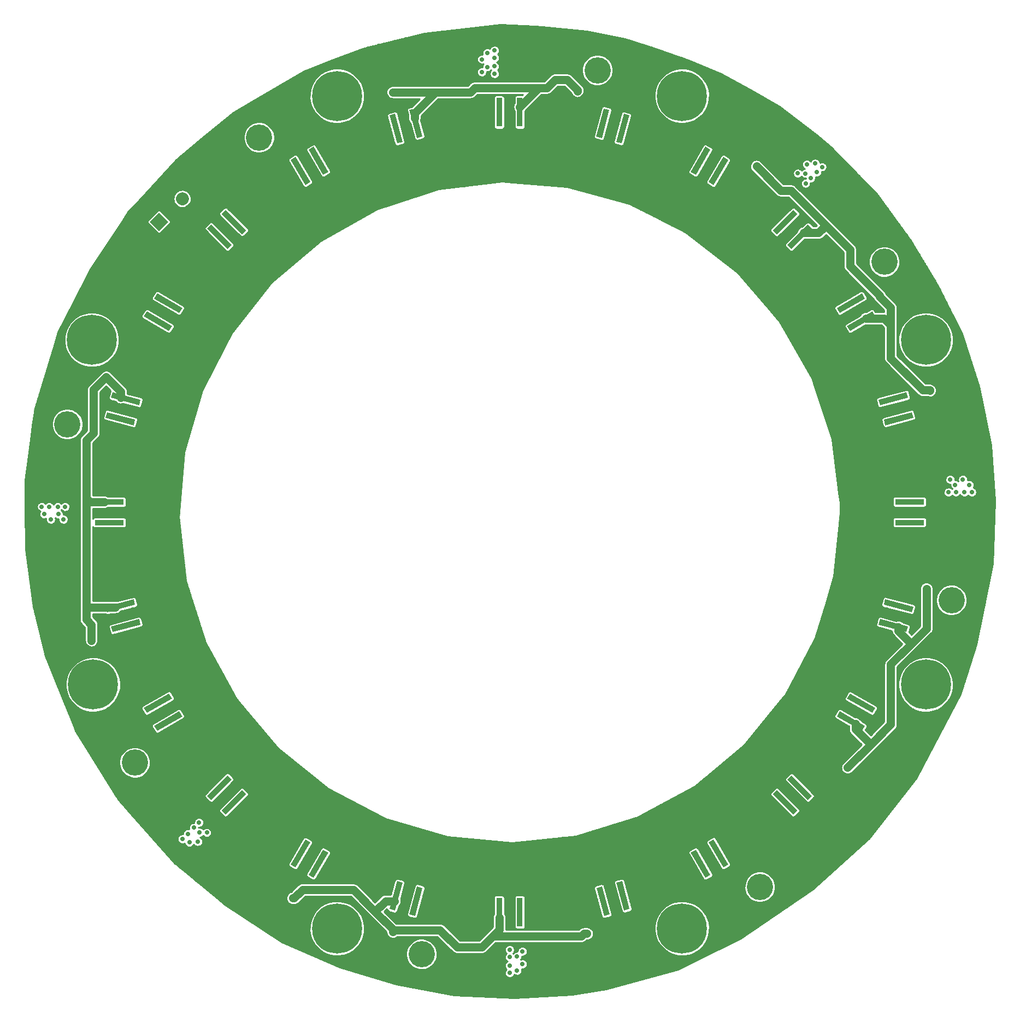
<source format=gbr>
G04 #@! TF.FileFunction,Copper,L1,Top,Signal*
%FSLAX46Y46*%
G04 Gerber Fmt 4.6, Leading zero omitted, Abs format (unit mm)*
G04 Created by KiCad (PCBNEW 4.0.1-stable) date 2/3/2016 8:32:50 AM*
%MOMM*%
G01*
G04 APERTURE LIST*
%ADD10C,0.100000*%
%ADD11C,4.064000*%
%ADD12C,7.760000*%
%ADD13R,1.300000X4.500000*%
%ADD14R,0.900000X4.500000*%
%ADD15C,0.736600*%
%ADD16R,4.500000X1.300000*%
%ADD17R,4.500000X0.900000*%
%ADD18C,1.998980*%
%ADD19C,0.711200*%
%ADD20C,1.270000*%
%ADD21C,0.254000*%
G04 APERTURE END LIST*
D10*
D11*
X160510000Y-101930000D03*
X78370000Y-156810000D03*
X23490000Y-74670000D03*
X53190000Y-30220000D03*
X130810000Y-146380000D03*
X33920000Y-127110000D03*
D12*
X156530000Y-61570000D03*
X65270000Y-152830000D03*
X118730000Y-152830000D03*
X118730000Y-23770000D03*
X156530000Y-115030000D03*
X65270000Y-23770000D03*
X27270000Y-61570000D03*
D11*
X105630000Y-19790000D03*
X150080000Y-49490000D03*
D13*
X92000000Y-26300000D03*
D14*
X93600000Y-26300000D03*
X90400000Y-26300000D03*
D15*
X93587500Y-25474500D03*
X93587500Y-27062000D03*
X92000000Y-25474500D03*
X92000000Y-27062000D03*
X90412500Y-25474500D03*
X90412500Y-27062000D03*
D10*
G36*
X40583557Y-118737917D02*
X36686443Y-120987917D01*
X36036443Y-119862083D01*
X39933557Y-117612083D01*
X40583557Y-118737917D01*
X40583557Y-118737917D01*
G37*
G36*
X39683557Y-117179070D02*
X35786443Y-119429070D01*
X35336443Y-118649648D01*
X39233557Y-116399648D01*
X39683557Y-117179070D01*
X39683557Y-117179070D01*
G37*
G36*
X41283557Y-119950352D02*
X37386443Y-122200352D01*
X36936443Y-121420930D01*
X40833557Y-119170930D01*
X41283557Y-119950352D01*
X41283557Y-119950352D01*
G37*
D15*
X36801346Y-118337935D03*
X38176161Y-117544185D03*
X37595096Y-119712750D03*
X38969911Y-118919000D03*
X38388846Y-121087565D03*
X39763661Y-120293815D03*
D10*
G36*
X144066443Y-117612083D02*
X147963557Y-119862083D01*
X147313557Y-120987917D01*
X143416443Y-118737917D01*
X144066443Y-117612083D01*
X144066443Y-117612083D01*
G37*
G36*
X143166443Y-119170930D02*
X147063557Y-121420930D01*
X146613557Y-122200352D01*
X142716443Y-119950352D01*
X143166443Y-119170930D01*
X143166443Y-119170930D01*
G37*
G36*
X144766443Y-116399648D02*
X148663557Y-118649648D01*
X148213557Y-119429070D01*
X144316443Y-117179070D01*
X144766443Y-116399648D01*
X144766443Y-116399648D01*
G37*
D15*
X145611154Y-121087565D03*
X144236339Y-120293815D03*
X146404904Y-119712750D03*
X145030089Y-118919000D03*
X147198654Y-118337935D03*
X145823839Y-117544185D03*
D10*
G36*
X75914491Y-30761565D02*
X74749805Y-26414899D01*
X76005509Y-26078435D01*
X77170195Y-30425101D01*
X75914491Y-30761565D01*
X75914491Y-30761565D01*
G37*
G36*
X77653157Y-30295692D02*
X76488472Y-25949025D01*
X77357805Y-25716088D01*
X78522490Y-30062755D01*
X77653157Y-30295692D01*
X77653157Y-30295692D01*
G37*
G36*
X74562195Y-31123912D02*
X73397510Y-26777245D01*
X74266843Y-26544308D01*
X75431528Y-30890975D01*
X74562195Y-31123912D01*
X74562195Y-31123912D01*
G37*
D15*
X77279752Y-27211753D03*
X77690627Y-28745160D03*
X75746345Y-27622628D03*
X76157220Y-29156035D03*
X74212938Y-28033503D03*
X74623813Y-29566911D03*
D10*
G36*
X50210610Y-131008629D02*
X47028629Y-134190610D01*
X46109390Y-133271371D01*
X49291371Y-130089390D01*
X50210610Y-131008629D01*
X50210610Y-131008629D01*
G37*
G36*
X48937817Y-129735837D02*
X45755837Y-132917817D01*
X45119441Y-132281421D01*
X48301421Y-129099441D01*
X48937817Y-129735837D01*
X48937817Y-129735837D01*
G37*
G36*
X51200559Y-131998579D02*
X48018579Y-135180559D01*
X47382183Y-134544163D01*
X50564163Y-131362183D01*
X51200559Y-131998579D01*
X51200559Y-131998579D01*
G37*
D15*
X46453751Y-131601185D03*
X47576283Y-130478653D03*
X47576283Y-132723717D03*
X48698815Y-131601185D03*
X48698815Y-133846249D03*
X49821347Y-132723717D03*
D10*
G36*
X149874899Y-103129805D02*
X154221565Y-104294491D01*
X153885101Y-105550195D01*
X149538435Y-104385509D01*
X149874899Y-103129805D01*
X149874899Y-103129805D01*
G37*
G36*
X149409025Y-104868472D02*
X153755692Y-106033157D01*
X153522755Y-106902490D01*
X149176088Y-105737805D01*
X149409025Y-104868472D01*
X149409025Y-104868472D01*
G37*
G36*
X150237245Y-101777510D02*
X154583912Y-102942195D01*
X154350975Y-103811528D01*
X150004308Y-102646843D01*
X150237245Y-101777510D01*
X150237245Y-101777510D01*
G37*
D15*
X152266497Y-106087062D03*
X150733089Y-105676187D03*
X152677372Y-104553655D03*
X151143965Y-104142780D03*
X153088247Y-103020248D03*
X151554840Y-102609373D03*
D10*
G36*
X61562083Y-36883557D02*
X59312083Y-32986443D01*
X60437917Y-32336443D01*
X62687917Y-36233557D01*
X61562083Y-36883557D01*
X61562083Y-36883557D01*
G37*
G36*
X63120930Y-35983557D02*
X60870930Y-32086443D01*
X61650352Y-31636443D01*
X63900352Y-35533557D01*
X63120930Y-35983557D01*
X63120930Y-35983557D01*
G37*
G36*
X60349648Y-37583557D02*
X58099648Y-33686443D01*
X58879070Y-33236443D01*
X61129070Y-37133557D01*
X60349648Y-37583557D01*
X60349648Y-37583557D01*
G37*
D15*
X61962065Y-33101346D03*
X62755815Y-34476161D03*
X60587250Y-33895096D03*
X61381000Y-35269911D03*
X59212435Y-34688846D03*
X60006185Y-36063661D03*
D10*
G36*
X62687917Y-140366443D02*
X60437917Y-144263557D01*
X59312083Y-143613557D01*
X61562083Y-139716443D01*
X62687917Y-140366443D01*
X62687917Y-140366443D01*
G37*
G36*
X61129070Y-139466443D02*
X58879070Y-143363557D01*
X58099648Y-142913557D01*
X60349648Y-139016443D01*
X61129070Y-139466443D01*
X61129070Y-139466443D01*
G37*
G36*
X63900352Y-141066443D02*
X61650352Y-144963557D01*
X60870930Y-144513557D01*
X63120930Y-140616443D01*
X63900352Y-141066443D01*
X63900352Y-141066443D01*
G37*
D15*
X59212435Y-141911154D03*
X60006185Y-140536339D03*
X60587250Y-142704904D03*
X61381000Y-141330089D03*
X61962065Y-143498654D03*
X62755815Y-142123839D03*
D16*
X154000000Y-88300000D03*
D17*
X154000000Y-89900000D03*
X154000000Y-86700000D03*
D15*
X154825500Y-89887500D03*
X153238000Y-89887500D03*
X154825500Y-88300000D03*
X153238000Y-88300000D03*
X154825500Y-86712500D03*
X153238000Y-86712500D03*
D10*
G36*
X49291371Y-46510610D02*
X46109390Y-43328629D01*
X47028629Y-42409390D01*
X50210610Y-45591371D01*
X49291371Y-46510610D01*
X49291371Y-46510610D01*
G37*
G36*
X50564163Y-45237817D02*
X47382183Y-42055837D01*
X48018579Y-41419441D01*
X51200559Y-44601421D01*
X50564163Y-45237817D01*
X50564163Y-45237817D01*
G37*
G36*
X48301421Y-47500559D02*
X45119441Y-44318579D01*
X45755837Y-43682183D01*
X48937817Y-46864163D01*
X48301421Y-47500559D01*
X48301421Y-47500559D01*
G37*
D15*
X48698815Y-42753751D03*
X49821347Y-43876283D03*
X47576283Y-43876283D03*
X48698815Y-44998815D03*
X46453751Y-44998815D03*
X47576283Y-46121347D03*
D10*
G36*
X77170195Y-146174899D02*
X76005509Y-150521565D01*
X74749805Y-150185101D01*
X75914491Y-145838435D01*
X77170195Y-146174899D01*
X77170195Y-146174899D01*
G37*
G36*
X75431528Y-145709025D02*
X74266843Y-150055692D01*
X73397510Y-149822755D01*
X74562195Y-145476088D01*
X75431528Y-145709025D01*
X75431528Y-145709025D01*
G37*
G36*
X78522490Y-146537245D02*
X77357805Y-150883912D01*
X76488472Y-150650975D01*
X77653157Y-146304308D01*
X78522490Y-146537245D01*
X78522490Y-146537245D01*
G37*
D15*
X74212938Y-148566497D03*
X74623813Y-147033089D03*
X75746345Y-148977372D03*
X76157220Y-147443965D03*
X77279752Y-149388247D03*
X77690627Y-147854840D03*
D10*
G36*
X149538435Y-72214491D02*
X153885101Y-71049805D01*
X154221565Y-72305509D01*
X149874899Y-73470195D01*
X149538435Y-72214491D01*
X149538435Y-72214491D01*
G37*
G36*
X150004308Y-73953157D02*
X154350975Y-72788472D01*
X154583912Y-73657805D01*
X150237245Y-74822490D01*
X150004308Y-73953157D01*
X150004308Y-73953157D01*
G37*
G36*
X149176088Y-70862195D02*
X153522755Y-69697510D01*
X153755692Y-70566843D01*
X149409025Y-71731528D01*
X149176088Y-70862195D01*
X149176088Y-70862195D01*
G37*
D15*
X153088247Y-73579752D03*
X151554840Y-73990627D03*
X152677372Y-72046345D03*
X151143965Y-72457220D03*
X152266497Y-70512938D03*
X150733089Y-70923813D03*
D10*
G36*
X39933557Y-58987917D02*
X36036443Y-56737917D01*
X36686443Y-55612083D01*
X40583557Y-57862083D01*
X39933557Y-58987917D01*
X39933557Y-58987917D01*
G37*
G36*
X40833557Y-57429070D02*
X36936443Y-55179070D01*
X37386443Y-54399648D01*
X41283557Y-56649648D01*
X40833557Y-57429070D01*
X40833557Y-57429070D01*
G37*
G36*
X39233557Y-60200352D02*
X35336443Y-57950352D01*
X35786443Y-57170930D01*
X39683557Y-59420930D01*
X39233557Y-60200352D01*
X39233557Y-60200352D01*
G37*
D15*
X38388846Y-55512435D03*
X39763661Y-56306185D03*
X37595096Y-56887250D03*
X38969911Y-57681000D03*
X36801346Y-58262065D03*
X38176161Y-59055815D03*
D13*
X92000000Y-150300000D03*
D14*
X90400000Y-150300000D03*
X93600000Y-150300000D03*
D15*
X90412500Y-151125500D03*
X90412500Y-149538000D03*
X92000000Y-151125500D03*
X92000000Y-149538000D03*
X93587500Y-151125500D03*
X93587500Y-149538000D03*
D10*
G36*
X143416443Y-57862083D02*
X147313557Y-55612083D01*
X147963557Y-56737917D01*
X144066443Y-58987917D01*
X143416443Y-57862083D01*
X143416443Y-57862083D01*
G37*
G36*
X144316443Y-59420930D02*
X148213557Y-57170930D01*
X148663557Y-57950352D01*
X144766443Y-60200352D01*
X144316443Y-59420930D01*
X144316443Y-59420930D01*
G37*
G36*
X142716443Y-56649648D02*
X146613557Y-54399648D01*
X147063557Y-55179070D01*
X143166443Y-57429070D01*
X142716443Y-56649648D01*
X142716443Y-56649648D01*
G37*
D15*
X147198654Y-58262065D03*
X145823839Y-59055815D03*
X146404904Y-56887250D03*
X145030089Y-57681000D03*
X145611154Y-55512435D03*
X144236339Y-56306185D03*
D10*
G36*
X34125101Y-73470195D02*
X29778435Y-72305509D01*
X30114899Y-71049805D01*
X34461565Y-72214491D01*
X34125101Y-73470195D01*
X34125101Y-73470195D01*
G37*
G36*
X34590975Y-71731528D02*
X30244308Y-70566843D01*
X30477245Y-69697510D01*
X34823912Y-70862195D01*
X34590975Y-71731528D01*
X34590975Y-71731528D01*
G37*
G36*
X33762755Y-74822490D02*
X29416088Y-73657805D01*
X29649025Y-72788472D01*
X33995692Y-73953157D01*
X33762755Y-74822490D01*
X33762755Y-74822490D01*
G37*
D15*
X31733503Y-70512938D03*
X33266911Y-70923813D03*
X31322628Y-72046345D03*
X32856035Y-72457220D03*
X30911753Y-73579752D03*
X32445160Y-73990627D03*
D10*
G36*
X108085509Y-145838435D02*
X109250195Y-150185101D01*
X107994491Y-150521565D01*
X106829805Y-146174899D01*
X108085509Y-145838435D01*
X108085509Y-145838435D01*
G37*
G36*
X106346843Y-146304308D02*
X107511528Y-150650975D01*
X106642195Y-150883912D01*
X105477510Y-146537245D01*
X106346843Y-146304308D01*
X106346843Y-146304308D01*
G37*
G36*
X109437805Y-145476088D02*
X110602490Y-149822755D01*
X109733157Y-150055692D01*
X108568472Y-145709025D01*
X109437805Y-145476088D01*
X109437805Y-145476088D01*
G37*
D15*
X106720248Y-149388247D03*
X106309373Y-147854840D03*
X108253655Y-148977372D03*
X107842780Y-147443965D03*
X109787062Y-148566497D03*
X109376187Y-147033089D03*
D10*
G36*
X133789390Y-45591371D02*
X136971371Y-42409390D01*
X137890610Y-43328629D01*
X134708629Y-46510610D01*
X133789390Y-45591371D01*
X133789390Y-45591371D01*
G37*
G36*
X135062183Y-46864163D02*
X138244163Y-43682183D01*
X138880559Y-44318579D01*
X135698579Y-47500559D01*
X135062183Y-46864163D01*
X135062183Y-46864163D01*
G37*
G36*
X132799441Y-44601421D02*
X135981421Y-41419441D01*
X136617817Y-42055837D01*
X133435837Y-45237817D01*
X132799441Y-44601421D01*
X132799441Y-44601421D01*
G37*
D15*
X137546249Y-44998815D03*
X136423717Y-46121347D03*
X136423717Y-43876283D03*
X135301185Y-44998815D03*
X135301185Y-42753751D03*
X134178653Y-43876283D03*
D16*
X30000000Y-88300000D03*
D17*
X30000000Y-86700000D03*
X30000000Y-89900000D03*
D15*
X29174500Y-86712500D03*
X30762000Y-86712500D03*
X29174500Y-88300000D03*
X30762000Y-88300000D03*
X29174500Y-89887500D03*
X30762000Y-89887500D03*
D10*
G36*
X122437917Y-139716443D02*
X124687917Y-143613557D01*
X123562083Y-144263557D01*
X121312083Y-140366443D01*
X122437917Y-139716443D01*
X122437917Y-139716443D01*
G37*
G36*
X120879070Y-140616443D02*
X123129070Y-144513557D01*
X122349648Y-144963557D01*
X120099648Y-141066443D01*
X120879070Y-140616443D01*
X120879070Y-140616443D01*
G37*
G36*
X123650352Y-139016443D02*
X125900352Y-142913557D01*
X125120930Y-143363557D01*
X122870930Y-139466443D01*
X123650352Y-139016443D01*
X123650352Y-139016443D01*
G37*
D15*
X122037935Y-143498654D03*
X121244185Y-142123839D03*
X123412750Y-142704904D03*
X122619000Y-141330089D03*
X124787565Y-141911154D03*
X123993815Y-140536339D03*
D10*
G36*
X121312083Y-36233557D02*
X123562083Y-32336443D01*
X124687917Y-32986443D01*
X122437917Y-36883557D01*
X121312083Y-36233557D01*
X121312083Y-36233557D01*
G37*
G36*
X122870930Y-37133557D02*
X125120930Y-33236443D01*
X125900352Y-33686443D01*
X123650352Y-37583557D01*
X122870930Y-37133557D01*
X122870930Y-37133557D01*
G37*
G36*
X120099648Y-35533557D02*
X122349648Y-31636443D01*
X123129070Y-32086443D01*
X120879070Y-35983557D01*
X120099648Y-35533557D01*
X120099648Y-35533557D01*
G37*
D15*
X124787565Y-34688846D03*
X123993815Y-36063661D03*
X123412750Y-33895096D03*
X122619000Y-35269911D03*
X122037935Y-33101346D03*
X121244185Y-34476161D03*
D10*
G36*
X34461565Y-104385509D02*
X30114899Y-105550195D01*
X29778435Y-104294491D01*
X34125101Y-103129805D01*
X34461565Y-104385509D01*
X34461565Y-104385509D01*
G37*
G36*
X33995692Y-102646843D02*
X29649025Y-103811528D01*
X29416088Y-102942195D01*
X33762755Y-101777510D01*
X33995692Y-102646843D01*
X33995692Y-102646843D01*
G37*
G36*
X34823912Y-105737805D02*
X30477245Y-106902490D01*
X30244308Y-106033157D01*
X34590975Y-104868472D01*
X34823912Y-105737805D01*
X34823912Y-105737805D01*
G37*
D15*
X30911753Y-103020248D03*
X32445160Y-102609373D03*
X31322628Y-104553655D03*
X32856035Y-104142780D03*
X31733503Y-106087062D03*
X33266911Y-105676187D03*
D10*
G36*
X134708629Y-130089390D02*
X137890610Y-133271371D01*
X136971371Y-134190610D01*
X133789390Y-131008629D01*
X134708629Y-130089390D01*
X134708629Y-130089390D01*
G37*
G36*
X133435837Y-131362183D02*
X136617817Y-134544163D01*
X135981421Y-135180559D01*
X132799441Y-131998579D01*
X133435837Y-131362183D01*
X133435837Y-131362183D01*
G37*
G36*
X135698579Y-129099441D02*
X138880559Y-132281421D01*
X138244163Y-132917817D01*
X135062183Y-129735837D01*
X135698579Y-129099441D01*
X135698579Y-129099441D01*
G37*
D15*
X135301185Y-133846249D03*
X134178653Y-132723717D03*
X136423717Y-132723717D03*
X135301185Y-131601185D03*
X137546249Y-131601185D03*
X136423717Y-130478653D03*
D10*
G36*
X106789805Y-30425101D02*
X107954491Y-26078435D01*
X109210195Y-26414899D01*
X108045509Y-30761565D01*
X106789805Y-30425101D01*
X106789805Y-30425101D01*
G37*
G36*
X108528472Y-30890975D02*
X109693157Y-26544308D01*
X110562490Y-26777245D01*
X109397805Y-31123912D01*
X108528472Y-30890975D01*
X108528472Y-30890975D01*
G37*
G36*
X105437510Y-30062755D02*
X106602195Y-25716088D01*
X107471528Y-25949025D01*
X106306843Y-30295692D01*
X105437510Y-30062755D01*
X105437510Y-30062755D01*
G37*
D15*
X109747062Y-28033503D03*
X109336187Y-29566911D03*
X108213655Y-27622628D03*
X107802780Y-29156035D03*
X106680248Y-27211753D03*
X106269373Y-28745160D03*
X87709940Y-20075600D03*
X88535440Y-19288200D03*
X88535440Y-17091100D03*
X87709940Y-18107100D03*
X89678440Y-17853100D03*
X89678440Y-16710100D03*
X89678440Y-19186600D03*
X89678440Y-20329600D03*
X160280280Y-83227620D03*
X161067680Y-84053120D03*
X163264780Y-84053120D03*
X162248780Y-83227620D03*
X162502780Y-85196120D03*
X163645780Y-85196120D03*
X161169280Y-85196120D03*
X160026280Y-85196120D03*
X22866280Y-89420140D03*
X22078880Y-88594640D03*
X19881780Y-88594640D03*
X20897780Y-89420140D03*
X20643780Y-87451640D03*
X19500780Y-87451640D03*
X21977280Y-87451640D03*
X23120280Y-87451640D03*
X136670728Y-35771350D03*
X137811221Y-35798291D03*
X139364805Y-34244706D03*
X138062668Y-34379410D03*
X139634213Y-35591745D03*
X140442436Y-34783522D03*
X138691286Y-36534672D03*
X137883063Y-37342895D03*
X93993900Y-156372000D03*
X93168400Y-157159400D03*
X93168400Y-159356500D03*
X93993900Y-158340500D03*
X92025400Y-158594500D03*
X92025400Y-159737500D03*
X92025400Y-157261000D03*
X92025400Y-156118000D03*
X45088992Y-137968610D03*
X43948499Y-137941669D03*
X42394915Y-139495254D03*
X43697052Y-139360550D03*
X42125507Y-138148215D03*
X41317284Y-138956438D03*
X43068434Y-137205288D03*
X43876657Y-136397065D03*
D12*
X27470000Y-115030000D03*
D18*
X41284091Y-39696829D02*
X41284091Y-39696829D01*
D10*
G36*
X37691989Y-41875439D02*
X39105481Y-43288931D01*
X37691989Y-44702423D01*
X36278497Y-43288931D01*
X37691989Y-41875439D01*
X37691989Y-41875439D01*
G37*
D18*
X39488040Y-41492880D02*
X39488040Y-41492880D01*
D19*
X132187880Y-31073800D03*
X49788511Y-143273991D03*
X100839200Y-156770780D03*
X160371720Y-76692200D03*
X80549680Y-20324520D03*
X23232040Y-96925840D03*
X43089760Y-63717880D03*
X39274680Y-77088440D03*
X38360280Y-93171720D03*
X40885040Y-106857240D03*
X48296760Y-120146520D03*
X53458040Y-126704800D03*
X66005640Y-136270440D03*
X80209320Y-140969440D03*
X94473960Y-141655240D03*
X110756240Y-138154240D03*
X123860000Y-131571440D03*
X130943280Y-124564762D03*
X139401480Y-112013440D03*
X144644040Y-95730682D03*
X144191920Y-79417320D03*
X139863760Y-63987120D03*
X137659040Y-59960920D03*
X127595560Y-47504760D03*
X115428960Y-40019680D03*
X99305040Y-35129880D03*
X79614960Y-36346840D03*
X64364800Y-42097400D03*
X51418120Y-51845920D03*
X54194640Y-48960480D03*
X29480440Y-67339920D03*
X27214760Y-108178040D03*
X58416120Y-148117000D03*
X104014200Y-153633880D03*
X144400200Y-127873200D03*
X156617600Y-100151640D03*
X157151000Y-69422720D03*
X130272720Y-34675520D03*
X102520680Y-23001680D03*
X73930440Y-23184560D03*
D20*
X94473960Y-141655240D02*
X94098040Y-141655240D01*
X94098040Y-141655240D02*
X94037080Y-141594280D01*
X31733503Y-70512938D02*
X31733503Y-69592983D01*
X31733503Y-69592983D02*
X29480440Y-67339920D01*
X26381640Y-102651000D02*
X26381640Y-86135920D01*
X26381640Y-86135920D02*
X26381640Y-77184960D01*
X29174500Y-86712500D02*
X26958220Y-86712500D01*
X26958220Y-86712500D02*
X26381640Y-86135920D01*
X26381640Y-104911478D02*
X26381640Y-102651000D01*
X30911753Y-103020248D02*
X26750888Y-103020248D01*
X26750888Y-103020248D02*
X26381640Y-102651000D01*
X71161840Y-150184560D02*
X67798880Y-146821600D01*
X67798880Y-146821600D02*
X59914720Y-146821600D01*
X59914720Y-146821600D02*
X58619320Y-148117000D01*
X58619320Y-148117000D02*
X58416120Y-148117000D01*
X73930440Y-152953160D02*
X71161840Y-150184560D01*
X74212938Y-148566497D02*
X72779903Y-148566497D01*
X72779903Y-148566497D02*
X71161840Y-150184560D01*
X90412500Y-151125500D02*
X90412500Y-153042060D01*
X90412500Y-153042060D02*
X89449840Y-154004720D01*
X151080400Y-121193000D02*
X147966360Y-124307040D01*
X147966360Y-124307040D02*
X144400200Y-127873200D01*
X145611154Y-121087565D02*
X145611154Y-121951834D01*
X145611154Y-121951834D02*
X147966360Y-124307040D01*
X154519560Y-108452360D02*
X151080400Y-111891520D01*
X156617600Y-106354320D02*
X154519560Y-108452360D01*
X152266497Y-106686977D02*
X154031880Y-108452360D01*
X154031880Y-108452360D02*
X154519560Y-108452360D01*
X152266497Y-106087062D02*
X152266497Y-106686977D01*
X151065160Y-56590640D02*
X151065160Y-59293200D01*
X151065160Y-59293200D02*
X151065160Y-64429080D01*
X147198654Y-58262065D02*
X150034025Y-58262065D01*
X150034025Y-58262065D02*
X151065160Y-59293200D01*
X135627040Y-38455040D02*
X141032160Y-43860160D01*
X141032160Y-43860160D02*
X144760880Y-47588880D01*
X137546249Y-44998815D02*
X139893505Y-44998815D01*
X139893505Y-44998815D02*
X141032160Y-43860160D01*
X86599960Y-22539400D02*
X96607560Y-22539400D01*
X96607560Y-22539400D02*
X97786120Y-22539400D01*
X93587500Y-25474500D02*
X96522600Y-22539400D01*
X96522600Y-22539400D02*
X96607560Y-22539400D01*
X73930440Y-23184560D02*
X80544600Y-23184560D01*
X80544600Y-23184560D02*
X85954800Y-23184560D01*
X77279752Y-27211753D02*
X77279752Y-26449408D01*
X77279752Y-26449408D02*
X80544600Y-23184560D01*
X27529720Y-69290640D02*
X29480440Y-67339920D01*
X27529720Y-76036880D02*
X27529720Y-69290640D01*
X26381640Y-77184960D02*
X27529720Y-76036880D01*
X27214760Y-108178040D02*
X27214760Y-105744598D01*
X27214760Y-105744598D02*
X26381640Y-104911478D01*
X73930440Y-153354480D02*
X73930440Y-152953160D01*
X74225080Y-153059840D02*
X73930440Y-153354480D01*
X81230400Y-153059840D02*
X74225080Y-153059840D01*
X83877080Y-155706520D02*
X81230400Y-153059840D01*
X87748040Y-155706520D02*
X83877080Y-155706520D01*
X89449840Y-154004720D02*
X87748040Y-155706520D01*
X103140466Y-154004720D02*
X89449840Y-154004720D01*
X104014200Y-153633880D02*
X103511306Y-153633880D01*
X103511306Y-153633880D02*
X103140466Y-154004720D01*
X151080400Y-111891520D02*
X151080400Y-121193000D01*
X156617600Y-100151640D02*
X156617600Y-106354320D01*
X156013080Y-69377000D02*
X157105280Y-69377000D01*
X157105280Y-69377000D02*
X157151000Y-69422720D01*
X151065160Y-64429080D02*
X156013080Y-69377000D01*
X149327800Y-54853280D02*
X151065160Y-56590640D01*
X149327800Y-54700880D02*
X149327800Y-54853280D01*
X144760880Y-50133960D02*
X149327800Y-54700880D01*
X144760880Y-47588880D02*
X144760880Y-50133960D01*
X134052240Y-38455040D02*
X135627040Y-38455040D01*
X130272720Y-34675520D02*
X134052240Y-38455040D01*
X100950960Y-21289720D02*
X102520680Y-22859440D01*
X102520680Y-22859440D02*
X102520680Y-23001680D01*
X99035800Y-21289720D02*
X100950960Y-21289720D01*
X97786120Y-22539400D02*
X99035800Y-21289720D01*
X85954800Y-23184560D02*
X86599960Y-22539400D01*
D21*
X90582253Y-12755579D02*
X90582253Y-12755579D01*
X96079388Y-12958779D02*
X88743927Y-12958779D01*
X98276734Y-13161979D02*
X86905601Y-13161979D01*
X100210052Y-13365179D02*
X85067276Y-13365179D01*
X102143370Y-13568379D02*
X83228950Y-13568379D01*
X104023003Y-13771579D02*
X81390625Y-13771579D01*
X105050882Y-13974779D02*
X79552299Y-13974779D01*
X106078762Y-14177979D02*
X78321218Y-14177979D01*
X107106642Y-14381179D02*
X77479324Y-14381179D01*
X108134521Y-14584379D02*
X76637430Y-14584379D01*
X109162401Y-14787579D02*
X75795536Y-14787579D01*
X110098229Y-14990779D02*
X74953641Y-14990779D01*
X110754662Y-15193979D02*
X74111747Y-15193979D01*
X111411095Y-15397179D02*
X73269853Y-15397179D01*
X112067529Y-15600379D02*
X72427959Y-15600379D01*
X112723962Y-15803579D02*
X71586065Y-15803579D01*
X89418903Y-16006779D02*
X70744171Y-16006779D01*
X113380395Y-16006779D02*
X89938989Y-16006779D01*
X89118156Y-16209979D02*
X69950317Y-16209979D01*
X114036828Y-16209979D02*
X90237835Y-16209979D01*
X88213035Y-16413179D02*
X69259903Y-16413179D01*
X88990443Y-16413179D02*
X88856414Y-16413179D01*
X114626069Y-16413179D02*
X90366546Y-16413179D01*
X87952331Y-16616379D02*
X68732924Y-16616379D01*
X115205036Y-16616379D02*
X90423764Y-16616379D01*
X87836556Y-16819579D02*
X68206946Y-16819579D01*
X115784002Y-16819579D02*
X90421995Y-16819579D01*
X87786989Y-17022779D02*
X67680967Y-17022779D01*
X116362969Y-17022779D02*
X90359472Y-17022779D01*
X87798346Y-17225979D02*
X67154988Y-17225979D01*
X116941936Y-17225979D02*
X90223301Y-17225979D01*
X87387535Y-17429179D02*
X66629009Y-17429179D01*
X105127822Y-17429179D02*
X90296432Y-17429179D01*
X117520903Y-17429179D02*
X106129813Y-17429179D01*
X87126831Y-17632379D02*
X66103030Y-17632379D01*
X104528600Y-17632379D02*
X90397953Y-17632379D01*
X118099869Y-17632379D02*
X106724335Y-17632379D01*
X87011056Y-17835579D02*
X65577052Y-17835579D01*
X104209684Y-17835579D02*
X90426991Y-17835579D01*
X118678836Y-17835579D02*
X107047784Y-17835579D01*
X86961489Y-18038779D02*
X65051073Y-18038779D01*
X103969340Y-18038779D02*
X90404683Y-18038779D01*
X119257803Y-18038779D02*
X107291756Y-18038779D01*
X86972846Y-18241979D02*
X64525094Y-18241979D01*
X103765381Y-18241979D02*
X90321128Y-18241979D01*
X119813689Y-18241979D02*
X107493543Y-18241979D01*
X87037866Y-18445179D02*
X63999115Y-18445179D01*
X103626248Y-18445179D02*
X90143284Y-18445179D01*
X120297571Y-18445179D02*
X107633660Y-18445179D01*
X87190952Y-18648379D02*
X63473137Y-18648379D01*
X103493894Y-18648379D02*
X90200000Y-18648379D01*
X120781453Y-18648379D02*
X107768666Y-18648379D01*
X87606459Y-18851579D02*
X62947158Y-18851579D01*
X87926244Y-18851579D02*
X87803024Y-18851579D01*
X103406802Y-18851579D02*
X90350842Y-18851579D01*
X121265335Y-18851579D02*
X107853252Y-18851579D01*
X87820227Y-19054779D02*
X62421179Y-19054779D01*
X103319711Y-19054779D02*
X90416220Y-19054779D01*
X121749217Y-19054779D02*
X107937005Y-19054779D01*
X87786457Y-19257979D02*
X61895201Y-19257979D01*
X103276072Y-19257979D02*
X90425750Y-19257979D01*
X122233099Y-19257979D02*
X107984610Y-19257979D01*
X87280388Y-19461179D02*
X61369222Y-19461179D01*
X103232881Y-19461179D02*
X90376435Y-19461179D01*
X122716981Y-19461179D02*
X108024845Y-19461179D01*
X64056682Y-19664379D02*
X60843243Y-19664379D01*
X87083352Y-19664379D02*
X66460673Y-19664379D01*
X103218417Y-19664379D02*
X90258416Y-19664379D01*
X117516682Y-19664379D02*
X108041553Y-19664379D01*
X123200863Y-19664379D02*
X119920673Y-19664379D01*
X63553745Y-19867579D02*
X60317264Y-19867579D01*
X86988084Y-19867579D02*
X66982666Y-19867579D01*
X89086635Y-19867579D02*
X89013621Y-19867579D01*
X103215579Y-19867579D02*
X90271118Y-19867579D01*
X117013745Y-19867579D02*
X108038716Y-19867579D01*
X123684745Y-19867579D02*
X120442666Y-19867579D01*
X63140920Y-20070779D02*
X59869839Y-20070779D01*
X86960602Y-20070779D02*
X67405917Y-20070779D01*
X88974113Y-20070779D02*
X88458314Y-20070779D01*
X103228123Y-20070779D02*
X90382250Y-20070779D01*
X116600920Y-20070779D02*
X108035878Y-20070779D01*
X124168628Y-20070779D02*
X120865917Y-20070779D01*
X62830397Y-20273979D02*
X59523784Y-20273979D01*
X86984500Y-20273979D02*
X67707173Y-20273979D01*
X88929811Y-20273979D02*
X88433297Y-20273979D01*
X99033159Y-20273979D02*
X90427523Y-20273979D01*
X103265418Y-20273979D02*
X100966573Y-20273979D01*
X116290397Y-20273979D02*
X107994641Y-20273979D01*
X124652510Y-20273979D02*
X121167173Y-20273979D01*
X62542185Y-20477179D02*
X59177729Y-20477179D01*
X87077278Y-20477179D02*
X68005384Y-20477179D01*
X88943677Y-20477179D02*
X88343670Y-20477179D01*
X98432226Y-20477179D02*
X90413339Y-20477179D01*
X103306715Y-20477179D02*
X101555683Y-20477179D01*
X116002185Y-20477179D02*
X107948475Y-20477179D01*
X125056048Y-20477179D02*
X121465384Y-20477179D01*
X62334684Y-20680379D02*
X58831674Y-20680379D01*
X87267128Y-20680379D02*
X68207170Y-20680379D01*
X89013040Y-20680379D02*
X88155421Y-20680379D01*
X98208301Y-20680379D02*
X90342509Y-20680379D01*
X103387167Y-20680379D02*
X101778460Y-20680379D01*
X115794684Y-20680379D02*
X107875047Y-20680379D01*
X125431859Y-20680379D02*
X121667170Y-20680379D01*
X62127184Y-20883579D02*
X58485619Y-20883579D01*
X89171716Y-20883579D02*
X68408956Y-20883579D01*
X98005101Y-20883579D02*
X90183293Y-20883579D01*
X103467620Y-20883579D02*
X101981660Y-20883579D01*
X115587184Y-20883579D02*
X107784577Y-20883579D01*
X125807669Y-20883579D02*
X121868956Y-20883579D01*
X61942881Y-21086779D02*
X58139565Y-21086779D01*
X97801901Y-21086779D02*
X68603221Y-21086779D01*
X103594911Y-21086779D02*
X102184860Y-21086779D01*
X115402881Y-21086779D02*
X107668313Y-21086779D01*
X126183480Y-21086779D02*
X122063221Y-21086779D01*
X61803747Y-21289979D02*
X57793510Y-21289979D01*
X97598701Y-21289979D02*
X68738227Y-21289979D01*
X103725865Y-21289979D02*
X102388060Y-21289979D01*
X115263747Y-21289979D02*
X107524972Y-21289979D01*
X126559290Y-21289979D02*
X122198227Y-21289979D01*
X61664613Y-21493179D02*
X57447455Y-21493179D01*
X97395501Y-21493179D02*
X68873232Y-21493179D01*
X103920133Y-21493179D02*
X102591260Y-21493179D01*
X115124613Y-21493179D02*
X107340666Y-21493179D01*
X126935101Y-21493179D02*
X122333232Y-21493179D01*
X61525479Y-21696379D02*
X57101400Y-21696379D01*
X86033758Y-21696379D02*
X69008238Y-21696379D01*
X104144699Y-21696379D02*
X102794460Y-21696379D01*
X114985479Y-21696379D02*
X107127284Y-21696379D01*
X127310911Y-21696379D02*
X122468238Y-21696379D01*
X61435586Y-21899579D02*
X56755345Y-21899579D01*
X85802941Y-21899579D02*
X69108014Y-21899579D01*
X104437066Y-21899579D02*
X102997660Y-21899579D01*
X114895586Y-21899579D02*
X106809349Y-21899579D01*
X127686721Y-21899579D02*
X122568014Y-21899579D01*
X61348495Y-22102779D02*
X56409291Y-22102779D01*
X85599741Y-22102779D02*
X69191767Y-22102779D01*
X104911552Y-22102779D02*
X103200860Y-22102779D01*
X114808495Y-22102779D02*
X106340250Y-22102779D01*
X128062532Y-22102779D02*
X122651767Y-22102779D01*
X61261404Y-22305979D02*
X56063236Y-22305979D01*
X73429004Y-22305979D02*
X69275520Y-22305979D01*
X100530378Y-22305979D02*
X99456381Y-22305979D01*
X114721404Y-22305979D02*
X103372684Y-22305979D01*
X128438342Y-22305979D02*
X122735520Y-22305979D01*
X61181617Y-22509179D02*
X55717181Y-22509179D01*
X73176856Y-22509179D02*
X69359273Y-22509179D01*
X100733578Y-22509179D02*
X99253181Y-22509179D01*
X114641617Y-22509179D02*
X103471881Y-22509179D01*
X128814153Y-22509179D02*
X122819273Y-22509179D01*
X61138425Y-22712379D02*
X55371126Y-22712379D01*
X73036253Y-22712379D02*
X69404497Y-22712379D01*
X100936778Y-22712379D02*
X99049981Y-22712379D01*
X114598425Y-22712379D02*
X103522827Y-22712379D01*
X129189963Y-22712379D02*
X122864497Y-22712379D01*
X61095233Y-22915579D02*
X55025071Y-22915579D01*
X72955216Y-22915579D02*
X69444733Y-22915579D01*
X101139978Y-22915579D02*
X98846781Y-22915579D01*
X114555233Y-22915579D02*
X103536680Y-22915579D01*
X129553776Y-22915579D02*
X122904732Y-22915579D01*
X61052042Y-23118779D02*
X54679017Y-23118779D01*
X72920634Y-23118779D02*
X69484968Y-23118779D01*
X101343178Y-23118779D02*
X98643581Y-23118779D01*
X114512042Y-23118779D02*
X103525037Y-23118779D01*
X129897215Y-23118779D02*
X122944967Y-23118779D01*
X61014658Y-23321979D02*
X54332962Y-23321979D01*
X72927616Y-23321979D02*
X69525202Y-23321979D01*
X101546378Y-23321979D02*
X98426547Y-23321979D01*
X114474658Y-23321979D02*
X103479882Y-23321979D01*
X130240655Y-23321979D02*
X122985202Y-23321979D01*
X61011821Y-23525179D02*
X53986907Y-23525179D01*
X72976653Y-23525179D02*
X69528767Y-23525179D01*
X101653829Y-23525179D02*
X98019469Y-23525179D01*
X114471821Y-23525179D02*
X103386761Y-23525179D01*
X130584095Y-23525179D02*
X122988767Y-23525179D01*
X61008983Y-23728379D02*
X53640852Y-23728379D01*
X73073749Y-23728379D02*
X69525929Y-23728379D01*
X89749217Y-23728379D02*
X86847821Y-23728379D01*
X92949217Y-23728379D02*
X91056975Y-23728379D01*
X101812800Y-23728379D02*
X96770461Y-23728379D01*
X114468983Y-23728379D02*
X103230549Y-23728379D01*
X130927535Y-23728379D02*
X122985929Y-23728379D01*
X61006146Y-23931579D02*
X53294798Y-23931579D01*
X73247631Y-23931579D02*
X69523092Y-23931579D01*
X89587617Y-23931579D02*
X86639772Y-23931579D01*
X92787617Y-23931579D02*
X91210122Y-23931579D01*
X102114546Y-23931579D02*
X96567261Y-23931579D01*
X114466146Y-23931579D02*
X102924463Y-23931579D01*
X131270975Y-23931579D02*
X122983092Y-23931579D01*
X61004592Y-24134779D02*
X52948743Y-24134779D01*
X73581822Y-24134779D02*
X69520254Y-24134779D01*
X89567157Y-24134779D02*
X86308438Y-24134779D01*
X92767157Y-24134779D02*
X91232843Y-24134779D01*
X114464592Y-24134779D02*
X96364061Y-24134779D01*
X131614414Y-24134779D02*
X122980254Y-24134779D01*
X61041886Y-24337979D02*
X52602688Y-24337979D01*
X77954341Y-24337979D02*
X69510732Y-24337979D01*
X89567157Y-24337979D02*
X80828021Y-24337979D01*
X92767157Y-24337979D02*
X91232843Y-24337979D01*
X114501886Y-24337979D02*
X96160861Y-24337979D01*
X131957854Y-24337979D02*
X122970732Y-24337979D01*
X61079181Y-24541179D02*
X52256633Y-24541179D01*
X77751141Y-24541179D02*
X69464566Y-24541179D01*
X89567157Y-24541179D02*
X80624821Y-24541179D01*
X92767157Y-24541179D02*
X91232843Y-24541179D01*
X114539181Y-24541179D02*
X95957661Y-24541179D01*
X132301294Y-24541179D02*
X122924566Y-24541179D01*
X61116475Y-24744379D02*
X51910579Y-24744379D01*
X77547941Y-24744379D02*
X69418400Y-24744379D01*
X89567157Y-24744379D02*
X80421621Y-24744379D01*
X92767157Y-24744379D02*
X91232843Y-24744379D01*
X114576475Y-24744379D02*
X95754461Y-24744379D01*
X132644734Y-24744379D02*
X122878400Y-24744379D01*
X61153769Y-24947579D02*
X51564524Y-24947579D01*
X77344741Y-24947579D02*
X69372235Y-24947579D01*
X89567157Y-24947579D02*
X80218421Y-24947579D01*
X92722697Y-24947579D02*
X91232843Y-24947579D01*
X114613769Y-24947579D02*
X95551261Y-24947579D01*
X132988174Y-24947579D02*
X122832235Y-24947579D01*
X61233671Y-25150779D02*
X51218469Y-25150779D01*
X77141541Y-25150779D02*
X69319682Y-25150779D01*
X89567157Y-25150779D02*
X80015221Y-25150779D01*
X92629119Y-25150779D02*
X91232843Y-25150779D01*
X114693671Y-25150779D02*
X95348061Y-25150779D01*
X133331613Y-25150779D02*
X122779682Y-25150779D01*
X61314123Y-25353979D02*
X50872414Y-25353979D01*
X76938341Y-25353979D02*
X69229212Y-25353979D01*
X89567157Y-25353979D02*
X79812021Y-25353979D01*
X92583388Y-25353979D02*
X91232843Y-25353979D01*
X106489931Y-25353979D02*
X95144861Y-25353979D01*
X114774123Y-25353979D02*
X106729978Y-25353979D01*
X133675053Y-25353979D02*
X122689212Y-25353979D01*
X61394576Y-25557179D02*
X50526360Y-25557179D01*
X76471670Y-25557179D02*
X69138741Y-25557179D01*
X89567157Y-25557179D02*
X79608821Y-25557179D01*
X92579656Y-25557179D02*
X91232843Y-25557179D01*
X106257899Y-25557179D02*
X94941661Y-25557179D01*
X114854576Y-25557179D02*
X107488331Y-25557179D01*
X133973861Y-25557179D02*
X122598741Y-25557179D01*
X61483295Y-25760379D02*
X50180305Y-25760379D01*
X76158476Y-25760379D02*
X69048271Y-25760379D01*
X89567157Y-25760379D02*
X79405621Y-25760379D01*
X92617598Y-25760379D02*
X91232843Y-25760379D01*
X106193980Y-25760379D02*
X94738461Y-25760379D01*
X114943295Y-25760379D02*
X107801839Y-25760379D01*
X134240606Y-25760379D02*
X122508271Y-25760379D01*
X61614248Y-25963579D02*
X49834250Y-25963579D01*
X76108426Y-25963579D02*
X68937320Y-25963579D01*
X89567157Y-25963579D02*
X79202421Y-25963579D01*
X92702277Y-25963579D02*
X91232843Y-25963579D01*
X106139532Y-25963579D02*
X94535261Y-25963579D01*
X115074248Y-25963579D02*
X107851406Y-25963579D01*
X134507352Y-25963579D02*
X122397320Y-25963579D01*
X61745202Y-26166779D02*
X49488196Y-26166779D01*
X74231533Y-26166779D02*
X68793979Y-26166779D01*
X76150470Y-26166779D02*
X74306784Y-26166779D01*
X89567157Y-26166779D02*
X78999221Y-26166779D01*
X92767157Y-26166779D02*
X91232843Y-26166779D01*
X106085085Y-26166779D02*
X94432843Y-26166779D01*
X109646771Y-26166779D02*
X107809529Y-26166779D01*
X115205202Y-26166779D02*
X109750290Y-26166779D01*
X134774097Y-26166779D02*
X122253979Y-26166779D01*
X61876155Y-26369979D02*
X49150859Y-26369979D01*
X73438256Y-26369979D02*
X68650637Y-26369979D01*
X76204917Y-26369979D02*
X74604996Y-26369979D01*
X89567157Y-26369979D02*
X78796021Y-26369979D01*
X92767157Y-26369979D02*
X91232843Y-26369979D01*
X106030638Y-26369979D02*
X94432843Y-26369979D01*
X109355435Y-26369979D02*
X107755082Y-26369979D01*
X115336155Y-26369979D02*
X110521745Y-26369979D01*
X135040843Y-26369979D02*
X122110637Y-26369979D01*
X62053257Y-26573179D02*
X48904470Y-26573179D01*
X73074849Y-26573179D02*
X68505406Y-26573179D01*
X76259365Y-26573179D02*
X74670928Y-26573179D01*
X89567157Y-26573179D02*
X78592821Y-26573179D01*
X92767157Y-26573179D02*
X91232843Y-26573179D01*
X105976191Y-26573179D02*
X94432843Y-26573179D01*
X109289073Y-26573179D02*
X107700634Y-26573179D01*
X115513257Y-26573179D02*
X110882179Y-26573179D01*
X135307588Y-26573179D02*
X121965406Y-26573179D01*
X62249485Y-26776379D02*
X48658081Y-26776379D01*
X73015595Y-26776379D02*
X68292024Y-26776379D01*
X76263752Y-26776379D02*
X74725375Y-26776379D01*
X89567157Y-26776379D02*
X78389621Y-26776379D01*
X92767157Y-26776379D02*
X91232843Y-26776379D01*
X105921743Y-26776379D02*
X94432843Y-26776379D01*
X109234626Y-26776379D02*
X107646187Y-26776379D01*
X115709485Y-26776379D02*
X110941774Y-26776379D01*
X135574334Y-26776379D02*
X121752025Y-26776379D01*
X62445714Y-26979579D02*
X48411692Y-26979579D01*
X73055376Y-26979579D02*
X68078643Y-26979579D01*
X76263752Y-26979579D02*
X74779822Y-26979579D01*
X89567157Y-26979579D02*
X78295752Y-26979579D01*
X92767157Y-26979579D02*
X91232843Y-26979579D01*
X105867296Y-26979579D02*
X94432843Y-26979579D01*
X109180179Y-26979579D02*
X107591740Y-26979579D01*
X115905714Y-26979579D02*
X110904623Y-26979579D01*
X135841080Y-26979579D02*
X121538644Y-26979579D01*
X62713934Y-27182779D02*
X48165303Y-27182779D01*
X73109824Y-27182779D02*
X67844858Y-27182779D01*
X76263752Y-27182779D02*
X74834269Y-27182779D01*
X89567157Y-27182779D02*
X78295752Y-27182779D01*
X92767157Y-27182779D02*
X91232843Y-27182779D01*
X105812849Y-27182779D02*
X94432843Y-27182779D01*
X109125732Y-27182779D02*
X107537293Y-27182779D01*
X116173934Y-27182779D02*
X110850175Y-27182779D01*
X136107825Y-27182779D02*
X121304858Y-27182779D01*
X63006300Y-27385979D02*
X47918914Y-27385979D01*
X73164271Y-27385979D02*
X67524666Y-27385979D01*
X76280835Y-27385979D02*
X74888717Y-27385979D01*
X89567157Y-27385979D02*
X78277701Y-27385979D01*
X92767157Y-27385979D02*
X91232843Y-27385979D01*
X105758402Y-27385979D02*
X94432843Y-27385979D01*
X109071284Y-27385979D02*
X107482845Y-27385979D01*
X116466300Y-27385979D02*
X110795728Y-27385979D01*
X136374571Y-27385979D02*
X120984666Y-27385979D01*
X63368086Y-27589179D02*
X47672525Y-27589179D01*
X73218718Y-27589179D02*
X67204474Y-27589179D01*
X76337471Y-27589179D02*
X74943164Y-27589179D01*
X89567157Y-27589179D02*
X78256047Y-27589179D01*
X92767157Y-27589179D02*
X91232843Y-27589179D01*
X105703954Y-27589179D02*
X94432843Y-27589179D01*
X109016837Y-27589179D02*
X107428398Y-27589179D01*
X116828086Y-27589179D02*
X110741281Y-27589179D01*
X136641316Y-27589179D02*
X120664474Y-27589179D01*
X63833192Y-27792379D02*
X47426137Y-27792379D01*
X73273165Y-27792379D02*
X66683131Y-27792379D01*
X76448494Y-27792379D02*
X74997611Y-27792379D01*
X89567157Y-27792379D02*
X78310494Y-27792379D01*
X92767157Y-27792379D02*
X91232843Y-27792379D01*
X105649507Y-27792379D02*
X94432843Y-27792379D01*
X108962390Y-27792379D02*
X107373951Y-27792379D01*
X117293192Y-27792379D02*
X110686834Y-27792379D01*
X136908062Y-27792379D02*
X120143131Y-27792379D01*
X52253936Y-27995579D02*
X47179748Y-27995579D01*
X64645153Y-27995579D02*
X54125425Y-27995579D01*
X73327613Y-27995579D02*
X65844722Y-27995579D01*
X76640495Y-27995579D02*
X75052058Y-27995579D01*
X89567157Y-27995579D02*
X78364941Y-27995579D01*
X92767157Y-27995579D02*
X91232843Y-27995579D01*
X105595060Y-27995579D02*
X94432843Y-27995579D01*
X108907943Y-27995579D02*
X107319504Y-27995579D01*
X118105153Y-27995579D02*
X110632386Y-27995579D01*
X137174807Y-27995579D02*
X119304722Y-27995579D01*
X51871765Y-28198779D02*
X46933359Y-28198779D01*
X73382060Y-28198779D02*
X54508749Y-28198779D01*
X76694942Y-28198779D02*
X75106506Y-28198779D01*
X89567157Y-28198779D02*
X78419388Y-28198779D01*
X92767157Y-28198779D02*
X91232843Y-28198779D01*
X105540613Y-28198779D02*
X94432843Y-28198779D01*
X108853495Y-28198779D02*
X107265056Y-28198779D01*
X137441553Y-28198779D02*
X110577939Y-28198779D01*
X51597554Y-28401979D02*
X46686970Y-28401979D01*
X73436507Y-28401979D02*
X54785420Y-28401979D01*
X76749390Y-28401979D02*
X75160953Y-28401979D01*
X89567157Y-28401979D02*
X78473836Y-28401979D01*
X92767157Y-28401979D02*
X91232843Y-28401979D01*
X105486165Y-28401979D02*
X94432843Y-28401979D01*
X108799048Y-28401979D02*
X107210609Y-28401979D01*
X137708298Y-28401979D02*
X110523492Y-28401979D01*
X51390053Y-28605179D02*
X46440581Y-28605179D01*
X73490954Y-28605179D02*
X54987207Y-28605179D01*
X76803837Y-28605179D02*
X75215400Y-28605179D01*
X89571556Y-28605179D02*
X78528283Y-28605179D01*
X92771556Y-28605179D02*
X91225001Y-28605179D01*
X105431718Y-28605179D02*
X94425001Y-28605179D01*
X108744601Y-28605179D02*
X107156162Y-28605179D01*
X137975044Y-28605179D02*
X110469045Y-28605179D01*
X51231986Y-28808379D02*
X46194192Y-28808379D01*
X73545402Y-28808379D02*
X55149279Y-28808379D01*
X76858284Y-28808379D02*
X75269847Y-28808379D01*
X89668823Y-28808379D02*
X78582730Y-28808379D01*
X92868823Y-28808379D02*
X91127809Y-28808379D01*
X105377271Y-28808379D02*
X94327809Y-28808379D01*
X108690154Y-28808379D02*
X107101715Y-28808379D01*
X138241789Y-28808379D02*
X110414597Y-28808379D01*
X51092853Y-29011579D02*
X45947803Y-29011579D01*
X73599849Y-29011579D02*
X55284284Y-29011579D01*
X76912731Y-29011579D02*
X75324295Y-29011579D01*
X105322824Y-29011579D02*
X78637177Y-29011579D01*
X108635706Y-29011579D02*
X107047268Y-29011579D01*
X138508535Y-29011579D02*
X110360150Y-29011579D01*
X50995433Y-29214779D02*
X45701414Y-29214779D01*
X73654296Y-29214779D02*
X55385719Y-29214779D01*
X76967179Y-29214779D02*
X75378742Y-29214779D01*
X105268377Y-29214779D02*
X78691625Y-29214779D01*
X108581259Y-29214779D02*
X106992820Y-29214779D01*
X138775281Y-29214779D02*
X110305703Y-29214779D01*
X50908341Y-29417979D02*
X45455025Y-29417979D01*
X73708743Y-29417979D02*
X55469472Y-29417979D01*
X77021626Y-29417979D02*
X75433189Y-29417979D01*
X105213929Y-29417979D02*
X78746072Y-29417979D01*
X108526812Y-29417979D02*
X106938373Y-29417979D01*
X139042026Y-29417979D02*
X110251256Y-29417979D01*
X50850270Y-29621179D02*
X45208637Y-29621179D01*
X73763190Y-29621179D02*
X55531383Y-29621179D01*
X77076073Y-29621179D02*
X75487636Y-29621179D01*
X105159482Y-29621179D02*
X78800519Y-29621179D01*
X108472365Y-29621179D02*
X106883926Y-29621179D01*
X139308772Y-29621179D02*
X110196809Y-29621179D01*
X50807079Y-29824379D02*
X44962248Y-29824379D01*
X73817638Y-29824379D02*
X55571618Y-29824379D01*
X77130520Y-29824379D02*
X75542083Y-29824379D01*
X105105035Y-29824379D02*
X78854966Y-29824379D01*
X108417918Y-29824379D02*
X106829479Y-29824379D01*
X139575517Y-29824379D02*
X110142361Y-29824379D01*
X50779349Y-30027579D02*
X44715859Y-30027579D01*
X73872085Y-30027579D02*
X55602486Y-30027579D01*
X77184968Y-30027579D02*
X75596531Y-30027579D01*
X105056838Y-30027579D02*
X78900036Y-30027579D01*
X108363470Y-30027579D02*
X106775031Y-30027579D01*
X139821909Y-30027579D02*
X110087914Y-30027579D01*
X50776512Y-30230779D02*
X44469470Y-30230779D01*
X73926532Y-30230779D02*
X55599648Y-30230779D01*
X77239415Y-30230779D02*
X75650978Y-30230779D01*
X105093931Y-30230779D02*
X78862296Y-30230779D01*
X108309023Y-30230779D02*
X106720584Y-30230779D01*
X140067535Y-30230779D02*
X110033467Y-30230779D01*
X50775863Y-30433979D02*
X44223081Y-30433979D01*
X73980979Y-30433979D02*
X55596811Y-30433979D01*
X77297286Y-30433979D02*
X75705425Y-30433979D01*
X105343744Y-30433979D02*
X78616255Y-30433979D01*
X108254576Y-30433979D02*
X106659930Y-30433979D01*
X140313162Y-30433979D02*
X109979020Y-30433979D01*
X50813158Y-30637179D02*
X43976692Y-30637179D01*
X74035427Y-30637179D02*
X55569817Y-30637179D01*
X77488665Y-30637179D02*
X75759872Y-30637179D01*
X106102097Y-30637179D02*
X77857902Y-30637179D01*
X108200129Y-30637179D02*
X106479262Y-30637179D01*
X140558789Y-30637179D02*
X109924572Y-30637179D01*
X50850452Y-30840379D02*
X43730303Y-30840379D01*
X74089874Y-30840379D02*
X55523651Y-30840379D01*
X108149739Y-30840379D02*
X75807205Y-30840379D01*
X140804415Y-30840379D02*
X109870125Y-30840379D01*
X50920719Y-31043579D02*
X43483915Y-31043579D01*
X74144321Y-31043579D02*
X55464789Y-31043579D01*
X108179769Y-31043579D02*
X75778669Y-31043579D01*
X141050042Y-31043579D02*
X109815678Y-31043579D01*
X51001172Y-31246779D02*
X43237526Y-31246779D01*
X74200845Y-31246779D02*
X55374318Y-31246779D01*
X108396558Y-31246779D02*
X75570002Y-31246779D01*
X141295668Y-31246779D02*
X109757465Y-31246779D01*
X51111861Y-31449979D02*
X42991137Y-31449979D01*
X61207631Y-31449979D02*
X55275436Y-31449979D01*
X74365288Y-31449979D02*
X61984767Y-31449979D01*
X109135511Y-31449979D02*
X74824488Y-31449979D01*
X122015234Y-31449979D02*
X109592611Y-31449979D01*
X141541295Y-31449979D02*
X122792370Y-31449979D01*
X51242815Y-31653179D02*
X42744748Y-31653179D01*
X60855679Y-31653179D02*
X55132094Y-31653179D01*
X121897916Y-31653179D02*
X62102085Y-31653179D01*
X141786921Y-31653179D02*
X123144322Y-31653179D01*
X51415625Y-31856379D02*
X42498359Y-31856379D01*
X60567391Y-31856379D02*
X54970813Y-31856379D01*
X121780599Y-31856379D02*
X62219402Y-31856379D01*
X141992139Y-31856379D02*
X123430488Y-31856379D01*
X51611852Y-32059579D02*
X42251970Y-32059579D01*
X60490465Y-32059579D02*
X54757431Y-32059579D01*
X121663281Y-32059579D02*
X62336720Y-32059579D01*
X142191661Y-32059579D02*
X123507179Y-32059579D01*
X51900953Y-32262779D02*
X42005582Y-32262779D01*
X60533309Y-32262779D02*
X54474609Y-32262779D01*
X121545964Y-32262779D02*
X62454037Y-32262779D01*
X142391183Y-32262779D02*
X123467798Y-32262779D01*
X52303344Y-32465979D02*
X41759193Y-32465979D01*
X60647985Y-32465979D02*
X54072471Y-32465979D01*
X121428646Y-32465979D02*
X62571355Y-32465979D01*
X142590706Y-32465979D02*
X123352014Y-32465979D01*
X60765303Y-32669179D02*
X41512804Y-32669179D01*
X121311328Y-32669179D02*
X62688673Y-32669179D01*
X142790228Y-32669179D02*
X123234696Y-32669179D01*
X58768477Y-32872379D02*
X41266415Y-32872379D01*
X60882620Y-32872379D02*
X58994945Y-32872379D01*
X121194011Y-32872379D02*
X62805990Y-32872379D01*
X125013460Y-32872379D02*
X123117379Y-32872379D01*
X142989750Y-32872379D02*
X125229353Y-32872379D01*
X58392009Y-33075579D02*
X41020026Y-33075579D01*
X60999938Y-33075579D02*
X59228265Y-33075579D01*
X121076693Y-33075579D02*
X62923308Y-33075579D01*
X124771736Y-33075579D02*
X123000061Y-33075579D01*
X143189272Y-33075579D02*
X125607992Y-33075579D01*
X58040056Y-33278779D02*
X40773637Y-33278779D01*
X61117256Y-33278779D02*
X59345583Y-33278779D01*
X120959376Y-33278779D02*
X63040625Y-33278779D01*
X124654418Y-33278779D02*
X122882743Y-33278779D01*
X143388794Y-33278779D02*
X125959945Y-33278779D01*
X57778146Y-33481979D02*
X40527249Y-33481979D01*
X61234573Y-33481979D02*
X59462900Y-33481979D01*
X120842058Y-33481979D02*
X63157943Y-33481979D01*
X124537101Y-33481979D02*
X122765426Y-33481979D01*
X143588317Y-33481979D02*
X126220189Y-33481979D01*
X57718579Y-33685179D02*
X40297212Y-33685179D01*
X61351891Y-33685179D02*
X59580218Y-33685179D01*
X120724741Y-33685179D02*
X63275260Y-33685179D01*
X124419783Y-33685179D02*
X122648108Y-33685179D01*
X130055404Y-33685179D02*
X126279974Y-33685179D01*
X137780632Y-33685179D02*
X130491906Y-33685179D01*
X138865185Y-33685179D02*
X138344842Y-33685179D01*
X143787839Y-33685179D02*
X139865207Y-33685179D01*
X57774166Y-33888379D02*
X40110977Y-33888379D01*
X61469208Y-33888379D02*
X59697536Y-33888379D01*
X120607423Y-33888379D02*
X63392578Y-33888379D01*
X124302465Y-33888379D02*
X122530791Y-33888379D01*
X129638025Y-33888379D02*
X126225833Y-33888379D01*
X137493102Y-33888379D02*
X130907478Y-33888379D01*
X138702269Y-33888379D02*
X138631090Y-33888379D01*
X143987361Y-33888379D02*
X140027706Y-33888379D01*
X57891483Y-34091579D02*
X39924742Y-34091579D01*
X61586526Y-34091579D02*
X59814853Y-34091579D01*
X120490105Y-34091579D02*
X63509896Y-34091579D01*
X124185148Y-34091579D02*
X122413473Y-34091579D01*
X129443124Y-34091579D02*
X126108516Y-34091579D01*
X137370775Y-34091579D02*
X131125620Y-34091579D01*
X140154738Y-34091579D02*
X140098367Y-34091579D01*
X144186883Y-34091579D02*
X140730053Y-34091579D01*
X58008801Y-34294779D02*
X39738507Y-34294779D01*
X61703843Y-34294779D02*
X59932171Y-34294779D01*
X120372788Y-34294779D02*
X63627213Y-34294779D01*
X124067830Y-34294779D02*
X122296156Y-34294779D01*
X129332398Y-34294779D02*
X125991198Y-34294779D01*
X137314584Y-34294779D02*
X131328820Y-34294779D01*
X144386406Y-34294779D02*
X141013130Y-34294779D01*
X58126119Y-34497979D02*
X39552272Y-34497979D01*
X61821161Y-34497979D02*
X60049488Y-34497979D01*
X120255470Y-34497979D02*
X63744531Y-34497979D01*
X123950513Y-34497979D02*
X122178838Y-34497979D01*
X129274908Y-34497979D02*
X125873880Y-34497979D01*
X137322581Y-34497979D02*
X131532020Y-34497979D01*
X144585928Y-34497979D02*
X141135231Y-34497979D01*
X58243436Y-34701179D02*
X39366037Y-34701179D01*
X61938479Y-34701179D02*
X60166806Y-34701179D01*
X120138153Y-34701179D02*
X63861848Y-34701179D01*
X123833195Y-34701179D02*
X122061520Y-34701179D01*
X129259951Y-34701179D02*
X125756563Y-34701179D01*
X137384137Y-34701179D02*
X131735220Y-34701179D01*
X144785450Y-34701179D02*
X141190013Y-34701179D01*
X58360754Y-34904379D02*
X39179802Y-34904379D01*
X62055796Y-34904379D02*
X60284123Y-34904379D01*
X120020835Y-34904379D02*
X63979166Y-34904379D01*
X123715878Y-34904379D02*
X121944203Y-34904379D01*
X129286249Y-34904379D02*
X125639245Y-34904379D01*
X137527930Y-34904379D02*
X131938420Y-34904379D01*
X144984972Y-34904379D02*
X141183406Y-34904379D01*
X58478071Y-35107579D02*
X38993567Y-35107579D01*
X62173114Y-35107579D02*
X60401441Y-35107579D01*
X119903517Y-35107579D02*
X64096484Y-35107579D01*
X123598560Y-35107579D02*
X121826885Y-35107579D01*
X129357757Y-35107579D02*
X125521928Y-35107579D01*
X136316590Y-35107579D02*
X132141620Y-35107579D01*
X137520475Y-35107579D02*
X137025363Y-35107579D01*
X145184494Y-35107579D02*
X141118402Y-35107579D01*
X58595389Y-35310779D02*
X38807332Y-35310779D01*
X62290431Y-35310779D02*
X60518759Y-35310779D01*
X119786200Y-35310779D02*
X64213801Y-35310779D01*
X123481242Y-35310779D02*
X121709568Y-35310779D01*
X129486015Y-35310779D02*
X125404610Y-35310779D01*
X136077931Y-35310779D02*
X132344820Y-35310779D01*
X145384017Y-35310779D02*
X140975349Y-35310779D01*
X58712706Y-35513979D02*
X38621097Y-35513979D01*
X62407749Y-35513979D02*
X60636076Y-35513979D01*
X119718794Y-35513979D02*
X64279328Y-35513979D01*
X123363925Y-35513979D02*
X121592250Y-35513979D01*
X129674338Y-35513979D02*
X125287293Y-35513979D01*
X135965780Y-35513979D02*
X132548020Y-35513979D01*
X145583539Y-35513979D02*
X140615042Y-35513979D01*
X58830024Y-35717179D02*
X38434862Y-35717179D01*
X62525067Y-35717179D02*
X60753394Y-35717179D01*
X119764814Y-35717179D02*
X64232299Y-35717179D01*
X123246607Y-35717179D02*
X121474932Y-35717179D01*
X129877538Y-35717179D02*
X125169975Y-35717179D01*
X135922079Y-35717179D02*
X132751220Y-35717179D01*
X145783061Y-35717179D02*
X140374143Y-35717179D01*
X58947342Y-35920379D02*
X38248627Y-35920379D01*
X62642384Y-35920379D02*
X60870711Y-35920379D01*
X120003956Y-35920379D02*
X63996043Y-35920379D01*
X123129290Y-35920379D02*
X121357615Y-35920379D01*
X130080738Y-35920379D02*
X125052657Y-35920379D01*
X135936231Y-35920379D02*
X132954420Y-35920379D01*
X145982583Y-35920379D02*
X140308142Y-35920379D01*
X59064659Y-36123579D02*
X38062392Y-36123579D01*
X62759702Y-36123579D02*
X60988029Y-36123579D01*
X120355908Y-36123579D02*
X63644091Y-36123579D01*
X123011972Y-36123579D02*
X121240297Y-36123579D01*
X130283938Y-36123579D02*
X124935340Y-36123579D01*
X136006262Y-36123579D02*
X133157620Y-36123579D01*
X146182105Y-36123579D02*
X140162320Y-36123579D01*
X59181977Y-36326779D02*
X37876157Y-36326779D01*
X62959807Y-36326779D02*
X61105347Y-36326779D01*
X120712180Y-36326779D02*
X63283338Y-36326779D01*
X122894654Y-36326779D02*
X121045203Y-36326779D01*
X130487138Y-36326779D02*
X124818022Y-36326779D01*
X136165405Y-36326779D02*
X133360820Y-36326779D01*
X137279881Y-36326779D02*
X137174058Y-36326779D01*
X139487775Y-36326779D02*
X139414004Y-36326779D01*
X146381628Y-36326779D02*
X139780862Y-36326779D01*
X59299294Y-36529979D02*
X37689922Y-36529979D01*
X122777337Y-36529979D02*
X61222664Y-36529979D01*
X130690338Y-36529979D02*
X124700705Y-36529979D01*
X137649564Y-36529979D02*
X133564020Y-36529979D01*
X146581150Y-36529979D02*
X139439658Y-36529979D01*
X59416612Y-36733179D02*
X37503687Y-36733179D01*
X122660019Y-36733179D02*
X61339982Y-36733179D01*
X130893538Y-36733179D02*
X124583387Y-36733179D01*
X137446321Y-36733179D02*
X133767220Y-36733179D01*
X146780672Y-36733179D02*
X139414614Y-36733179D01*
X59533930Y-36936379D02*
X37317452Y-36936379D01*
X122542702Y-36936379D02*
X61457299Y-36936379D01*
X131096738Y-36936379D02*
X124466069Y-36936379D01*
X137253254Y-36936379D02*
X133970420Y-36936379D01*
X146980194Y-36936379D02*
X139324925Y-36936379D01*
X59651247Y-37139579D02*
X37131217Y-37139579D01*
X90219296Y-37139579D02*
X61510617Y-37139579D01*
X122491589Y-37139579D02*
X92022645Y-37139579D01*
X131299938Y-37139579D02*
X124348752Y-37139579D01*
X137160207Y-37139579D02*
X134173620Y-37139579D01*
X147179716Y-37139579D02*
X139136566Y-37139579D01*
X59768565Y-37342779D02*
X36944982Y-37342779D01*
X88515211Y-37342779D02*
X61448188Y-37342779D01*
X122554516Y-37342779D02*
X94663463Y-37342779D01*
X131503138Y-37342779D02*
X124231434Y-37342779D01*
X137133660Y-37342779D02*
X134376820Y-37342779D01*
X147379239Y-37342779D02*
X138631371Y-37342779D01*
X59885882Y-37545979D02*
X36758747Y-37545979D01*
X86811125Y-37545979D02*
X61180421Y-37545979D01*
X122819578Y-37545979D02*
X97304281Y-37545979D01*
X131706338Y-37545979D02*
X124114117Y-37545979D01*
X137158487Y-37545979D02*
X136072361Y-37545979D01*
X147578761Y-37545979D02*
X138605351Y-37545979D01*
X60003200Y-37749179D02*
X36572512Y-37749179D01*
X85107040Y-37749179D02*
X60828468Y-37749179D01*
X123171531Y-37749179D02*
X99945099Y-37749179D01*
X131909538Y-37749179D02*
X123996799Y-37749179D01*
X137253433Y-37749179D02*
X136358019Y-37749179D01*
X147778283Y-37749179D02*
X138513474Y-37749179D01*
X60259594Y-37952379D02*
X36386277Y-37952379D01*
X83402954Y-37952379D02*
X60448412Y-37952379D01*
X123562882Y-37952379D02*
X101364991Y-37952379D01*
X132112738Y-37952379D02*
X123744430Y-37952379D01*
X137447020Y-37952379D02*
X136561219Y-37952379D01*
X147977805Y-37952379D02*
X138321130Y-37952379D01*
X81698869Y-38155579D02*
X36200042Y-38155579D01*
X132315938Y-38155579D02*
X102092772Y-38155579D01*
X148177327Y-38155579D02*
X136764419Y-38155579D01*
X40953622Y-38358779D02*
X36013807Y-38358779D01*
X80626996Y-38358779D02*
X41628525Y-38358779D01*
X132519138Y-38358779D02*
X102820553Y-38358779D01*
X148376850Y-38358779D02*
X136967619Y-38358779D01*
X40502309Y-38561979D02*
X35827572Y-38561979D01*
X80001611Y-38561979D02*
X42078748Y-38561979D01*
X132722338Y-38561979D02*
X103548333Y-38561979D01*
X148576372Y-38561979D02*
X137170819Y-38561979D01*
X40270538Y-38765179D02*
X35641337Y-38765179D01*
X79376225Y-38765179D02*
X42306085Y-38765179D01*
X132925538Y-38765179D02*
X104276114Y-38765179D01*
X148775894Y-38765179D02*
X137374019Y-38765179D01*
X40113550Y-38968379D02*
X35455102Y-38968379D01*
X78750840Y-38968379D02*
X42460403Y-38968379D01*
X133128738Y-38968379D02*
X105003895Y-38968379D01*
X148969197Y-38968379D02*
X137577219Y-38968379D01*
X40004719Y-39171579D02*
X35268867Y-39171579D01*
X78125455Y-39171579D02*
X42567291Y-39171579D01*
X133331938Y-39171579D02*
X105731675Y-39171579D01*
X149117348Y-39171579D02*
X137780419Y-39171579D01*
X39942596Y-39374779D02*
X35082632Y-39374779D01*
X77500069Y-39374779D02*
X42627868Y-39374779D01*
X133626342Y-39374779D02*
X106459456Y-39374779D01*
X149265500Y-39374779D02*
X137983619Y-39374779D01*
X39910950Y-39577979D02*
X34896397Y-39577979D01*
X76874684Y-39577979D02*
X42658052Y-39577979D01*
X135313139Y-39577979D02*
X107187237Y-39577979D01*
X149413651Y-39577979D02*
X138186819Y-39577979D01*
X39906869Y-39781179D02*
X34710162Y-39781179D01*
X76249299Y-39781179D02*
X42660736Y-39781179D01*
X135516339Y-39781179D02*
X107915018Y-39781179D01*
X149561803Y-39781179D02*
X138390019Y-39781179D01*
X39930030Y-39984379D02*
X34523927Y-39984379D01*
X75623913Y-39984379D02*
X42636134Y-39984379D01*
X135719539Y-39984379D02*
X108642798Y-39984379D01*
X149709954Y-39984379D02*
X138593219Y-39984379D01*
X39990606Y-40187579D02*
X34337692Y-40187579D01*
X74998528Y-40187579D02*
X42574010Y-40187579D01*
X135922739Y-40187579D02*
X109370579Y-40187579D01*
X149858106Y-40187579D02*
X138796419Y-40187579D01*
X40089589Y-40390779D02*
X34151457Y-40390779D01*
X74373143Y-40390779D02*
X42473131Y-40390779D01*
X136125939Y-40390779D02*
X110098360Y-40390779D01*
X150006257Y-40390779D02*
X138999619Y-40390779D01*
X40234160Y-40593979D02*
X33965222Y-40593979D01*
X73747757Y-40593979D02*
X42325982Y-40593979D01*
X136329139Y-40593979D02*
X110696115Y-40593979D01*
X150154409Y-40593979D02*
X139202819Y-40593979D01*
X40448026Y-40797179D02*
X33778987Y-40797179D01*
X73122372Y-40797179D02*
X42109089Y-40797179D01*
X136532339Y-40797179D02*
X111098382Y-40797179D01*
X150302560Y-40797179D02*
X139406019Y-40797179D01*
X40829567Y-41000379D02*
X33592752Y-41000379D01*
X72496987Y-41000379D02*
X41733309Y-41000379D01*
X136735539Y-41000379D02*
X111500650Y-41000379D01*
X150450712Y-41000379D02*
X139609219Y-41000379D01*
X47693019Y-41203579D02*
X33406517Y-41203579D01*
X71871601Y-41203579D02*
X48344139Y-41203579D01*
X135655861Y-41203579D02*
X111902918Y-41203579D01*
X136938739Y-41203579D02*
X136306981Y-41203579D01*
X150598864Y-41203579D02*
X139812419Y-41203579D01*
X47489819Y-41406779D02*
X33220282Y-41406779D01*
X71343962Y-41406779D02*
X48547339Y-41406779D01*
X135452661Y-41406779D02*
X112305185Y-41406779D01*
X137141939Y-41406779D02*
X136510181Y-41406779D01*
X150747015Y-41406779D02*
X140015619Y-41406779D01*
X37416027Y-41609979D02*
X33034047Y-41609979D01*
X47286619Y-41609979D02*
X37967951Y-41609979D01*
X70980379Y-41609979D02*
X48750539Y-41609979D01*
X135249461Y-41609979D02*
X112707453Y-41609979D01*
X137345139Y-41609979D02*
X136713381Y-41609979D01*
X150895167Y-41609979D02*
X140218819Y-41609979D01*
X37212827Y-41813179D02*
X32859168Y-41813179D01*
X47087563Y-41813179D02*
X38171151Y-41813179D01*
X70616795Y-41813179D02*
X48953739Y-41813179D01*
X135046261Y-41813179D02*
X113109721Y-41813179D01*
X137548339Y-41813179D02*
X136909600Y-41813179D01*
X151043318Y-41813179D02*
X140422019Y-41813179D01*
X37009627Y-42016379D02*
X32725521Y-42016379D01*
X47003334Y-42016379D02*
X38374351Y-42016379D01*
X70253212Y-42016379D02*
X49156939Y-42016379D01*
X134843061Y-42016379D02*
X113511988Y-42016379D01*
X137751539Y-42016379D02*
X136994909Y-42016379D01*
X151191470Y-42016379D02*
X140625219Y-42016379D01*
X36806427Y-42219579D02*
X32591873Y-42219579D01*
X47038884Y-42219579D02*
X38577551Y-42219579D01*
X69889628Y-42219579D02*
X49360139Y-42219579D01*
X134639861Y-42219579D02*
X113914256Y-42219579D01*
X137954739Y-42219579D02*
X136959974Y-42219579D01*
X151339621Y-42219579D02*
X140828419Y-42219579D01*
X36603227Y-42422779D02*
X32458225Y-42422779D01*
X47207703Y-42422779D02*
X38780751Y-42422779D01*
X69526044Y-42422779D02*
X49563339Y-42422779D01*
X134436661Y-42422779D02*
X114316523Y-42422779D01*
X138157939Y-42422779D02*
X136792297Y-42422779D01*
X151487773Y-42422779D02*
X141031619Y-42422779D01*
X36400027Y-42625979D02*
X32324578Y-42625979D01*
X47410903Y-42625979D02*
X38983951Y-42625979D01*
X69162461Y-42625979D02*
X49766539Y-42625979D01*
X134233461Y-42625979D02*
X114718791Y-42625979D01*
X138361139Y-42625979D02*
X136589097Y-42625979D01*
X151635924Y-42625979D02*
X141234819Y-42625979D01*
X36196827Y-42829179D02*
X32190930Y-42829179D01*
X47614103Y-42829179D02*
X39187151Y-42829179D01*
X68798877Y-42829179D02*
X49969739Y-42829179D01*
X134030261Y-42829179D02*
X115121059Y-42829179D01*
X138564339Y-42829179D02*
X136385897Y-42829179D01*
X151784076Y-42829179D02*
X141438019Y-42829179D01*
X35995719Y-43032379D02*
X32057282Y-43032379D01*
X47817303Y-43032379D02*
X39386828Y-43032379D01*
X68435294Y-43032379D02*
X50172939Y-43032379D01*
X133827061Y-43032379D02*
X115523326Y-43032379D01*
X138767539Y-43032379D02*
X136182697Y-43032379D01*
X151932227Y-43032379D02*
X141641219Y-43032379D01*
X35902504Y-43235579D02*
X31923635Y-43235579D01*
X48020503Y-43235579D02*
X39481465Y-43235579D01*
X68071710Y-43235579D02*
X50376139Y-43235579D01*
X133623861Y-43235579D02*
X115925594Y-43235579D01*
X138970739Y-43235579D02*
X135979497Y-43235579D01*
X152080379Y-43235579D02*
X141844420Y-43235579D01*
X35929938Y-43438779D02*
X31789987Y-43438779D01*
X45457819Y-43438779D02*
X39454961Y-43438779D01*
X48223703Y-43438779D02*
X46053855Y-43438779D01*
X67708126Y-43438779D02*
X50579339Y-43438779D01*
X133420661Y-43438779D02*
X116327861Y-43438779D01*
X137946145Y-43438779D02*
X135776297Y-43438779D01*
X139173939Y-43438779D02*
X138542181Y-43438779D01*
X152228530Y-43438779D02*
X142047620Y-43438779D01*
X36090123Y-43641979D02*
X31656339Y-43641979D01*
X45254619Y-43641979D02*
X39293855Y-43641979D01*
X48426903Y-43641979D02*
X46257055Y-43641979D01*
X67344543Y-43641979D02*
X50782539Y-43641979D01*
X133217461Y-43641979D02*
X116730129Y-43641979D01*
X137742945Y-43641979D02*
X135573097Y-43641979D01*
X139377139Y-43641979D02*
X138745381Y-43641979D01*
X152376682Y-43641979D02*
X142250820Y-43641979D01*
X36293323Y-43845179D02*
X31522692Y-43845179D01*
X45051419Y-43845179D02*
X39090655Y-43845179D01*
X48630103Y-43845179D02*
X46460255Y-43845179D01*
X66980959Y-43845179D02*
X50985739Y-43845179D01*
X133014261Y-43845179D02*
X117132397Y-43845179D01*
X137539745Y-43845179D02*
X135369897Y-43845179D01*
X139580339Y-43845179D02*
X138948581Y-43845179D01*
X152524833Y-43845179D02*
X142454020Y-43845179D01*
X36496523Y-44048379D02*
X31389044Y-44048379D01*
X44848295Y-44048379D02*
X38887455Y-44048379D01*
X48833303Y-44048379D02*
X46663455Y-44048379D01*
X66617375Y-44048379D02*
X51188939Y-44048379D01*
X132811061Y-44048379D02*
X117534664Y-44048379D01*
X137195837Y-44048379D02*
X135166697Y-44048379D01*
X152672985Y-44048379D02*
X142657220Y-44048379D01*
X36699723Y-44251579D02*
X31255397Y-44251579D01*
X44746254Y-44251579D02*
X38684255Y-44251579D01*
X49036503Y-44251579D02*
X46866655Y-44251579D01*
X66253792Y-44251579D02*
X51392139Y-44251579D01*
X132607861Y-44251579D02*
X117936932Y-44251579D01*
X136862603Y-44251579D02*
X134963497Y-44251579D01*
X152821136Y-44251579D02*
X142860420Y-44251579D01*
X36902923Y-44454779D02*
X31121749Y-44454779D01*
X44765715Y-44454779D02*
X38481055Y-44454779D01*
X49239703Y-44454779D02*
X47069855Y-44454779D01*
X65890208Y-44454779D02*
X51550331Y-44454779D01*
X132448271Y-44454779D02*
X118339199Y-44454779D01*
X136690914Y-44454779D02*
X134760297Y-44454779D01*
X152969288Y-44454779D02*
X143063620Y-44454779D01*
X37106123Y-44657979D02*
X30988102Y-44657979D01*
X44917419Y-44657979D02*
X38277855Y-44657979D01*
X49442903Y-44657979D02*
X47273055Y-44657979D01*
X65526625Y-44657979D02*
X51575893Y-44657979D01*
X132423712Y-44657979D02*
X118741467Y-44657979D01*
X136593268Y-44657979D02*
X134557097Y-44657979D01*
X153117439Y-44657979D02*
X143266820Y-44657979D01*
X37309323Y-44861179D02*
X30854454Y-44861179D01*
X45120619Y-44861179D02*
X38074655Y-44861179D01*
X49646103Y-44861179D02*
X47476255Y-44861179D01*
X65163041Y-44861179D02*
X51480605Y-44861179D01*
X132520502Y-44861179D02*
X119143734Y-44861179D01*
X136523745Y-44861179D02*
X134353897Y-44861179D01*
X153265591Y-44861179D02*
X143470020Y-44861179D01*
X37570355Y-45064379D02*
X30720807Y-45064379D01*
X45323819Y-45064379D02*
X37806447Y-45064379D01*
X49849303Y-45064379D02*
X47679455Y-45064379D01*
X64799457Y-45064379D02*
X51279023Y-45064379D01*
X132720977Y-45064379D02*
X119517137Y-45064379D01*
X136320545Y-45064379D02*
X134150697Y-45064379D01*
X153413742Y-45064379D02*
X143673220Y-45064379D01*
X45527019Y-45267579D02*
X30587159Y-45267579D01*
X50052503Y-45267579D02*
X47882655Y-45267579D01*
X64435874Y-45267579D02*
X51075823Y-45267579D01*
X132924177Y-45267579D02*
X119777222Y-45267579D01*
X136117345Y-45267579D02*
X133947497Y-45267579D01*
X153561894Y-45267579D02*
X143876420Y-45267579D01*
X45730219Y-45470779D02*
X30453512Y-45470779D01*
X50255703Y-45470779D02*
X48085855Y-45470779D01*
X64072290Y-45470779D02*
X50872623Y-45470779D01*
X133127377Y-45470779D02*
X120037306Y-45470779D01*
X135914145Y-45470779D02*
X133744297Y-45470779D01*
X141205938Y-45470779D02*
X140858381Y-45470779D01*
X153710045Y-45470779D02*
X144079620Y-45470779D01*
X45933419Y-45673979D02*
X30319864Y-45673979D01*
X63708706Y-45673979D02*
X48289055Y-45673979D01*
X135710945Y-45673979D02*
X120297390Y-45673979D01*
X141409138Y-45673979D02*
X140655181Y-45673979D01*
X153858197Y-45673979D02*
X144282820Y-45673979D01*
X46136619Y-45877179D02*
X30186217Y-45877179D01*
X63345123Y-45877179D02*
X48492255Y-45877179D01*
X135507745Y-45877179D02*
X120557474Y-45877179D01*
X141612338Y-45877179D02*
X140396168Y-45877179D01*
X154006348Y-45877179D02*
X144486020Y-45877179D01*
X46339819Y-46080379D02*
X30052569Y-46080379D01*
X62981539Y-46080379D02*
X48695455Y-46080379D01*
X135304545Y-46080379D02*
X120817558Y-46080379D01*
X141815538Y-46080379D02*
X137660181Y-46080379D01*
X154149266Y-46080379D02*
X144689220Y-46080379D01*
X46543019Y-46283579D02*
X29918921Y-46283579D01*
X62662432Y-46283579D02*
X48898655Y-46283579D01*
X135101345Y-46283579D02*
X121077642Y-46283579D01*
X142018738Y-46283579D02*
X137456981Y-46283579D01*
X154271889Y-46283579D02*
X144892420Y-46283579D01*
X46746219Y-46486779D02*
X29785274Y-46486779D01*
X62423673Y-46486779D02*
X49101855Y-46486779D01*
X134898145Y-46486779D02*
X121337726Y-46486779D01*
X142221938Y-46486779D02*
X137253781Y-46486779D01*
X154394513Y-46486779D02*
X145095620Y-46486779D01*
X46949419Y-46689979D02*
X29651626Y-46689979D01*
X62184914Y-46689979D02*
X49277162Y-46689979D01*
X134725530Y-46689979D02*
X121597811Y-46689979D01*
X142425138Y-46689979D02*
X137050581Y-46689979D01*
X154517136Y-46689979D02*
X145298820Y-46689979D01*
X47152619Y-46893179D02*
X29517979Y-46893179D01*
X61946155Y-46893179D02*
X49318813Y-46893179D01*
X134684258Y-46893179D02*
X121857895Y-46893179D01*
X142628338Y-46893179D02*
X136847381Y-46893179D01*
X154639759Y-46893179D02*
X145499335Y-46893179D01*
X47355819Y-47096379D02*
X29384331Y-47096379D01*
X61707396Y-47096379D02*
X49241337Y-47096379D01*
X134762556Y-47096379D02*
X122117979Y-47096379D01*
X142831538Y-47096379D02*
X136644181Y-47096379D01*
X149749766Y-47096379D02*
X145644513Y-47096379D01*
X154762382Y-47096379D02*
X150420023Y-47096379D01*
X47559019Y-47299579D02*
X29250684Y-47299579D01*
X61468636Y-47299579D02*
X49043823Y-47299579D01*
X134956177Y-47299579D02*
X122378063Y-47299579D01*
X143034738Y-47299579D02*
X136440981Y-47299579D01*
X149059783Y-47299579D02*
X145729790Y-47299579D01*
X154885005Y-47299579D02*
X151096307Y-47299579D01*
X47762219Y-47502779D02*
X29117036Y-47502779D01*
X61229877Y-47502779D02*
X48840623Y-47502779D01*
X135159377Y-47502779D02*
X122638147Y-47502779D01*
X143237938Y-47502779D02*
X136237781Y-47502779D01*
X148709807Y-47502779D02*
X145768438Y-47502779D01*
X155007629Y-47502779D02*
X151449156Y-47502779D01*
X47965419Y-47705979D02*
X28983389Y-47705979D01*
X60991118Y-47705979D02*
X48637423Y-47705979D01*
X135362577Y-47705979D02*
X122898231Y-47705979D01*
X143441138Y-47705979D02*
X136034581Y-47705979D01*
X148452834Y-47705979D02*
X145776880Y-47705979D01*
X155130252Y-47705979D02*
X151709184Y-47705979D01*
X60752359Y-47909179D02*
X28849741Y-47909179D01*
X143644338Y-47909179D02*
X123158315Y-47909179D01*
X148245333Y-47909179D02*
X145776880Y-47909179D01*
X155252875Y-47909179D02*
X151910971Y-47909179D01*
X60513600Y-48112379D02*
X28716094Y-48112379D01*
X143744880Y-48112379D02*
X123418400Y-48112379D01*
X148098706Y-48112379D02*
X145776880Y-48112379D01*
X155375498Y-48112379D02*
X152061868Y-48112379D01*
X60274841Y-48315579D02*
X28582446Y-48315579D01*
X143744880Y-48315579D02*
X123678484Y-48315579D01*
X147959572Y-48315579D02*
X145776880Y-48315579D01*
X155498122Y-48315579D02*
X152196873Y-48315579D01*
X60036081Y-48518779D02*
X28448799Y-48518779D01*
X143744880Y-48518779D02*
X123938568Y-48518779D01*
X147870861Y-48518779D02*
X145776880Y-48518779D01*
X155620745Y-48518779D02*
X152289733Y-48518779D01*
X59797322Y-48721979D02*
X28315151Y-48721979D01*
X143744880Y-48721979D02*
X124198652Y-48721979D01*
X147783769Y-48721979D02*
X145776880Y-48721979D01*
X155743368Y-48721979D02*
X152373486Y-48721979D01*
X59558563Y-48925179D02*
X28181504Y-48925179D01*
X143744880Y-48925179D02*
X124458736Y-48925179D01*
X147733044Y-48925179D02*
X145776880Y-48925179D01*
X155865991Y-48925179D02*
X152428116Y-48925179D01*
X59319804Y-49128379D02*
X28047856Y-49128379D01*
X143744880Y-49128379D02*
X124718820Y-49128379D01*
X147689852Y-49128379D02*
X145776880Y-49128379D01*
X155988614Y-49128379D02*
X152468350Y-49128379D01*
X59081045Y-49331579D02*
X27914208Y-49331579D01*
X143744880Y-49331579D02*
X124978904Y-49331579D01*
X147668875Y-49331579D02*
X145776880Y-49331579D01*
X156111238Y-49331579D02*
X152492011Y-49331579D01*
X58842286Y-49534779D02*
X27780561Y-49534779D01*
X143744880Y-49534779D02*
X125238989Y-49534779D01*
X147666037Y-49534779D02*
X145776880Y-49534779D01*
X156233861Y-49534779D02*
X152489174Y-49534779D01*
X58603526Y-49737979D02*
X27646913Y-49737979D01*
X143744880Y-49737979D02*
X125499073Y-49737979D01*
X147672104Y-49737979D02*
X145801740Y-49737979D01*
X156356484Y-49737979D02*
X152486336Y-49737979D01*
X58364767Y-49941179D02*
X27513266Y-49941179D01*
X143744880Y-49941179D02*
X125759157Y-49941179D01*
X147709398Y-49941179D02*
X146004940Y-49941179D01*
X156479107Y-49941179D02*
X152452093Y-49941179D01*
X58126008Y-50144379D02*
X27379618Y-50144379D01*
X143745901Y-50144379D02*
X126019241Y-50144379D01*
X147746692Y-50144379D02*
X146208140Y-50144379D01*
X156601731Y-50144379D02*
X152405927Y-50144379D01*
X57887249Y-50347579D02*
X27245971Y-50347579D01*
X143769144Y-50347579D02*
X126279325Y-50347579D01*
X147824181Y-50347579D02*
X146411340Y-50347579D01*
X156724354Y-50347579D02*
X152339651Y-50347579D01*
X57648490Y-50550779D02*
X27112323Y-50550779D01*
X143837306Y-50550779D02*
X126539409Y-50550779D01*
X147904633Y-50550779D02*
X146614540Y-50550779D01*
X156846977Y-50550779D02*
X152249180Y-50550779D01*
X57409731Y-50753979D02*
X26994588Y-50753979D01*
X143961750Y-50753979D02*
X126799493Y-50753979D01*
X148023773Y-50753979D02*
X146817740Y-50753979D01*
X156969600Y-50753979D02*
X152141451Y-50753979D01*
X57170971Y-50957179D02*
X26890613Y-50957179D01*
X144147258Y-50957179D02*
X127059578Y-50957179D01*
X148154727Y-50957179D02*
X147020940Y-50957179D01*
X157092223Y-50957179D02*
X151998109Y-50957179D01*
X56932212Y-51160379D02*
X26786638Y-51160379D01*
X144350458Y-51160379D02*
X127319662Y-51160379D01*
X148338458Y-51160379D02*
X147224140Y-51160379D01*
X157214847Y-51160379D02*
X151825109Y-51160379D01*
X56693453Y-51363579D02*
X26682663Y-51363579D01*
X144553658Y-51363579D02*
X127504006Y-51363579D01*
X148547506Y-51363579D02*
X147427340Y-51363579D01*
X157337470Y-51363579D02*
X151611728Y-51363579D01*
X56454694Y-51566779D02*
X26578688Y-51566779D01*
X144756858Y-51566779D02*
X127679404Y-51566779D01*
X148839873Y-51566779D02*
X147630540Y-51566779D01*
X157460093Y-51566779D02*
X151311033Y-51566779D01*
X56215935Y-51769979D02*
X26474713Y-51769979D01*
X144960058Y-51769979D02*
X127854801Y-51769979D01*
X149271167Y-51769979D02*
X147833740Y-51769979D01*
X157582716Y-51769979D02*
X150874814Y-51769979D01*
X55977176Y-51973179D02*
X26370738Y-51973179D01*
X145163258Y-51973179D02*
X128030199Y-51973179D01*
X157705340Y-51973179D02*
X148036940Y-51973179D01*
X55738416Y-52176379D02*
X26266763Y-52176379D01*
X145366458Y-52176379D02*
X128205597Y-52176379D01*
X157827963Y-52176379D02*
X148240140Y-52176379D01*
X55499657Y-52379579D02*
X26162788Y-52379579D01*
X145569658Y-52379579D02*
X128380994Y-52379579D01*
X157950586Y-52379579D02*
X148443340Y-52379579D01*
X55260898Y-52582779D02*
X26058813Y-52582779D01*
X145772858Y-52582779D02*
X128556392Y-52582779D01*
X158073209Y-52582779D02*
X148646540Y-52582779D01*
X55057086Y-52785979D02*
X25954838Y-52785979D01*
X145976058Y-52785979D02*
X128731789Y-52785979D01*
X158195832Y-52785979D02*
X148849740Y-52785979D01*
X54896032Y-52989179D02*
X25850863Y-52989179D01*
X146179258Y-52989179D02*
X128907187Y-52989179D01*
X158318456Y-52989179D02*
X149052940Y-52989179D01*
X54734978Y-53192379D02*
X25746888Y-53192379D01*
X146382458Y-53192379D02*
X129082584Y-53192379D01*
X158428958Y-53192379D02*
X149256140Y-53192379D01*
X54573923Y-53395579D02*
X25642912Y-53395579D01*
X146585658Y-53395579D02*
X129257982Y-53395579D01*
X158530489Y-53395579D02*
X149459340Y-53395579D01*
X54412869Y-53598779D02*
X25538937Y-53598779D01*
X146788858Y-53598779D02*
X129433380Y-53598779D01*
X158632021Y-53598779D02*
X149662540Y-53598779D01*
X54251815Y-53801979D02*
X25434962Y-53801979D01*
X146992058Y-53801979D02*
X129608777Y-53801979D01*
X158733552Y-53801979D02*
X149865740Y-53801979D01*
X54090760Y-54005179D02*
X25330987Y-54005179D01*
X147195258Y-54005179D02*
X129784175Y-54005179D01*
X158835084Y-54005179D02*
X150066255Y-54005179D01*
X37054803Y-54208379D02*
X25227012Y-54208379D01*
X53929706Y-54208379D02*
X37820843Y-54208379D01*
X146179158Y-54208379D02*
X129959572Y-54208379D01*
X147398458Y-54208379D02*
X146945198Y-54208379D01*
X158936615Y-54208379D02*
X150211433Y-54208379D01*
X36937485Y-54411579D02*
X25123037Y-54411579D01*
X53768652Y-54411579D02*
X38172795Y-54411579D01*
X145827206Y-54411579D02*
X130134970Y-54411579D01*
X147601658Y-54411579D02*
X147062516Y-54411579D01*
X159038146Y-54411579D02*
X150322940Y-54411579D01*
X36820168Y-54614779D02*
X25019062Y-54614779D01*
X53607597Y-54614779D02*
X38524748Y-54614779D01*
X145475253Y-54614779D02*
X130310367Y-54614779D01*
X147804858Y-54614779D02*
X147179833Y-54614779D01*
X159139678Y-54614779D02*
X150526140Y-54614779D01*
X36702850Y-54817979D02*
X24915087Y-54817979D01*
X53446543Y-54817979D02*
X38876701Y-54817979D01*
X145123300Y-54817979D02*
X130485765Y-54817979D01*
X148008058Y-54817979D02*
X147297151Y-54817979D01*
X159241209Y-54817979D02*
X150729340Y-54817979D01*
X36588941Y-55021179D02*
X24811112Y-55021179D01*
X53285488Y-55021179D02*
X39228654Y-55021179D01*
X144771347Y-55021179D02*
X130661162Y-55021179D01*
X148211258Y-55021179D02*
X147408597Y-55021179D01*
X159342741Y-55021179D02*
X150932540Y-55021179D01*
X36559424Y-55224379D02*
X24707137Y-55224379D01*
X53124434Y-55224379D02*
X39580606Y-55224379D01*
X144419395Y-55224379D02*
X130836560Y-55224379D01*
X148382653Y-55224379D02*
X147440623Y-55224379D01*
X159444272Y-55224379D02*
X151135740Y-55224379D01*
X36648296Y-55427579D02*
X24603162Y-55427579D01*
X52963380Y-55427579D02*
X39932559Y-55427579D01*
X144067442Y-55427579D02*
X131011958Y-55427579D01*
X148491382Y-55427579D02*
X147350019Y-55427579D01*
X159545804Y-55427579D02*
X151338940Y-55427579D01*
X36953139Y-55630779D02*
X24499187Y-55630779D01*
X52802325Y-55630779D02*
X40284512Y-55630779D01*
X143715489Y-55630779D02*
X131187355Y-55630779D01*
X148668458Y-55630779D02*
X147046860Y-55630779D01*
X159647335Y-55630779D02*
X151542140Y-55630779D01*
X37305091Y-55833979D02*
X24395212Y-55833979D01*
X52641271Y-55833979D02*
X40636464Y-55833979D01*
X143363537Y-55833979D02*
X131362753Y-55833979D01*
X148871658Y-55833979D02*
X146694908Y-55833979D01*
X159748867Y-55833979D02*
X151745340Y-55833979D01*
X37657044Y-56037179D02*
X24291237Y-56037179D01*
X52480217Y-56037179D02*
X40988417Y-56037179D01*
X143011584Y-56037179D02*
X131538150Y-56037179D01*
X149074858Y-56037179D02*
X146342955Y-56037179D01*
X159850398Y-56037179D02*
X151917164Y-56037179D01*
X38008997Y-56240379D02*
X24187262Y-56240379D01*
X52319162Y-56240379D02*
X41340370Y-56240379D01*
X142659631Y-56240379D02*
X131713548Y-56240379D01*
X149278058Y-56240379D02*
X145991002Y-56240379D01*
X159951930Y-56240379D02*
X152016361Y-56240379D01*
X38360949Y-56443579D02*
X24083287Y-56443579D01*
X52158108Y-56443579D02*
X41602240Y-56443579D01*
X142395746Y-56443579D02*
X131888945Y-56443579D01*
X149481258Y-56443579D02*
X145639050Y-56443579D01*
X160053461Y-56443579D02*
X152067307Y-56443579D01*
X38712902Y-56646779D02*
X23979312Y-56646779D01*
X51997054Y-56646779D02*
X41663085Y-56646779D01*
X142335213Y-56646779D02*
X132064343Y-56646779D01*
X149684458Y-56646779D02*
X145287097Y-56646779D01*
X160154993Y-56646779D02*
X152081160Y-56646779D01*
X35583528Y-56849979D02*
X23875337Y-56849979D01*
X39064855Y-56849979D02*
X35996227Y-56849979D01*
X51835999Y-56849979D02*
X41609965Y-56849979D01*
X142390034Y-56849979D02*
X132239740Y-56849979D01*
X148003774Y-56849979D02*
X144935144Y-56849979D01*
X149887658Y-56849979D02*
X148419122Y-56849979D01*
X160256524Y-56849979D02*
X152081160Y-56849979D01*
X35412357Y-57053179D02*
X23771362Y-57053179D01*
X39416807Y-57053179D02*
X36348180Y-57053179D01*
X51674945Y-57053179D02*
X41492647Y-57053179D01*
X142507352Y-57053179D02*
X132415138Y-57053179D01*
X147651822Y-57053179D02*
X144583192Y-57053179D01*
X150049160Y-57053179D02*
X148587644Y-57053179D01*
X160358056Y-57053179D02*
X152081160Y-57053179D01*
X35295040Y-57256379D02*
X23667386Y-57256379D01*
X39768760Y-57256379D02*
X36700132Y-57256379D01*
X51513891Y-57256379D02*
X41375329Y-57256379D01*
X142624670Y-57256379D02*
X132590535Y-57256379D01*
X147093467Y-57256379D02*
X144231239Y-57256379D01*
X160459587Y-57256379D02*
X152081160Y-57256379D01*
X26076880Y-57459579D02*
X23563411Y-57459579D01*
X35177722Y-57459579D02*
X28437289Y-57459579D01*
X40120713Y-57459579D02*
X37052085Y-57459579D01*
X51352836Y-57459579D02*
X41258012Y-57459579D01*
X142741987Y-57459579D02*
X132765933Y-57459579D01*
X146582751Y-57459579D02*
X143879286Y-57459579D01*
X155336880Y-57459579D02*
X152081160Y-57459579D01*
X160561119Y-57459579D02*
X157697289Y-57459579D01*
X25565626Y-57662779D02*
X23459436Y-57662779D01*
X35060404Y-57662779D02*
X28971247Y-57662779D01*
X40472665Y-57662779D02*
X37404038Y-57662779D01*
X51191782Y-57662779D02*
X41131965Y-57662779D01*
X142864019Y-57662779D02*
X132941331Y-57662779D01*
X146382119Y-57662779D02*
X143527334Y-57662779D01*
X154825626Y-57662779D02*
X152081160Y-57662779D01*
X160662650Y-57662779D02*
X158231247Y-57662779D01*
X25148255Y-57865979D02*
X23355461Y-57865979D01*
X34966918Y-57865979D02*
X29398801Y-57865979D01*
X51030728Y-57865979D02*
X37755990Y-57865979D01*
X146244009Y-57865979D02*
X133116728Y-57865979D01*
X154408255Y-57865979D02*
X152081160Y-57865979D01*
X160764182Y-57865979D02*
X158658801Y-57865979D01*
X24837732Y-58069179D02*
X23251486Y-58069179D01*
X34976413Y-58069179D02*
X29700057Y-58069179D01*
X50869673Y-58069179D02*
X38107943Y-58069179D01*
X145892057Y-58069179D02*
X133292126Y-58069179D01*
X154097732Y-58069179D02*
X152081160Y-58069179D01*
X160865713Y-58069179D02*
X158960057Y-58069179D01*
X24547087Y-58272379D02*
X23147511Y-58272379D01*
X35132868Y-58272379D02*
X30000618Y-58272379D01*
X50708619Y-58272379D02*
X38459896Y-58272379D01*
X145540104Y-58272379D02*
X133467523Y-58272379D01*
X153807087Y-58272379D02*
X152081160Y-58272379D01*
X160967245Y-58272379D02*
X159260618Y-58272379D01*
X24339586Y-58475579D02*
X23043536Y-58475579D01*
X35480475Y-58475579D02*
X30202404Y-58475579D01*
X50547565Y-58475579D02*
X38811849Y-58475579D01*
X145188152Y-58475579D02*
X133642921Y-58475579D01*
X153599586Y-58475579D02*
X152081160Y-58475579D01*
X161068776Y-58475579D02*
X159462404Y-58475579D01*
X24132085Y-58678779D02*
X22939561Y-58678779D01*
X35832428Y-58678779D02*
X30404190Y-58678779D01*
X50386510Y-58678779D02*
X39163801Y-58678779D01*
X144836199Y-58678779D02*
X133818318Y-58678779D01*
X153392085Y-58678779D02*
X152081160Y-58678779D01*
X161170308Y-58678779D02*
X159664190Y-58678779D01*
X23946168Y-58881979D02*
X22835586Y-58881979D01*
X36184381Y-58881979D02*
X30600032Y-58881979D01*
X50225456Y-58881979D02*
X39515754Y-58881979D01*
X144484247Y-58881979D02*
X133956063Y-58881979D01*
X153206168Y-58881979D02*
X152081160Y-58881979D01*
X161271839Y-58881979D02*
X159860032Y-58881979D01*
X23807034Y-59085179D02*
X22731611Y-59085179D01*
X36536333Y-59085179D02*
X30735038Y-59085179D01*
X50064402Y-59085179D02*
X39867707Y-59085179D01*
X144132294Y-59085179D02*
X134071497Y-59085179D01*
X153067034Y-59085179D02*
X152081160Y-59085179D01*
X161373371Y-59085179D02*
X159995038Y-59085179D01*
X23667899Y-59288379D02*
X22627636Y-59288379D01*
X36888286Y-59288379D02*
X30870043Y-59288379D01*
X49903347Y-59288379D02*
X40038711Y-59288379D01*
X143958903Y-59288379D02*
X134186930Y-59288379D01*
X149623498Y-59288379D02*
X147111714Y-59288379D01*
X152927899Y-59288379D02*
X152081160Y-59288379D01*
X161474902Y-59288379D02*
X160130043Y-59288379D01*
X23528765Y-59491579D02*
X22523661Y-59491579D01*
X37240239Y-59491579D02*
X31005049Y-59491579D01*
X49742293Y-59491579D02*
X40056198Y-59491579D01*
X143942597Y-59491579D02*
X134302364Y-59491579D01*
X149826698Y-59491579D02*
X146759761Y-59491579D01*
X152788765Y-59491579D02*
X152081160Y-59491579D01*
X161576433Y-59491579D02*
X160265049Y-59491579D01*
X23437644Y-59694779D02*
X22419686Y-59694779D01*
X37592192Y-59694779D02*
X31106035Y-59694779D01*
X49581239Y-59694779D02*
X39967519Y-59694779D01*
X144032480Y-59694779D02*
X134417798Y-59694779D01*
X150029898Y-59694779D02*
X146407808Y-59694779D01*
X152697644Y-59694779D02*
X152081160Y-59694779D01*
X161677965Y-59694779D02*
X160366035Y-59694779D01*
X23350552Y-59897979D02*
X22315711Y-59897979D01*
X37944144Y-59897979D02*
X31189788Y-59897979D01*
X49420184Y-59897979D02*
X39850201Y-59897979D01*
X144149798Y-59897979D02*
X134533231Y-59897979D01*
X150049160Y-59897979D02*
X146055855Y-59897979D01*
X152610552Y-59897979D02*
X152081160Y-59897979D01*
X161779496Y-59897979D02*
X160449788Y-59897979D01*
X23263461Y-60101179D02*
X22211736Y-60101179D01*
X38296097Y-60101179D02*
X31273541Y-60101179D01*
X49259130Y-60101179D02*
X39732884Y-60101179D01*
X144267115Y-60101179D02*
X134648665Y-60101179D01*
X150049160Y-60101179D02*
X145703902Y-60101179D01*
X152523461Y-60101179D02*
X152081160Y-60101179D01*
X161881028Y-60101179D02*
X160533541Y-60101179D01*
X23182637Y-60304379D02*
X22107761Y-60304379D01*
X38648050Y-60304379D02*
X31357294Y-60304379D01*
X49098076Y-60304379D02*
X39615566Y-60304379D01*
X144384433Y-60304379D02*
X134764099Y-60304379D01*
X150049160Y-60304379D02*
X145351949Y-60304379D01*
X152442637Y-60304379D02*
X152081160Y-60304379D01*
X161982559Y-60304379D02*
X160617294Y-60304379D01*
X23139445Y-60507579D02*
X22024179Y-60507579D01*
X39000002Y-60507579D02*
X31403547Y-60507579D01*
X48937021Y-60507579D02*
X39455546Y-60507579D01*
X144540362Y-60507579D02*
X134879532Y-60507579D01*
X150049160Y-60507579D02*
X144999997Y-60507579D01*
X152399445Y-60507579D02*
X152081160Y-60507579D01*
X162084091Y-60507579D02*
X160663547Y-60507579D01*
X23096254Y-60710779D02*
X21961790Y-60710779D01*
X48825171Y-60710779D02*
X31443782Y-60710779D01*
X150049160Y-60710779D02*
X134994966Y-60710779D01*
X152356254Y-60710779D02*
X152081160Y-60710779D01*
X162165430Y-60710779D02*
X160703782Y-60710779D01*
X23053062Y-60913979D02*
X21899401Y-60913979D01*
X48720741Y-60913979D02*
X31484017Y-60913979D01*
X150049160Y-60913979D02*
X135110400Y-60913979D01*
X152313062Y-60913979D02*
X152081160Y-60913979D01*
X162231164Y-60913979D02*
X160744017Y-60913979D01*
X23014725Y-61117179D02*
X21837012Y-61117179D01*
X48616310Y-61117179D02*
X31524252Y-61117179D01*
X150049160Y-61117179D02*
X135225833Y-61117179D01*
X152274725Y-61117179D02*
X152081160Y-61117179D01*
X162296898Y-61117179D02*
X160784252Y-61117179D01*
X23011888Y-61320379D02*
X21774623Y-61320379D01*
X48511879Y-61320379D02*
X31528834Y-61320379D01*
X150049160Y-61320379D02*
X135341267Y-61320379D01*
X152271888Y-61320379D02*
X152081160Y-61320379D01*
X162362631Y-61320379D02*
X160788834Y-61320379D01*
X23009050Y-61523579D02*
X21712234Y-61523579D01*
X48407449Y-61523579D02*
X31525996Y-61523579D01*
X150049160Y-61523579D02*
X135456701Y-61523579D01*
X152269050Y-61523579D02*
X152081160Y-61523579D01*
X162428365Y-61523579D02*
X160785996Y-61523579D01*
X23006213Y-61726779D02*
X21649845Y-61726779D01*
X48303018Y-61726779D02*
X31523159Y-61726779D01*
X150049160Y-61726779D02*
X135572134Y-61726779D01*
X152266213Y-61726779D02*
X152081160Y-61726779D01*
X162494099Y-61726779D02*
X160783159Y-61726779D01*
X23003711Y-61929979D02*
X21587456Y-61929979D01*
X48198588Y-61929979D02*
X31520321Y-61929979D01*
X150049160Y-61929979D02*
X135687568Y-61929979D01*
X152263711Y-61929979D02*
X152081160Y-61929979D01*
X162559833Y-61929979D02*
X160780321Y-61929979D01*
X23041005Y-62133179D02*
X21525067Y-62133179D01*
X48094157Y-62133179D02*
X31511823Y-62133179D01*
X150049160Y-62133179D02*
X135803001Y-62133179D01*
X152301005Y-62133179D02*
X152081160Y-62133179D01*
X162625567Y-62133179D02*
X160771823Y-62133179D01*
X23078300Y-62336379D02*
X21462678Y-62336379D01*
X47989726Y-62336379D02*
X31465657Y-62336379D01*
X150049160Y-62336379D02*
X135918435Y-62336379D01*
X152338300Y-62336379D02*
X152081160Y-62336379D01*
X162691301Y-62336379D02*
X160725657Y-62336379D01*
X23115594Y-62539579D02*
X21400289Y-62539579D01*
X47885296Y-62539579D02*
X31419491Y-62539579D01*
X150049160Y-62539579D02*
X136033869Y-62539579D01*
X152375594Y-62539579D02*
X152081160Y-62539579D01*
X162757034Y-62539579D02*
X160679491Y-62539579D01*
X23152888Y-62742779D02*
X21337900Y-62742779D01*
X47780865Y-62742779D02*
X31373325Y-62742779D01*
X150049160Y-62742779D02*
X136149302Y-62742779D01*
X152412888Y-62742779D02*
X152081160Y-62742779D01*
X162822768Y-62742779D02*
X160633325Y-62742779D01*
X23231770Y-62945979D02*
X21275510Y-62945979D01*
X47676434Y-62945979D02*
X31321819Y-62945979D01*
X150049160Y-62945979D02*
X136264736Y-62945979D01*
X152491770Y-62945979D02*
X152081160Y-62945979D01*
X162888502Y-62945979D02*
X160581819Y-62945979D01*
X23312223Y-63149179D02*
X21213121Y-63149179D01*
X47572004Y-63149179D02*
X31231349Y-63149179D01*
X150049160Y-63149179D02*
X136380170Y-63149179D01*
X152572223Y-63149179D02*
X152081160Y-63149179D01*
X162954236Y-63149179D02*
X160491349Y-63149179D01*
X23392675Y-63352379D02*
X21150732Y-63352379D01*
X47467573Y-63352379D02*
X31140878Y-63352379D01*
X150049160Y-63352379D02*
X136495603Y-63352379D01*
X152652675Y-63352379D02*
X152081160Y-63352379D01*
X163019970Y-63352379D02*
X160400878Y-63352379D01*
X23480201Y-63555579D02*
X21088343Y-63555579D01*
X47363143Y-63555579D02*
X31050408Y-63555579D01*
X150049160Y-63555579D02*
X136611037Y-63555579D01*
X152740201Y-63555579D02*
X152081160Y-63555579D01*
X163085704Y-63555579D02*
X160310408Y-63555579D01*
X23611155Y-63758779D02*
X21025954Y-63758779D01*
X47258712Y-63758779D02*
X30940706Y-63758779D01*
X150049160Y-63758779D02*
X136726471Y-63758779D01*
X152871155Y-63758779D02*
X152081160Y-63758779D01*
X163151437Y-63758779D02*
X160200706Y-63758779D01*
X23742108Y-63961979D02*
X20963565Y-63961979D01*
X47154281Y-63961979D02*
X30797365Y-63961979D01*
X150049160Y-63961979D02*
X136841904Y-63961979D01*
X153002108Y-63961979D02*
X152081160Y-63961979D01*
X163217171Y-63961979D02*
X160057365Y-63961979D01*
X23873062Y-64165179D02*
X20901176Y-64165179D01*
X47049851Y-64165179D02*
X30654023Y-64165179D01*
X150049160Y-64165179D02*
X136957338Y-64165179D01*
X153133062Y-64165179D02*
X152238100Y-64165179D01*
X163282905Y-64165179D02*
X159914023Y-64165179D01*
X24048622Y-64368379D02*
X20838787Y-64368379D01*
X46945420Y-64368379D02*
X30510446Y-64368379D01*
X150049160Y-64368379D02*
X137072772Y-64368379D01*
X153308622Y-64368379D02*
X152441300Y-64368379D01*
X163348639Y-64368379D02*
X159770446Y-64368379D01*
X24244850Y-64571579D02*
X20776398Y-64571579D01*
X46840989Y-64571579D02*
X30297065Y-64571579D01*
X150062613Y-64571579D02*
X137188205Y-64571579D01*
X153504850Y-64571579D02*
X152644500Y-64571579D01*
X163414373Y-64571579D02*
X159557065Y-64571579D01*
X24441078Y-64774779D02*
X20714009Y-64774779D01*
X46736559Y-64774779D02*
X30083684Y-64774779D01*
X150112634Y-64774779D02*
X137303639Y-64774779D01*
X153701078Y-64774779D02*
X152847700Y-64774779D01*
X163480107Y-64774779D02*
X159343684Y-64774779D01*
X24707027Y-64977979D02*
X20651620Y-64977979D01*
X46632128Y-64977979D02*
X29852421Y-64977979D01*
X150210762Y-64977979D02*
X137419073Y-64977979D01*
X153967027Y-64977979D02*
X153050900Y-64977979D01*
X163545840Y-64977979D02*
X159112421Y-64977979D01*
X24999394Y-65181179D02*
X20589231Y-65181179D01*
X46527698Y-65181179D02*
X29532230Y-65181179D01*
X150380418Y-65181179D02*
X137534506Y-65181179D01*
X154259394Y-65181179D02*
X153254100Y-65181179D01*
X163611574Y-65181179D02*
X158792230Y-65181179D01*
X25357099Y-65384379D02*
X20526842Y-65384379D01*
X46423267Y-65384379D02*
X29212038Y-65384379D01*
X150583618Y-65384379D02*
X137649940Y-65384379D01*
X154617099Y-65384379D02*
X153457300Y-65384379D01*
X163677308Y-65384379D02*
X158472038Y-65384379D01*
X25822205Y-65587579D02*
X20464453Y-65587579D01*
X46318836Y-65587579D02*
X28695506Y-65587579D01*
X150786818Y-65587579D02*
X137765374Y-65587579D01*
X155082205Y-65587579D02*
X153660500Y-65587579D01*
X163743042Y-65587579D02*
X157955506Y-65587579D01*
X26623321Y-65790779D02*
X20402064Y-65790779D01*
X46214406Y-65790779D02*
X27871944Y-65790779D01*
X150990018Y-65790779D02*
X137880807Y-65790779D01*
X155883321Y-65790779D02*
X153863700Y-65790779D01*
X163808776Y-65790779D02*
X157131944Y-65790779D01*
X46109975Y-65993979D02*
X20339675Y-65993979D01*
X151193218Y-65993979D02*
X137996241Y-65993979D01*
X163874510Y-65993979D02*
X154066900Y-65993979D01*
X46005545Y-66197179D02*
X20277286Y-66197179D01*
X151396418Y-66197179D02*
X138111675Y-66197179D01*
X163940244Y-66197179D02*
X154270100Y-66197179D01*
X29094385Y-66400379D02*
X20214897Y-66400379D01*
X45901114Y-66400379D02*
X29865785Y-66400379D01*
X151599618Y-66400379D02*
X138227108Y-66400379D01*
X164005977Y-66400379D02*
X154473300Y-66400379D01*
X28782092Y-66603579D02*
X20152508Y-66603579D01*
X45796683Y-66603579D02*
X30177043Y-66603579D01*
X151802818Y-66603579D02*
X138342542Y-66603579D01*
X164071711Y-66603579D02*
X154676500Y-66603579D01*
X28576741Y-66806779D02*
X20090119Y-66806779D01*
X45692253Y-66806779D02*
X30384140Y-66806779D01*
X152006018Y-66806779D02*
X138457976Y-66806779D01*
X164137445Y-66806779D02*
X154879700Y-66806779D01*
X28373541Y-67009979D02*
X20027730Y-67009979D01*
X45587822Y-67009979D02*
X30587340Y-67009979D01*
X152209218Y-67009979D02*
X138573409Y-67009979D01*
X164203179Y-67009979D02*
X155082900Y-67009979D01*
X28170341Y-67213179D02*
X19965341Y-67213179D01*
X45483391Y-67213179D02*
X30790540Y-67213179D01*
X152412418Y-67213179D02*
X138688843Y-67213179D01*
X164268913Y-67213179D02*
X155286100Y-67213179D01*
X27967141Y-67416379D02*
X19902952Y-67416379D01*
X45378961Y-67416379D02*
X30993740Y-67416379D01*
X152615618Y-67416379D02*
X138804277Y-67416379D01*
X164334647Y-67416379D02*
X155489300Y-67416379D01*
X27763941Y-67619579D02*
X19840563Y-67619579D01*
X45274530Y-67619579D02*
X31196940Y-67619579D01*
X152818818Y-67619579D02*
X138880331Y-67619579D01*
X164400380Y-67619579D02*
X155692500Y-67619579D01*
X27560741Y-67822779D02*
X19778174Y-67822779D01*
X45170100Y-67822779D02*
X31400140Y-67822779D01*
X153022018Y-67822779D02*
X138947926Y-67822779D01*
X164466114Y-67822779D02*
X155895700Y-67822779D01*
X27357541Y-68025979D02*
X19715785Y-68025979D01*
X45065669Y-68025979D02*
X31603340Y-68025979D01*
X153225218Y-68025979D02*
X139015522Y-68025979D01*
X164531848Y-68025979D02*
X156098900Y-68025979D01*
X27154341Y-68229179D02*
X19653396Y-68229179D01*
X44961238Y-68229179D02*
X31806540Y-68229179D01*
X153428418Y-68229179D02*
X139083118Y-68229179D01*
X164597582Y-68229179D02*
X156302100Y-68229179D01*
X26951141Y-68432379D02*
X19591007Y-68432379D01*
X44856808Y-68432379D02*
X32009740Y-68432379D01*
X153631618Y-68432379D02*
X139150713Y-68432379D01*
X164663316Y-68432379D02*
X157474010Y-68432379D01*
X26759257Y-68635579D02*
X19528618Y-68635579D01*
X44752377Y-68635579D02*
X32212940Y-68635579D01*
X153834818Y-68635579D02*
X139218309Y-68635579D01*
X164729050Y-68635579D02*
X157795699Y-68635579D01*
X26624255Y-68838779D02*
X19466229Y-68838779D01*
X29542458Y-68838779D02*
X29418421Y-68838779D01*
X44647946Y-68838779D02*
X32416140Y-68838779D01*
X154038018Y-68838779D02*
X139285905Y-68838779D01*
X164794783Y-68838779D02*
X157978672Y-68838779D01*
X26547794Y-69041979D02*
X19403840Y-69041979D01*
X29745658Y-69041979D02*
X29215221Y-69041979D01*
X44543516Y-69041979D02*
X32586811Y-69041979D01*
X154241218Y-69041979D02*
X139353500Y-69041979D01*
X164835850Y-69041979D02*
X158092564Y-69041979D01*
X26517328Y-69245179D02*
X19341451Y-69245179D01*
X29948858Y-69245179D02*
X29012021Y-69245179D01*
X44439085Y-69245179D02*
X32685418Y-69245179D01*
X154444418Y-69245179D02*
X139421096Y-69245179D01*
X164876741Y-69245179D02*
X158150481Y-69245179D01*
X26513720Y-69448379D02*
X19279062Y-69448379D01*
X30152058Y-69448379D02*
X28808821Y-69448379D01*
X44338510Y-69448379D02*
X32735865Y-69448379D01*
X152973333Y-69448379D02*
X139488692Y-69448379D01*
X154647618Y-69448379D02*
X153813028Y-69448379D01*
X164917631Y-69448379D02*
X158165312Y-69448379D01*
X26513720Y-69651579D02*
X19216673Y-69651579D01*
X30093204Y-69651579D02*
X28605621Y-69651579D01*
X44280244Y-69651579D02*
X32749503Y-69651579D01*
X152214979Y-69651579D02*
X139556287Y-69651579D01*
X154850818Y-69651579D02*
X153906797Y-69651579D01*
X164958522Y-69651579D02*
X158138920Y-69651579D01*
X26513720Y-69854779D02*
X19154284Y-69854779D01*
X30038757Y-69854779D02*
X28545720Y-69854779D01*
X44221977Y-69854779D02*
X32749503Y-69854779D01*
X151456626Y-69854779D02*
X139623883Y-69854779D01*
X155054018Y-69854779D02*
X153961244Y-69854779D01*
X164999412Y-69854779D02*
X158067108Y-69854779D01*
X26513720Y-70057979D02*
X19091894Y-70057979D01*
X29984310Y-70057979D02*
X28545720Y-70057979D01*
X44163710Y-70057979D02*
X33301728Y-70057979D01*
X150698273Y-70057979D02*
X139691479Y-70057979D01*
X155257218Y-70057979D02*
X154015691Y-70057979D01*
X165040303Y-70057979D02*
X157937839Y-70057979D01*
X26513720Y-70261179D02*
X19029505Y-70261179D01*
X29929863Y-70261179D02*
X28545720Y-70261179D01*
X44105444Y-70261179D02*
X34060081Y-70261179D01*
X149939919Y-70261179D02*
X139759074Y-70261179D01*
X155522294Y-70261179D02*
X154070138Y-70261179D01*
X165081194Y-70261179D02*
X157722323Y-70261179D01*
X26513720Y-70464379D02*
X18967116Y-70464379D01*
X29875415Y-70464379D02*
X28545720Y-70464379D01*
X44047177Y-70464379D02*
X34818435Y-70464379D01*
X149181566Y-70464379D02*
X139826670Y-70464379D01*
X165122084Y-70464379D02*
X154124586Y-70464379D01*
X26513720Y-70667579D02*
X18904727Y-70667579D01*
X29878367Y-70667579D02*
X28545720Y-70667579D01*
X43988910Y-70667579D02*
X35150110Y-70667579D01*
X148848932Y-70667579D02*
X139894266Y-70667579D01*
X165162975Y-70667579D02*
X154123304Y-70667579D01*
X26513720Y-70870779D02*
X18842338Y-70870779D01*
X30017230Y-70870779D02*
X28545720Y-70870779D01*
X43930644Y-70870779D02*
X35203560Y-70870779D01*
X148795319Y-70870779D02*
X139961861Y-70870779D01*
X165203865Y-70870779D02*
X153984342Y-70870779D01*
X26513720Y-71073979D02*
X18779949Y-71073979D01*
X30657772Y-71073979D02*
X28545720Y-71073979D01*
X43872377Y-71073979D02*
X35163512Y-71073979D01*
X148836487Y-71073979D02*
X140029457Y-71073979D01*
X165244756Y-71073979D02*
X153342226Y-71073979D01*
X26513720Y-71277179D02*
X18717560Y-71277179D01*
X31071003Y-71277179D02*
X28545720Y-71277179D01*
X43814110Y-71277179D02*
X35109065Y-71277179D01*
X148890934Y-71277179D02*
X140097053Y-71277179D01*
X165285646Y-71277179D02*
X152583872Y-71277179D01*
X26513720Y-71480379D02*
X18655171Y-71480379D01*
X31439377Y-71480379D02*
X28545720Y-71480379D01*
X32174478Y-71480379D02*
X32027726Y-71480379D01*
X43755844Y-71480379D02*
X35054618Y-71480379D01*
X148945381Y-71480379D02*
X140164648Y-71480379D01*
X165326537Y-71480379D02*
X151825519Y-71480379D01*
X26513720Y-71683579D02*
X18592782Y-71683579D01*
X32932832Y-71683579D02*
X28545720Y-71683579D01*
X43697577Y-71683579D02*
X35000171Y-71683579D01*
X148999828Y-71683579D02*
X140232244Y-71683579D01*
X165367428Y-71683579D02*
X151067166Y-71683579D01*
X26513720Y-71886779D02*
X18530393Y-71886779D01*
X33691186Y-71886779D02*
X28545720Y-71886779D01*
X43639310Y-71886779D02*
X34936830Y-71886779D01*
X149059181Y-71886779D02*
X140299840Y-71886779D01*
X165408318Y-71886779D02*
X150308812Y-71886779D01*
X26513720Y-72089979D02*
X18468004Y-72089979D01*
X34449540Y-72089979D02*
X28545720Y-72089979D01*
X43581044Y-72089979D02*
X34714246Y-72089979D01*
X149280194Y-72089979D02*
X140367435Y-72089979D01*
X165449209Y-72089979D02*
X149550459Y-72089979D01*
X23071697Y-72293179D02*
X18415857Y-72293179D01*
X26513720Y-72293179D02*
X23911867Y-72293179D01*
X43522777Y-72293179D02*
X28545720Y-72293179D01*
X165490099Y-72293179D02*
X140435031Y-72293179D01*
X22428202Y-72496379D02*
X18388541Y-72496379D01*
X26513720Y-72496379D02*
X24546273Y-72496379D01*
X29404896Y-72496379D02*
X28545720Y-72496379D01*
X43464510Y-72496379D02*
X30038112Y-72496379D01*
X153961889Y-72496379D02*
X140502626Y-72496379D01*
X165530990Y-72496379D02*
X154592888Y-72496379D01*
X22094134Y-72699579D02*
X18361225Y-72699579D01*
X26513720Y-72699579D02*
X24884063Y-72699579D01*
X29276496Y-72699579D02*
X28545720Y-72699579D01*
X43406244Y-72699579D02*
X30796465Y-72699579D01*
X153203536Y-72699579D02*
X140570222Y-72699579D01*
X165571880Y-72699579D02*
X154723505Y-72699579D01*
X21845678Y-72902779D02*
X18333908Y-72902779D01*
X26513720Y-72902779D02*
X25135867Y-72902779D01*
X29222049Y-72902779D02*
X28545720Y-72902779D01*
X43347977Y-72902779D02*
X31554818Y-72902779D01*
X152445183Y-72902779D02*
X140637818Y-72902779D01*
X165612771Y-72902779D02*
X154777952Y-72902779D01*
X21638177Y-73105979D02*
X18306592Y-73105979D01*
X26513720Y-73105979D02*
X25337654Y-73105979D01*
X29167602Y-73105979D02*
X28545720Y-73105979D01*
X43289711Y-73105979D02*
X32313172Y-73105979D01*
X151686829Y-73105979D02*
X140705413Y-73105979D01*
X165653662Y-73105979D02*
X154832399Y-73105979D01*
X21497203Y-73309179D02*
X18279276Y-73309179D01*
X26513720Y-73309179D02*
X25483030Y-73309179D01*
X29113154Y-73309179D02*
X28545720Y-73309179D01*
X43231444Y-73309179D02*
X33071525Y-73309179D01*
X150928476Y-73309179D02*
X140773009Y-73309179D01*
X165694552Y-73309179D02*
X154886847Y-73309179D01*
X21360752Y-73512379D02*
X18251959Y-73512379D01*
X26513720Y-73512379D02*
X25618035Y-73512379D01*
X29058707Y-73512379D02*
X28545720Y-73512379D01*
X43173177Y-73512379D02*
X33829878Y-73512379D01*
X150170123Y-73512379D02*
X140840605Y-73512379D01*
X165735443Y-73512379D02*
X154941294Y-73512379D01*
X21273660Y-73715579D02*
X18224643Y-73715579D01*
X26513720Y-73715579D02*
X25706658Y-73715579D01*
X29038997Y-73715579D02*
X28545720Y-73715579D01*
X43114911Y-73715579D02*
X34292298Y-73715579D01*
X149708365Y-73715579D02*
X140908200Y-73715579D01*
X165776333Y-73715579D02*
X154958532Y-73715579D01*
X21186568Y-73918779D02*
X18197327Y-73918779D01*
X26513720Y-73918779D02*
X25790411Y-73918779D01*
X29136454Y-73918779D02*
X28545720Y-73918779D01*
X43056644Y-73918779D02*
X34373684Y-73918779D01*
X149625872Y-73918779D02*
X140975796Y-73918779D01*
X165817224Y-73918779D02*
X154859071Y-73918779D01*
X21139473Y-74121979D02*
X18170010Y-74121979D01*
X26513720Y-74121979D02*
X25841442Y-74121979D01*
X29669217Y-74121979D02*
X28545720Y-74121979D01*
X42998377Y-74121979D02*
X34346804Y-74121979D01*
X149653195Y-74121979D02*
X141043391Y-74121979D01*
X165858114Y-74121979D02*
X154330782Y-74121979D01*
X21096281Y-74325179D02*
X18142694Y-74325179D01*
X26513720Y-74325179D02*
X25881677Y-74325179D01*
X30427570Y-74325179D02*
X28545720Y-74325179D01*
X42940111Y-74325179D02*
X34292357Y-74325179D01*
X149707642Y-74325179D02*
X141110987Y-74325179D01*
X165899005Y-74325179D02*
X153572429Y-74325179D01*
X21078640Y-74528379D02*
X18115378Y-74528379D01*
X26513720Y-74528379D02*
X25901776Y-74528379D01*
X31185923Y-74528379D02*
X28545720Y-74528379D01*
X42881844Y-74528379D02*
X34237910Y-74528379D01*
X149762089Y-74528379D02*
X141178583Y-74528379D01*
X165939896Y-74528379D02*
X152814076Y-74528379D01*
X21075803Y-74731579D02*
X18088061Y-74731579D01*
X26513720Y-74731579D02*
X25898939Y-74731579D01*
X31944277Y-74731579D02*
X28545720Y-74731579D01*
X42823577Y-74731579D02*
X34183462Y-74731579D01*
X149816537Y-74731579D02*
X141246178Y-74731579D01*
X165980786Y-74731579D02*
X152055722Y-74731579D01*
X21085187Y-74934779D02*
X18060745Y-74934779D01*
X26513720Y-74934779D02*
X25896102Y-74934779D01*
X32702630Y-74934779D02*
X28545720Y-74934779D01*
X42765311Y-74934779D02*
X34126925Y-74934779D01*
X149872137Y-74934779D02*
X141313774Y-74934779D01*
X166021677Y-74934779D02*
X151297369Y-74934779D01*
X21122481Y-75137979D02*
X18033429Y-75137979D01*
X26513720Y-75137979D02*
X25858276Y-75137979D01*
X33460983Y-75137979D02*
X28545720Y-75137979D01*
X42707044Y-75137979D02*
X33972918Y-75137979D01*
X150021668Y-75137979D02*
X141381369Y-75137979D01*
X166062567Y-75137979D02*
X150539016Y-75137979D01*
X21160380Y-75341179D02*
X18006112Y-75341179D01*
X26513720Y-75341179D02*
X25812110Y-75341179D01*
X42648777Y-75341179D02*
X28545720Y-75341179D01*
X166103458Y-75341179D02*
X141448965Y-75341179D01*
X21240832Y-75544379D02*
X17978796Y-75544379D01*
X26513720Y-75544379D02*
X25742171Y-75544379D01*
X42590511Y-75544379D02*
X28545720Y-75544379D01*
X166144348Y-75544379D02*
X141516561Y-75544379D01*
X21321285Y-75747579D02*
X17951480Y-75747579D01*
X26382181Y-75747579D02*
X25651701Y-75747579D01*
X42532244Y-75747579D02*
X28545720Y-75747579D01*
X166185239Y-75747579D02*
X141584156Y-75747579D01*
X21444600Y-75950779D02*
X17924163Y-75950779D01*
X26178981Y-75950779D02*
X25539600Y-75950779D01*
X42473978Y-75950779D02*
X28545720Y-75950779D01*
X166226130Y-75950779D02*
X141651752Y-75950779D01*
X21575554Y-76153979D02*
X17896847Y-76153979D01*
X25975781Y-76153979D02*
X25396258Y-76153979D01*
X42415711Y-76153979D02*
X28534179Y-76153979D01*
X166267020Y-76153979D02*
X141719348Y-76153979D01*
X21764682Y-76357179D02*
X17869531Y-76357179D01*
X25772581Y-76357179D02*
X25217467Y-76357179D01*
X42357444Y-76357179D02*
X28489147Y-76357179D01*
X166307911Y-76357179D02*
X141786943Y-76357179D01*
X21981678Y-76560379D02*
X17842214Y-76560379D01*
X25585763Y-76560379D02*
X25004086Y-76560379D01*
X42299178Y-76560379D02*
X28396357Y-76560379D01*
X166348801Y-76560379D02*
X141854539Y-76560379D01*
X22274045Y-76763579D02*
X17814898Y-76763579D01*
X25459418Y-76763579D02*
X24694561Y-76763579D01*
X42240911Y-76763579D02*
X28239861Y-76763579D01*
X166389692Y-76763579D02*
X141922134Y-76763579D01*
X22719621Y-76966779D02*
X17787582Y-76966779D01*
X25390045Y-76966779D02*
X24241500Y-76966779D01*
X42182644Y-76966779D02*
X28036661Y-76966779D01*
X166430582Y-76966779D02*
X141985094Y-76966779D01*
X25365829Y-77169979D02*
X17760265Y-77169979D01*
X42124378Y-77169979D02*
X27833461Y-77169979D01*
X166471473Y-77169979D02*
X142010764Y-77169979D01*
X25365640Y-77373179D02*
X17732949Y-77373179D01*
X42066111Y-77373179D02*
X27630261Y-77373179D01*
X166512364Y-77373179D02*
X142036434Y-77373179D01*
X25365640Y-77576379D02*
X17705633Y-77576379D01*
X42007844Y-77576379D02*
X27427061Y-77576379D01*
X166553254Y-77576379D02*
X142062105Y-77576379D01*
X25365640Y-77779579D02*
X17678316Y-77779579D01*
X41949578Y-77779579D02*
X27397640Y-77779579D01*
X166594145Y-77779579D02*
X142087775Y-77779579D01*
X25365640Y-77982779D02*
X17651000Y-77982779D01*
X41891311Y-77982779D02*
X27397640Y-77982779D01*
X166622690Y-77982779D02*
X142113445Y-77982779D01*
X25365640Y-78185979D02*
X17623684Y-78185979D01*
X41833044Y-78185979D02*
X27397640Y-78185979D01*
X166637153Y-78185979D02*
X142139115Y-78185979D01*
X25365640Y-78389179D02*
X17596368Y-78389179D01*
X41774778Y-78389179D02*
X27397640Y-78389179D01*
X166651616Y-78389179D02*
X142164785Y-78389179D01*
X25365640Y-78592379D02*
X17569051Y-78592379D01*
X41716511Y-78592379D02*
X27397640Y-78592379D01*
X166666078Y-78592379D02*
X142190455Y-78592379D01*
X25365640Y-78795579D02*
X17541735Y-78795579D01*
X41658244Y-78795579D02*
X27397640Y-78795579D01*
X166680541Y-78795579D02*
X142216126Y-78795579D01*
X25365640Y-78998779D02*
X17514419Y-78998779D01*
X41599978Y-78998779D02*
X27397640Y-78998779D01*
X166695004Y-78998779D02*
X142241796Y-78998779D01*
X25365640Y-79201979D02*
X17487102Y-79201979D01*
X41573074Y-79201979D02*
X27397640Y-79201979D01*
X166709466Y-79201979D02*
X142267466Y-79201979D01*
X25365640Y-79405179D02*
X17459786Y-79405179D01*
X41556010Y-79405179D02*
X27397640Y-79405179D01*
X166723929Y-79405179D02*
X142293136Y-79405179D01*
X25365640Y-79608379D02*
X17432470Y-79608379D01*
X41538947Y-79608379D02*
X27397640Y-79608379D01*
X166738391Y-79608379D02*
X142318806Y-79608379D01*
X25365640Y-79811579D02*
X17405153Y-79811579D01*
X41521884Y-79811579D02*
X27397640Y-79811579D01*
X166752854Y-79811579D02*
X142344476Y-79811579D01*
X25365640Y-80014779D02*
X17377837Y-80014779D01*
X41504821Y-80014779D02*
X27397640Y-80014779D01*
X166767317Y-80014779D02*
X142370147Y-80014779D01*
X25365640Y-80217979D02*
X17350521Y-80217979D01*
X41487758Y-80217979D02*
X27397640Y-80217979D01*
X166781779Y-80217979D02*
X142395817Y-80217979D01*
X25365640Y-80421179D02*
X17323204Y-80421179D01*
X41470695Y-80421179D02*
X27397640Y-80421179D01*
X166796242Y-80421179D02*
X142421487Y-80421179D01*
X25365640Y-80624379D02*
X17295888Y-80624379D01*
X41453631Y-80624379D02*
X27397640Y-80624379D01*
X166810705Y-80624379D02*
X142447157Y-80624379D01*
X25365640Y-80827579D02*
X17268572Y-80827579D01*
X41436568Y-80827579D02*
X27397640Y-80827579D01*
X166825167Y-80827579D02*
X142472827Y-80827579D01*
X25365640Y-81030779D02*
X17241256Y-81030779D01*
X41419505Y-81030779D02*
X27397640Y-81030779D01*
X166839630Y-81030779D02*
X142498497Y-81030779D01*
X25365640Y-81233979D02*
X17213939Y-81233979D01*
X41402442Y-81233979D02*
X27397640Y-81233979D01*
X166854093Y-81233979D02*
X142524168Y-81233979D01*
X25365640Y-81437179D02*
X17186623Y-81437179D01*
X41385379Y-81437179D02*
X27397640Y-81437179D01*
X166868555Y-81437179D02*
X142549838Y-81437179D01*
X25365640Y-81640379D02*
X17159307Y-81640379D01*
X41368315Y-81640379D02*
X27397640Y-81640379D01*
X166883018Y-81640379D02*
X142575508Y-81640379D01*
X25365640Y-81843579D02*
X17131990Y-81843579D01*
X41351252Y-81843579D02*
X27397640Y-81843579D01*
X166897480Y-81843579D02*
X142601178Y-81843579D01*
X25365640Y-82046779D02*
X17104674Y-82046779D01*
X41334189Y-82046779D02*
X27397640Y-82046779D01*
X166911943Y-82046779D02*
X142626848Y-82046779D01*
X25365640Y-82249979D02*
X17077358Y-82249979D01*
X41317126Y-82249979D02*
X27397640Y-82249979D01*
X166926406Y-82249979D02*
X142652519Y-82249979D01*
X25365640Y-82453179D02*
X17050041Y-82453179D01*
X41300063Y-82453179D02*
X27397640Y-82453179D01*
X166940868Y-82453179D02*
X142678189Y-82453179D01*
X25365640Y-82656379D02*
X17022725Y-82656379D01*
X41282999Y-82656379D02*
X27397640Y-82656379D01*
X159792622Y-82656379D02*
X142703859Y-82656379D01*
X161761122Y-82656379D02*
X160769050Y-82656379D01*
X166955331Y-82656379D02*
X162737550Y-82656379D01*
X25365640Y-82859579D02*
X16995409Y-82859579D01*
X41265936Y-82859579D02*
X27397640Y-82859579D01*
X159624126Y-82859579D02*
X142729529Y-82859579D01*
X161592626Y-82859579D02*
X160935398Y-82859579D01*
X166969794Y-82859579D02*
X162903898Y-82859579D01*
X25365640Y-83062779D02*
X16968092Y-83062779D01*
X41248873Y-83062779D02*
X27397640Y-83062779D01*
X159549245Y-83062779D02*
X142755199Y-83062779D01*
X161517745Y-83062779D02*
X161011522Y-83062779D01*
X166984256Y-83062779D02*
X162980022Y-83062779D01*
X25365640Y-83265979D02*
X16940776Y-83265979D01*
X41231810Y-83265979D02*
X27397640Y-83265979D01*
X159530340Y-83265979D02*
X142780869Y-83265979D01*
X161498840Y-83265979D02*
X161028050Y-83265979D01*
X166998719Y-83265979D02*
X162996551Y-83265979D01*
X25365640Y-83469179D02*
X16933790Y-83469179D01*
X41214747Y-83469179D02*
X27397640Y-83469179D01*
X159569992Y-83469179D02*
X142806540Y-83469179D01*
X167013182Y-83469179D02*
X163739077Y-83469179D01*
X25365640Y-83672379D02*
X16935049Y-83672379D01*
X41197683Y-83672379D02*
X27397640Y-83672379D01*
X159675446Y-83672379D02*
X142832210Y-83672379D01*
X167027644Y-83672379D02*
X163911460Y-83672379D01*
X25365640Y-83875579D02*
X16936309Y-83875579D01*
X41180620Y-83875579D02*
X27397640Y-83875579D01*
X159899595Y-83875579D02*
X142857880Y-83875579D01*
X167042107Y-83875579D02*
X163993507Y-83875579D01*
X25365640Y-84078779D02*
X16937569Y-84078779D01*
X41163557Y-84078779D02*
X27397640Y-84078779D01*
X160317917Y-84078779D02*
X142883550Y-84078779D01*
X167056569Y-84078779D02*
X164012728Y-84078779D01*
X25365640Y-84281979D02*
X16938829Y-84281979D01*
X41146494Y-84281979D02*
X27397640Y-84281979D01*
X160352363Y-84281979D02*
X142909220Y-84281979D01*
X167071032Y-84281979D02*
X163981212Y-84281979D01*
X25365640Y-84485179D02*
X16940088Y-84485179D01*
X41129431Y-84485179D02*
X27397640Y-84485179D01*
X159785603Y-84485179D02*
X142934890Y-84485179D01*
X160454661Y-84485179D02*
X160268702Y-84485179D01*
X167085495Y-84485179D02*
X163888203Y-84485179D01*
X25365640Y-84688379D02*
X16941348Y-84688379D01*
X41112367Y-84688379D02*
X27397640Y-84688379D01*
X159473778Y-84688379D02*
X142960561Y-84688379D01*
X160616778Y-84688379D02*
X160578108Y-84688379D01*
X167099957Y-84688379D02*
X164197608Y-84688379D01*
X25365640Y-84891579D02*
X16942608Y-84891579D01*
X41095304Y-84891579D02*
X27397640Y-84891579D01*
X159341549Y-84891579D02*
X142986231Y-84891579D01*
X167114420Y-84891579D02*
X164330745Y-84891579D01*
X25365640Y-85094779D02*
X16943868Y-85094779D01*
X41078241Y-85094779D02*
X27397640Y-85094779D01*
X159281748Y-85094779D02*
X143011901Y-85094779D01*
X167128883Y-85094779D02*
X164389595Y-85094779D01*
X25365640Y-85297979D02*
X16945127Y-85297979D01*
X41061178Y-85297979D02*
X27397640Y-85297979D01*
X159283126Y-85297979D02*
X143037571Y-85297979D01*
X167143345Y-85297979D02*
X164391066Y-85297979D01*
X25365640Y-85501179D02*
X16946387Y-85501179D01*
X41044115Y-85501179D02*
X27397640Y-85501179D01*
X159341133Y-85501179D02*
X143063241Y-85501179D01*
X167157808Y-85501179D02*
X164330205Y-85501179D01*
X25365640Y-85704379D02*
X16947647Y-85704379D01*
X41027052Y-85704379D02*
X29258047Y-85704379D01*
X159475405Y-85704379D02*
X143088911Y-85704379D01*
X160618405Y-85704379D02*
X160579143Y-85704379D01*
X161951905Y-85704379D02*
X161722143Y-85704379D01*
X163094905Y-85704379D02*
X163055643Y-85704379D01*
X167172271Y-85704379D02*
X164198643Y-85704379D01*
X25365640Y-85907579D02*
X16948907Y-85907579D01*
X41009988Y-85907579D02*
X32412707Y-85907579D01*
X151580783Y-85907579D02*
X143114581Y-85907579D01*
X159783047Y-85907579D02*
X156412707Y-85907579D01*
X160926047Y-85907579D02*
X160264157Y-85907579D01*
X162259547Y-85907579D02*
X161407157Y-85907579D01*
X163402547Y-85907579D02*
X162740657Y-85907579D01*
X167186733Y-85907579D02*
X163883657Y-85907579D01*
X25365640Y-86110779D02*
X16950166Y-86110779D01*
X40992925Y-86110779D02*
X32603680Y-86110779D01*
X151396993Y-86110779D02*
X143140251Y-86110779D01*
X167201196Y-86110779D02*
X156603680Y-86110779D01*
X25365640Y-86313979D02*
X16951426Y-86313979D01*
X40975862Y-86313979D02*
X32632843Y-86313979D01*
X151367157Y-86313979D02*
X143165921Y-86313979D01*
X167215659Y-86313979D02*
X156632843Y-86313979D01*
X25365640Y-86517179D02*
X16952686Y-86517179D01*
X40958799Y-86517179D02*
X32632843Y-86517179D01*
X151367157Y-86517179D02*
X143191591Y-86517179D01*
X167221807Y-86517179D02*
X156632843Y-86517179D01*
X19335215Y-86720379D02*
X16953945Y-86720379D01*
X20478215Y-86720379D02*
X19664932Y-86720379D01*
X21811715Y-86720379D02*
X20807932Y-86720379D01*
X22954715Y-86720379D02*
X22141432Y-86720379D01*
X25365640Y-86720379D02*
X23284432Y-86720379D01*
X40941736Y-86720379D02*
X32632843Y-86720379D01*
X151367157Y-86720379D02*
X143217261Y-86720379D01*
X167214926Y-86720379D02*
X156632843Y-86720379D01*
X18969028Y-86923579D02*
X16955205Y-86923579D01*
X20112028Y-86923579D02*
X20032429Y-86923579D01*
X21445528Y-86923579D02*
X21175429Y-86923579D01*
X22588528Y-86923579D02*
X22508929Y-86923579D01*
X25365640Y-86923579D02*
X23651929Y-86923579D01*
X40924672Y-86923579D02*
X32632843Y-86923579D01*
X151367157Y-86923579D02*
X143236781Y-86923579D01*
X167208044Y-86923579D02*
X156632843Y-86923579D01*
X18824758Y-87126779D02*
X16956465Y-87126779D01*
X25365640Y-87126779D02*
X23796869Y-87126779D01*
X40907609Y-87126779D02*
X32632843Y-87126779D01*
X151367157Y-87126779D02*
X143239618Y-87126779D01*
X167201163Y-87126779D02*
X156632843Y-87126779D01*
X18760567Y-87329979D02*
X16957725Y-87329979D01*
X25365640Y-87329979D02*
X23860072Y-87329979D01*
X40890546Y-87329979D02*
X32584635Y-87329979D01*
X151414670Y-87329979D02*
X143242456Y-87329979D01*
X167194282Y-87329979D02*
X156584635Y-87329979D01*
X18753896Y-87533179D02*
X16958984Y-87533179D01*
X25365640Y-87533179D02*
X23867448Y-87533179D01*
X40873483Y-87533179D02*
X29768097Y-87533179D01*
X167187401Y-87533179D02*
X143245293Y-87533179D01*
X18807588Y-87736379D02*
X16960244Y-87736379D01*
X25365640Y-87736379D02*
X23813752Y-87736379D01*
X40856420Y-87736379D02*
X27397640Y-87736379D01*
X167180520Y-87736379D02*
X143248130Y-87736379D01*
X18930282Y-87939579D02*
X16961504Y-87939579D01*
X25365640Y-87939579D02*
X23693089Y-87939579D01*
X40839356Y-87939579D02*
X27397640Y-87939579D01*
X167173639Y-87939579D02*
X143250968Y-87939579D01*
X19211036Y-88142779D02*
X16962763Y-88142779D01*
X22830536Y-88142779D02*
X22678309Y-88142779D01*
X25365640Y-88142779D02*
X23410545Y-88142779D01*
X40822293Y-88142779D02*
X27397640Y-88142779D01*
X167166758Y-88142779D02*
X143253805Y-88142779D01*
X19173099Y-88345979D02*
X16964023Y-88345979D01*
X25365640Y-88345979D02*
X22786877Y-88345979D01*
X40805230Y-88345979D02*
X27397640Y-88345979D01*
X167159877Y-88345979D02*
X143251491Y-88345979D01*
X19133010Y-88549179D02*
X16965283Y-88549179D01*
X25365640Y-88549179D02*
X22827821Y-88549179D01*
X40788167Y-88549179D02*
X27397640Y-88549179D01*
X167152996Y-88549179D02*
X143231567Y-88549179D01*
X19148881Y-88752379D02*
X16966543Y-88752379D01*
X25365640Y-88752379D02*
X23211423Y-88752379D01*
X40771104Y-88752379D02*
X27397640Y-88752379D01*
X167146115Y-88752379D02*
X143211643Y-88752379D01*
X19222927Y-88955579D02*
X16967802Y-88955579D01*
X25365640Y-88955579D02*
X23457271Y-88955579D01*
X40754040Y-88955579D02*
X27397640Y-88955579D01*
X167139234Y-88955579D02*
X143191719Y-88955579D01*
X19384868Y-89158779D02*
X16969062Y-89158779D01*
X25365640Y-89158779D02*
X23569043Y-89158779D01*
X27503084Y-89158779D02*
X27397640Y-89158779D01*
X40765050Y-89158779D02*
X32492644Y-89158779D01*
X151503084Y-89158779D02*
X143171795Y-89158779D01*
X167132353Y-89158779D02*
X156492644Y-89158779D01*
X20149187Y-89361979D02*
X16970322Y-89361979D01*
X22117687Y-89361979D02*
X21646899Y-89361979D01*
X25365640Y-89361979D02*
X23615399Y-89361979D01*
X40787843Y-89361979D02*
X32619536Y-89361979D01*
X151379666Y-89361979D02*
X143151871Y-89361979D01*
X167125472Y-89361979D02*
X156619536Y-89361979D01*
X20162551Y-89565179D02*
X16971581Y-89565179D01*
X22131051Y-89565179D02*
X21633256Y-89565179D01*
X25365640Y-89565179D02*
X23601756Y-89565179D01*
X40810636Y-89565179D02*
X32632843Y-89565179D01*
X151367157Y-89565179D02*
X143131947Y-89565179D01*
X167118591Y-89565179D02*
X156632843Y-89565179D01*
X20230743Y-89768379D02*
X16972841Y-89768379D01*
X22199243Y-89768379D02*
X21562980Y-89768379D01*
X25365640Y-89768379D02*
X23531480Y-89768379D01*
X40833428Y-89768379D02*
X32632843Y-89768379D01*
X151367157Y-89768379D02*
X143112023Y-89768379D01*
X167111709Y-89768379D02*
X156632843Y-89768379D01*
X20388603Y-89971579D02*
X16974101Y-89971579D01*
X22357103Y-89971579D02*
X21405300Y-89971579D01*
X25365640Y-89971579D02*
X23373800Y-89971579D01*
X40856221Y-89971579D02*
X32632843Y-89971579D01*
X151367157Y-89971579D02*
X143092099Y-89971579D01*
X167104828Y-89971579D02*
X156632843Y-89971579D01*
X25365640Y-90174779D02*
X16975360Y-90174779D01*
X40879013Y-90174779D02*
X32632843Y-90174779D01*
X151367157Y-90174779D02*
X143072175Y-90174779D01*
X167097947Y-90174779D02*
X156632843Y-90174779D01*
X25365640Y-90377979D02*
X16976620Y-90377979D01*
X40901806Y-90377979D02*
X32628866Y-90377979D01*
X151369388Y-90377979D02*
X143052251Y-90377979D01*
X167091066Y-90377979D02*
X156628866Y-90377979D01*
X25365640Y-90581179D02*
X16977880Y-90581179D01*
X27448408Y-90581179D02*
X27397640Y-90581179D01*
X40924598Y-90581179D02*
X32550991Y-90581179D01*
X151448408Y-90581179D02*
X143032327Y-90581179D01*
X167084185Y-90581179D02*
X156550991Y-90581179D01*
X25365640Y-90784379D02*
X16979139Y-90784379D01*
X40947391Y-90784379D02*
X27397640Y-90784379D01*
X167077304Y-90784379D02*
X143012404Y-90784379D01*
X25365640Y-90987579D02*
X16980399Y-90987579D01*
X40970183Y-90987579D02*
X27397640Y-90987579D01*
X167070423Y-90987579D02*
X142992480Y-90987579D01*
X25365640Y-91190779D02*
X16981659Y-91190779D01*
X40992976Y-91190779D02*
X27397640Y-91190779D01*
X167063542Y-91190779D02*
X142972556Y-91190779D01*
X25365640Y-91393979D02*
X16982918Y-91393979D01*
X41015768Y-91393979D02*
X27397640Y-91393979D01*
X167056661Y-91393979D02*
X142952632Y-91393979D01*
X25365640Y-91597179D02*
X16984178Y-91597179D01*
X41038561Y-91597179D02*
X27397640Y-91597179D01*
X167049780Y-91597179D02*
X142932708Y-91597179D01*
X25365640Y-91800379D02*
X16985438Y-91800379D01*
X41061354Y-91800379D02*
X27397640Y-91800379D01*
X167042899Y-91800379D02*
X142912784Y-91800379D01*
X25365640Y-92003579D02*
X16986698Y-92003579D01*
X41084146Y-92003579D02*
X27397640Y-92003579D01*
X167036018Y-92003579D02*
X142892860Y-92003579D01*
X25365640Y-92206779D02*
X16987957Y-92206779D01*
X41106939Y-92206779D02*
X27397640Y-92206779D01*
X167029137Y-92206779D02*
X142872936Y-92206779D01*
X25365640Y-92409979D02*
X16989217Y-92409979D01*
X41129731Y-92409979D02*
X27397640Y-92409979D01*
X167022256Y-92409979D02*
X142853012Y-92409979D01*
X25365640Y-92613179D02*
X16990477Y-92613179D01*
X41152524Y-92613179D02*
X27397640Y-92613179D01*
X167015375Y-92613179D02*
X142833088Y-92613179D01*
X25365640Y-92816379D02*
X16991736Y-92816379D01*
X41175316Y-92816379D02*
X27397640Y-92816379D01*
X167008493Y-92816379D02*
X142813164Y-92816379D01*
X25365640Y-93019579D02*
X16992996Y-93019579D01*
X41198109Y-93019579D02*
X27397640Y-93019579D01*
X167001612Y-93019579D02*
X142793240Y-93019579D01*
X25365640Y-93222779D02*
X16994256Y-93222779D01*
X41220901Y-93222779D02*
X27397640Y-93222779D01*
X166994731Y-93222779D02*
X142773316Y-93222779D01*
X25365640Y-93425979D02*
X16995515Y-93425979D01*
X41243694Y-93425979D02*
X27397640Y-93425979D01*
X166987850Y-93425979D02*
X142753392Y-93425979D01*
X25365640Y-93629179D02*
X16996775Y-93629179D01*
X41266486Y-93629179D02*
X27397640Y-93629179D01*
X166980969Y-93629179D02*
X142733468Y-93629179D01*
X25365640Y-93832379D02*
X16998035Y-93832379D01*
X41289279Y-93832379D02*
X27397640Y-93832379D01*
X166974088Y-93832379D02*
X142713545Y-93832379D01*
X25365640Y-94035579D02*
X17008681Y-94035579D01*
X41312072Y-94035579D02*
X27397640Y-94035579D01*
X166967207Y-94035579D02*
X142693621Y-94035579D01*
X25365640Y-94238779D02*
X17035376Y-94238779D01*
X41334864Y-94238779D02*
X27397640Y-94238779D01*
X166960326Y-94238779D02*
X142673697Y-94238779D01*
X25365640Y-94441979D02*
X17062070Y-94441979D01*
X41357657Y-94441979D02*
X27397640Y-94441979D01*
X166953445Y-94441979D02*
X142653773Y-94441979D01*
X25365640Y-94645179D02*
X17088765Y-94645179D01*
X41380449Y-94645179D02*
X27397640Y-94645179D01*
X166946564Y-94645179D02*
X142633849Y-94645179D01*
X25365640Y-94848379D02*
X17115459Y-94848379D01*
X41403242Y-94848379D02*
X27397640Y-94848379D01*
X166939683Y-94848379D02*
X142613925Y-94848379D01*
X25365640Y-95051579D02*
X17142154Y-95051579D01*
X41426034Y-95051579D02*
X27397640Y-95051579D01*
X166932802Y-95051579D02*
X142594001Y-95051579D01*
X25365640Y-95254779D02*
X17168848Y-95254779D01*
X41448827Y-95254779D02*
X27397640Y-95254779D01*
X166925921Y-95254779D02*
X142574077Y-95254779D01*
X25365640Y-95457979D02*
X17195542Y-95457979D01*
X41471619Y-95457979D02*
X27397640Y-95457979D01*
X166919040Y-95457979D02*
X142554153Y-95457979D01*
X25365640Y-95661179D02*
X17222237Y-95661179D01*
X41494412Y-95661179D02*
X27397640Y-95661179D01*
X166912158Y-95661179D02*
X142534229Y-95661179D01*
X25365640Y-95864379D02*
X17248931Y-95864379D01*
X41517204Y-95864379D02*
X27397640Y-95864379D01*
X166905277Y-95864379D02*
X142514305Y-95864379D01*
X25365640Y-96067579D02*
X17275626Y-96067579D01*
X41539997Y-96067579D02*
X27397640Y-96067579D01*
X166898396Y-96067579D02*
X142494381Y-96067579D01*
X25365640Y-96270779D02*
X17302320Y-96270779D01*
X41562790Y-96270779D02*
X27397640Y-96270779D01*
X166891515Y-96270779D02*
X142474457Y-96270779D01*
X25365640Y-96473979D02*
X17329015Y-96473979D01*
X41585582Y-96473979D02*
X27397640Y-96473979D01*
X166858663Y-96473979D02*
X142454533Y-96473979D01*
X25365640Y-96677179D02*
X17355709Y-96677179D01*
X41608375Y-96677179D02*
X27397640Y-96677179D01*
X166817149Y-96677179D02*
X142434609Y-96677179D01*
X25365640Y-96880379D02*
X17382404Y-96880379D01*
X41631167Y-96880379D02*
X27397640Y-96880379D01*
X166775636Y-96880379D02*
X142414686Y-96880379D01*
X25365640Y-97083579D02*
X17409098Y-97083579D01*
X41653960Y-97083579D02*
X27397640Y-97083579D01*
X166734123Y-97083579D02*
X142394762Y-97083579D01*
X25365640Y-97286779D02*
X17435792Y-97286779D01*
X41676752Y-97286779D02*
X27397640Y-97286779D01*
X166692610Y-97286779D02*
X142374838Y-97286779D01*
X25365640Y-97489979D02*
X17462487Y-97489979D01*
X41699545Y-97489979D02*
X27397640Y-97489979D01*
X166651097Y-97489979D02*
X142354914Y-97489979D01*
X25365640Y-97693179D02*
X17489181Y-97693179D01*
X41722337Y-97693179D02*
X27397640Y-97693179D01*
X166609584Y-97693179D02*
X142334990Y-97693179D01*
X25365640Y-97896379D02*
X17515876Y-97896379D01*
X41745130Y-97896379D02*
X27397640Y-97896379D01*
X166568071Y-97896379D02*
X142315066Y-97896379D01*
X25365640Y-98099579D02*
X17542570Y-98099579D01*
X41767922Y-98099579D02*
X27397640Y-98099579D01*
X166526558Y-98099579D02*
X142295142Y-98099579D01*
X25365640Y-98302779D02*
X17569265Y-98302779D01*
X41790715Y-98302779D02*
X27397640Y-98302779D01*
X166485045Y-98302779D02*
X142265615Y-98302779D01*
X25365640Y-98505979D02*
X17595959Y-98505979D01*
X41813508Y-98505979D02*
X27397640Y-98505979D01*
X166443532Y-98505979D02*
X142204266Y-98505979D01*
X25365640Y-98709179D02*
X17622653Y-98709179D01*
X41836300Y-98709179D02*
X27397640Y-98709179D01*
X166402018Y-98709179D02*
X142142916Y-98709179D01*
X25365640Y-98912379D02*
X17649348Y-98912379D01*
X41859093Y-98912379D02*
X27397640Y-98912379D01*
X166360505Y-98912379D02*
X142081566Y-98912379D01*
X25365640Y-99115579D02*
X17676042Y-99115579D01*
X41914459Y-99115579D02*
X27397640Y-99115579D01*
X166318992Y-99115579D02*
X142020216Y-99115579D01*
X25365640Y-99318779D02*
X17702737Y-99318779D01*
X41978918Y-99318779D02*
X27397640Y-99318779D01*
X156039770Y-99318779D02*
X141958867Y-99318779D01*
X166277479Y-99318779D02*
X157197153Y-99318779D01*
X25365640Y-99521979D02*
X17729431Y-99521979D01*
X42043377Y-99521979D02*
X27397640Y-99521979D01*
X155825985Y-99521979D02*
X141897517Y-99521979D01*
X160255254Y-99521979D02*
X157408866Y-99521979D01*
X166235966Y-99521979D02*
X160779871Y-99521979D01*
X25365640Y-99725179D02*
X17756126Y-99725179D01*
X42107835Y-99725179D02*
X27397640Y-99725179D01*
X155698171Y-99725179D02*
X141836167Y-99725179D01*
X159525424Y-99725179D02*
X157536047Y-99725179D01*
X166194453Y-99725179D02*
X161492051Y-99725179D01*
X25365640Y-99928379D02*
X17782820Y-99928379D01*
X42172294Y-99928379D02*
X27397640Y-99928379D01*
X155627616Y-99928379D02*
X141774818Y-99928379D01*
X159161813Y-99928379D02*
X157606425Y-99928379D01*
X166152940Y-99928379D02*
X161857807Y-99928379D01*
X25365640Y-100131579D02*
X17809515Y-100131579D01*
X42236753Y-100131579D02*
X27397640Y-100131579D01*
X155602358Y-100131579D02*
X141713468Y-100131579D01*
X158897539Y-100131579D02*
X157631633Y-100131579D01*
X166111427Y-100131579D02*
X162124884Y-100131579D01*
X25365640Y-100334779D02*
X17836209Y-100334779D01*
X42301212Y-100334779D02*
X27397640Y-100334779D01*
X155601600Y-100334779D02*
X141652118Y-100334779D01*
X158690038Y-100334779D02*
X157633600Y-100334779D01*
X166069914Y-100334779D02*
X162326671Y-100334779D01*
X25365640Y-100537979D02*
X17862903Y-100537979D01*
X42365671Y-100537979D02*
X27397640Y-100537979D01*
X155601600Y-100537979D02*
X141590768Y-100537979D01*
X158538566Y-100537979D02*
X157633600Y-100537979D01*
X166028401Y-100537979D02*
X162482301Y-100537979D01*
X25365640Y-100741179D02*
X17889598Y-100741179D01*
X42430130Y-100741179D02*
X27397640Y-100741179D01*
X155601600Y-100741179D02*
X141529419Y-100741179D01*
X158399432Y-100741179D02*
X157633600Y-100741179D01*
X165986888Y-100741179D02*
X162617306Y-100741179D01*
X25365640Y-100944379D02*
X17916292Y-100944379D01*
X42494588Y-100944379D02*
X27397640Y-100944379D01*
X155601600Y-100944379D02*
X141468069Y-100944379D01*
X158307032Y-100944379D02*
X157633600Y-100944379D01*
X165945374Y-100944379D02*
X162713798Y-100944379D01*
X25365640Y-101147579D02*
X17942987Y-101147579D01*
X42559047Y-101147579D02*
X27397640Y-101147579D01*
X155601600Y-101147579D02*
X141406719Y-101147579D01*
X158219941Y-101147579D02*
X157633600Y-101147579D01*
X165903861Y-101147579D02*
X162797551Y-101147579D01*
X25365640Y-101350779D02*
X17969681Y-101350779D01*
X42623506Y-101350779D02*
X27397640Y-101350779D01*
X155601600Y-101350779D02*
X141345369Y-101350779D01*
X158166104Y-101350779D02*
X157633600Y-101350779D01*
X165862348Y-101350779D02*
X162855264Y-101350779D01*
X25365640Y-101553979D02*
X17996376Y-101553979D01*
X33117792Y-101553979D02*
X27397640Y-101553979D01*
X42687965Y-101553979D02*
X34069916Y-101553979D01*
X149930411Y-101553979D02*
X141284020Y-101553979D01*
X155601600Y-101553979D02*
X150882209Y-101553979D01*
X158122913Y-101553979D02*
X157633600Y-101553979D01*
X165820835Y-101553979D02*
X162895499Y-101553979D01*
X25365640Y-101757179D02*
X18023070Y-101757179D01*
X32359438Y-101757179D02*
X27397640Y-101757179D01*
X42752424Y-101757179D02*
X34153656Y-101757179D01*
X149846345Y-101757179D02*
X141222670Y-101757179D01*
X155601600Y-101757179D02*
X151640562Y-101757179D01*
X158099076Y-101757179D02*
X157633600Y-101757179D01*
X165779322Y-101757179D02*
X162922212Y-101757179D01*
X25365640Y-101960379D02*
X18049765Y-101960379D01*
X31601085Y-101960379D02*
X27397640Y-101960379D01*
X42816882Y-101960379D02*
X34208103Y-101960379D01*
X149791898Y-101960379D02*
X141161320Y-101960379D01*
X155601600Y-101960379D02*
X152398915Y-101960379D01*
X158096238Y-101960379D02*
X157633600Y-101960379D01*
X165737809Y-101960379D02*
X162919375Y-101960379D01*
X25365640Y-102163579D02*
X18076459Y-102163579D01*
X42881341Y-102163579D02*
X34262551Y-102163579D01*
X149737450Y-102163579D02*
X141099971Y-102163579D01*
X155601600Y-102163579D02*
X153157269Y-102163579D01*
X158099461Y-102163579D02*
X157633600Y-102163579D01*
X165696296Y-102163579D02*
X162916537Y-102163579D01*
X25365640Y-102366779D02*
X18103153Y-102366779D01*
X42945800Y-102366779D02*
X34316998Y-102366779D01*
X149683003Y-102366779D02*
X141038621Y-102366779D01*
X155601600Y-102366779D02*
X153915622Y-102366779D01*
X158136755Y-102366779D02*
X157633600Y-102366779D01*
X165654783Y-102366779D02*
X162885364Y-102366779D01*
X25365640Y-102569979D02*
X18129848Y-102569979D01*
X43010259Y-102569979D02*
X34368184Y-102569979D01*
X149630415Y-102569979D02*
X140977271Y-102569979D01*
X155601600Y-102569979D02*
X154673975Y-102569979D01*
X158174049Y-102569979D02*
X157633600Y-102569979D01*
X165613270Y-102569979D02*
X162839198Y-102569979D01*
X25365640Y-102773179D02*
X18156542Y-102773179D01*
X43074718Y-102773179D02*
X34355329Y-102773179D01*
X149646875Y-102773179D02*
X140915921Y-102773179D01*
X155601600Y-102773179D02*
X154927161Y-102773179D01*
X158248479Y-102773179D02*
X157633600Y-102773179D01*
X165571757Y-102773179D02*
X162776062Y-102773179D01*
X25365640Y-102976379D02*
X18190392Y-102976379D01*
X43139177Y-102976379D02*
X34183700Y-102976379D01*
X149810775Y-102976379D02*
X140854572Y-102976379D01*
X155601600Y-102976379D02*
X154964546Y-102976379D01*
X158328932Y-102976379D02*
X157633600Y-102976379D01*
X165530243Y-102976379D02*
X162685592Y-102976379D01*
X25365640Y-103179579D02*
X18241460Y-103179579D01*
X43203635Y-103179579D02*
X33486685Y-103179579D01*
X150513314Y-103179579D02*
X140793222Y-103179579D01*
X155601600Y-103179579D02*
X154916653Y-103179579D01*
X158444493Y-103179579D02*
X157633600Y-103179579D01*
X165488730Y-103179579D02*
X162581609Y-103179579D01*
X25365640Y-103382779D02*
X18292528Y-103382779D01*
X43268094Y-103382779D02*
X32728332Y-103382779D01*
X151271667Y-103382779D02*
X140731872Y-103382779D01*
X155601600Y-103382779D02*
X154862206Y-103382779D01*
X158575447Y-103382779D02*
X157633600Y-103382779D01*
X165447217Y-103382779D02*
X162438268Y-103382779D01*
X25365640Y-103585979D02*
X18343596Y-103585979D01*
X43332553Y-103585979D02*
X31969979Y-103585979D01*
X152030021Y-103585979D02*
X140670523Y-103585979D01*
X155601600Y-103585979D02*
X154807758Y-103585979D01*
X158754552Y-103585979D02*
X157633600Y-103585979D01*
X165405704Y-103585979D02*
X162270231Y-103585979D01*
X25365640Y-103789179D02*
X18394664Y-103789179D01*
X43397012Y-103789179D02*
X31568798Y-103789179D01*
X152788374Y-103789179D02*
X140609173Y-103789179D01*
X155601600Y-103789179D02*
X154753311Y-103789179D01*
X158956787Y-103789179D02*
X157633600Y-103789179D01*
X165364191Y-103789179D02*
X162056849Y-103789179D01*
X25365640Y-103992379D02*
X18445732Y-103992379D01*
X43461471Y-103992379D02*
X31190307Y-103992379D01*
X153546727Y-103992379D02*
X140547823Y-103992379D01*
X155601600Y-103992379D02*
X154685917Y-103992379D01*
X159249154Y-103992379D02*
X157633600Y-103992379D01*
X165322678Y-103992379D02*
X161763724Y-103992379D01*
X25365640Y-104195579D02*
X18496800Y-104195579D01*
X43525930Y-104195579D02*
X27397640Y-104195579D01*
X155601600Y-104195579D02*
X140486474Y-104195579D01*
X159668207Y-104195579D02*
X157633600Y-104195579D01*
X165281165Y-104195579D02*
X161341939Y-104195579D01*
X25365640Y-104398779D02*
X18547868Y-104398779D01*
X43590388Y-104398779D02*
X27397640Y-104398779D01*
X155601600Y-104398779D02*
X140425124Y-104398779D01*
X165239652Y-104398779D02*
X157633600Y-104398779D01*
X25365640Y-104601979D02*
X18598936Y-104601979D01*
X34106349Y-104601979D02*
X27508982Y-104601979D01*
X43654847Y-104601979D02*
X34861705Y-104601979D01*
X149137310Y-104601979D02*
X140363774Y-104601979D01*
X155601600Y-104601979D02*
X149893653Y-104601979D01*
X165198139Y-104601979D02*
X157633600Y-104601979D01*
X25365640Y-104805179D02*
X18650005Y-104805179D01*
X33347995Y-104805179D02*
X27712182Y-104805179D01*
X43719306Y-104805179D02*
X34970364Y-104805179D01*
X149029637Y-104805179D02*
X140302425Y-104805179D01*
X155601600Y-104805179D02*
X150652006Y-104805179D01*
X165156626Y-104805179D02*
X157633600Y-104805179D01*
X25375104Y-105008379D02*
X18701073Y-105008379D01*
X32589642Y-105008379D02*
X27915382Y-105008379D01*
X43783765Y-105008379D02*
X35024812Y-105008379D01*
X148975189Y-105008379D02*
X140241075Y-105008379D01*
X155601600Y-105008379D02*
X151410360Y-105008379D01*
X165115112Y-105008379D02*
X157633600Y-105008379D01*
X25415866Y-105211579D02*
X18752141Y-105211579D01*
X31831289Y-105211579D02*
X28077390Y-105211579D01*
X43848224Y-105211579D02*
X35079259Y-105211579D01*
X148920742Y-105211579D02*
X140179725Y-105211579D01*
X155601600Y-105211579D02*
X152773271Y-105211579D01*
X165073599Y-105211579D02*
X157633600Y-105211579D01*
X25503606Y-105414779D02*
X18803209Y-105414779D01*
X31072935Y-105414779D02*
X28171900Y-105414779D01*
X43912683Y-105414779D02*
X35133706Y-105414779D01*
X148866295Y-105414779D02*
X140118376Y-105414779D01*
X155601600Y-105414779D02*
X153023002Y-105414779D01*
X165032086Y-105414779D02*
X157633600Y-105414779D01*
X25651806Y-105617979D02*
X18854277Y-105617979D01*
X30314582Y-105617979D02*
X28218696Y-105617979D01*
X43977141Y-105617979D02*
X35188154Y-105617979D01*
X148811847Y-105617979D02*
X140057026Y-105617979D01*
X155601600Y-105617979D02*
X153685419Y-105617979D01*
X164990573Y-105617979D02*
X157633600Y-105617979D01*
X25854500Y-105821179D02*
X18905345Y-105821179D01*
X29925622Y-105821179D02*
X28230760Y-105821179D01*
X44041600Y-105821179D02*
X35194356Y-105821179D01*
X148804377Y-105821179D02*
X139995676Y-105821179D01*
X155601600Y-105821179D02*
X154069932Y-105821179D01*
X164949060Y-105821179D02*
X157633600Y-105821179D01*
X26057700Y-106024379D02*
X18956413Y-106024379D01*
X29861696Y-106024379D02*
X28230760Y-106024379D01*
X44106059Y-106024379D02*
X35076328Y-106024379D01*
X148927771Y-106024379D02*
X139934327Y-106024379D01*
X155510701Y-106024379D02*
X154134671Y-106024379D01*
X164907547Y-106024379D02*
X157633600Y-106024379D01*
X26198760Y-106227579D02*
X19007481Y-106227579D01*
X29900054Y-106227579D02*
X28230760Y-106227579D01*
X44170518Y-106227579D02*
X34475242Y-106227579D01*
X149524758Y-106227579D02*
X139872977Y-106227579D01*
X155307501Y-106227579D02*
X154099945Y-106227579D01*
X164866034Y-106227579D02*
X157633600Y-106227579D01*
X26198760Y-106430779D02*
X19058549Y-106430779D01*
X29954502Y-106430779D02*
X28230760Y-106430779D01*
X44234977Y-106430779D02*
X33716888Y-106430779D01*
X150283111Y-106430779D02*
X139811627Y-106430779D01*
X155104301Y-106430779D02*
X154045497Y-106430779D01*
X164824521Y-106430779D02*
X157626516Y-106430779D01*
X26198760Y-106633979D02*
X19109617Y-106633979D01*
X30008949Y-106633979D02*
X28230760Y-106633979D01*
X44299435Y-106633979D02*
X32958535Y-106633979D01*
X151041465Y-106633979D02*
X139750277Y-106633979D01*
X154901101Y-106633979D02*
X153991050Y-106633979D01*
X164783008Y-106633979D02*
X157589694Y-106633979D01*
X26198760Y-106837179D02*
X19160685Y-106837179D01*
X30063396Y-106837179D02*
X28230760Y-106837179D01*
X44363894Y-106837179D02*
X32200182Y-106837179D01*
X151264624Y-106837179D02*
X139688928Y-106837179D01*
X154697901Y-106837179D02*
X153936603Y-106837179D01*
X164741495Y-106837179D02*
X157506029Y-106837179D01*
X26198760Y-107040379D02*
X19211753Y-107040379D01*
X30121232Y-107040379D02*
X28230760Y-107040379D01*
X44428353Y-107040379D02*
X31441828Y-107040379D01*
X151316209Y-107040379D02*
X139627578Y-107040379D01*
X154494701Y-107040379D02*
X154056740Y-107040379D01*
X164699982Y-107040379D02*
X157362602Y-107040379D01*
X26198760Y-107243579D02*
X19262822Y-107243579D01*
X30311916Y-107243579D02*
X28230760Y-107243579D01*
X44492812Y-107243579D02*
X30683475Y-107243579D01*
X151417001Y-107243579D02*
X139566228Y-107243579D01*
X154291501Y-107243579D02*
X154259940Y-107243579D01*
X164658468Y-107243579D02*
X157165181Y-107243579D01*
X26198760Y-107446779D02*
X19313890Y-107446779D01*
X44557271Y-107446779D02*
X28230760Y-107446779D01*
X151589458Y-107446779D02*
X139504879Y-107446779D01*
X164616955Y-107446779D02*
X156961981Y-107446779D01*
X26198760Y-107649979D02*
X19364958Y-107649979D01*
X44621730Y-107649979D02*
X28230760Y-107649979D01*
X151792658Y-107649979D02*
X139443529Y-107649979D01*
X164575442Y-107649979D02*
X156758781Y-107649979D01*
X26198760Y-107853179D02*
X19416026Y-107853179D01*
X44686188Y-107853179D02*
X28230760Y-107853179D01*
X151995858Y-107853179D02*
X139377345Y-107853179D01*
X164533929Y-107853179D02*
X156555581Y-107853179D01*
X26198760Y-108056379D02*
X19467094Y-108056379D01*
X44750647Y-108056379D02*
X28230760Y-108056379D01*
X152199058Y-108056379D02*
X139269302Y-108056379D01*
X164492416Y-108056379D02*
X156352381Y-108056379D01*
X26206755Y-108259579D02*
X19518162Y-108259579D01*
X44815106Y-108259579D02*
X28223106Y-108259579D01*
X152402258Y-108259579D02*
X139161259Y-108259579D01*
X164450903Y-108259579D02*
X156149181Y-108259579D01*
X26244496Y-108462779D02*
X19569230Y-108462779D01*
X44879565Y-108462779D02*
X28185242Y-108462779D01*
X152605458Y-108462779D02*
X139053215Y-108462779D01*
X164409390Y-108462779D02*
X155945981Y-108462779D01*
X26329002Y-108665979D02*
X19620298Y-108665979D01*
X44984506Y-108665979D02*
X28100391Y-108665979D01*
X152808658Y-108665979D02*
X138945172Y-108665979D01*
X164367877Y-108665979D02*
X155742781Y-108665979D01*
X26473634Y-108869179D02*
X19671366Y-108869179D01*
X45096217Y-108869179D02*
X27954789Y-108869179D01*
X152665901Y-108869179D02*
X138837129Y-108869179D01*
X164322747Y-108869179D02*
X155539581Y-108869179D01*
X26742860Y-109072379D02*
X19722434Y-109072379D01*
X45207927Y-109072379D02*
X27686563Y-109072379D01*
X152462701Y-109072379D02*
X138729085Y-109072379D01*
X164258423Y-109072379D02*
X155336381Y-109072379D01*
X45319637Y-109275579D02*
X19773502Y-109275579D01*
X152259501Y-109275579D02*
X138621042Y-109275579D01*
X164194099Y-109275579D02*
X155133181Y-109275579D01*
X45431347Y-109478779D02*
X19824571Y-109478779D01*
X152056301Y-109478779D02*
X138512999Y-109478779D01*
X164129774Y-109478779D02*
X154929981Y-109478779D01*
X45543057Y-109681979D02*
X19875639Y-109681979D01*
X151853101Y-109681979D02*
X138404955Y-109681979D01*
X164065450Y-109681979D02*
X154726781Y-109681979D01*
X45654767Y-109885179D02*
X19926707Y-109885179D01*
X151649901Y-109885179D02*
X138296912Y-109885179D01*
X164001126Y-109885179D02*
X154523581Y-109885179D01*
X45766478Y-110088379D02*
X19977775Y-110088379D01*
X151446701Y-110088379D02*
X138188869Y-110088379D01*
X163936802Y-110088379D02*
X154320381Y-110088379D01*
X45878188Y-110291579D02*
X20028843Y-110291579D01*
X151243501Y-110291579D02*
X138080825Y-110291579D01*
X163872477Y-110291579D02*
X154117181Y-110291579D01*
X45989898Y-110494779D02*
X20079911Y-110494779D01*
X151040301Y-110494779D02*
X137972782Y-110494779D01*
X163808153Y-110494779D02*
X153913981Y-110494779D01*
X46101608Y-110697979D02*
X20145195Y-110697979D01*
X150837101Y-110697979D02*
X137864739Y-110697979D01*
X163743829Y-110697979D02*
X153710781Y-110697979D01*
X26373336Y-110901179D02*
X20226547Y-110901179D01*
X46213318Y-110901179D02*
X28547651Y-110901179D01*
X150633901Y-110901179D02*
X137756695Y-110901179D01*
X155433336Y-110901179D02*
X153507581Y-110901179D01*
X163679505Y-110901179D02*
X157607651Y-110901179D01*
X25811167Y-111104379D02*
X20307898Y-111104379D01*
X46325028Y-111104379D02*
X29127475Y-111104379D01*
X150430701Y-111104379D02*
X137648652Y-111104379D01*
X154871167Y-111104379D02*
X153304381Y-111104379D01*
X163615180Y-111104379D02*
X158187475Y-111104379D01*
X25376373Y-111307579D02*
X20389250Y-111307579D01*
X46436738Y-111307579D02*
X29571522Y-111307579D01*
X150250422Y-111307579D02*
X137540609Y-111307579D01*
X154436373Y-111307579D02*
X153101181Y-111307579D01*
X163550856Y-111307579D02*
X158631522Y-111307579D01*
X25065850Y-111510779D02*
X20470601Y-111510779D01*
X46548449Y-111510779D02*
X29872778Y-111510779D01*
X150139452Y-111510779D02*
X137432565Y-111510779D01*
X154125850Y-111510779D02*
X152897981Y-111510779D01*
X163486532Y-111510779D02*
X158932778Y-111510779D01*
X24765876Y-111713979D02*
X20551952Y-111713979D01*
X46660159Y-111713979D02*
X30174035Y-111713979D01*
X150082080Y-111713979D02*
X137324522Y-111713979D01*
X153825876Y-111713979D02*
X152694781Y-111713979D01*
X163422208Y-111713979D02*
X159234035Y-111713979D01*
X24558376Y-111917179D02*
X20633304Y-111917179D01*
X46771869Y-111917179D02*
X30384132Y-111917179D01*
X150064400Y-111917179D02*
X137216478Y-111917179D01*
X153618376Y-111917179D02*
X152491581Y-111917179D01*
X163357883Y-111917179D02*
X159444132Y-111917179D01*
X24350875Y-112120379D02*
X20714655Y-112120379D01*
X46883579Y-112120379D02*
X30585918Y-112120379D01*
X150064400Y-112120379D02*
X137108435Y-112120379D01*
X153410875Y-112120379D02*
X152288381Y-112120379D01*
X163293559Y-112120379D02*
X159645918Y-112120379D01*
X24158766Y-112323579D02*
X20796006Y-112323579D01*
X46995289Y-112323579D02*
X30787704Y-112323579D01*
X150064400Y-112323579D02*
X137000392Y-112323579D01*
X153218766Y-112323579D02*
X152096400Y-112323579D01*
X163229235Y-112323579D02*
X159847704Y-112323579D01*
X24019632Y-112526779D02*
X20877358Y-112526779D01*
X47106999Y-112526779D02*
X30922813Y-112526779D01*
X150064400Y-112526779D02*
X136892348Y-112526779D01*
X153079632Y-112526779D02*
X152096400Y-112526779D01*
X163164911Y-112526779D02*
X159982813Y-112526779D01*
X23880498Y-112729979D02*
X20958709Y-112729979D01*
X47218710Y-112729979D02*
X31057818Y-112729979D01*
X150064400Y-112729979D02*
X136784305Y-112729979D01*
X152940498Y-112729979D02*
X152096400Y-112729979D01*
X163100587Y-112729979D02*
X160117818Y-112729979D01*
X23741364Y-112933179D02*
X21040060Y-112933179D01*
X47330420Y-112933179D02*
X31192824Y-112933179D01*
X150064400Y-112933179D02*
X136676262Y-112933179D01*
X152801364Y-112933179D02*
X152096400Y-112933179D01*
X163036262Y-112933179D02*
X160252824Y-112933179D01*
X23645530Y-113136379D02*
X21121412Y-113136379D01*
X47442130Y-113136379D02*
X31298451Y-113136379D01*
X150064400Y-113136379D02*
X136568218Y-113136379D01*
X152705530Y-113136379D02*
X152096400Y-113136379D01*
X162971938Y-113136379D02*
X160358451Y-113136379D01*
X23558438Y-113339579D02*
X21202763Y-113339579D01*
X47553840Y-113339579D02*
X31382204Y-113339579D01*
X150064400Y-113339579D02*
X136460175Y-113339579D01*
X152618438Y-113339579D02*
X152096400Y-113339579D01*
X162907614Y-113339579D02*
X160442204Y-113339579D01*
X23471347Y-113542779D02*
X21284115Y-113542779D01*
X47665550Y-113542779D02*
X31465957Y-113542779D01*
X150064400Y-113542779D02*
X136352132Y-113542779D01*
X152531347Y-113542779D02*
X152096400Y-113542779D01*
X162843290Y-113542779D02*
X160525957Y-113542779D01*
X23386548Y-113745979D02*
X21365466Y-113745979D01*
X47777260Y-113745979D02*
X31549710Y-113745979D01*
X150064400Y-113745979D02*
X136244088Y-113745979D01*
X152446548Y-113745979D02*
X152096400Y-113745979D01*
X162778965Y-113745979D02*
X160609710Y-113745979D01*
X23343356Y-113949179D02*
X21446817Y-113949179D01*
X47888971Y-113949179D02*
X31599904Y-113949179D01*
X150064400Y-113949179D02*
X136136045Y-113949179D01*
X152403356Y-113949179D02*
X152096400Y-113949179D01*
X162714641Y-113949179D02*
X160659904Y-113949179D01*
X23300165Y-114152379D02*
X21528169Y-114152379D01*
X48000681Y-114152379D02*
X31640138Y-114152379D01*
X150064400Y-114152379D02*
X136028002Y-114152379D01*
X152360165Y-114152379D02*
X152096400Y-114152379D01*
X162650317Y-114152379D02*
X160700138Y-114152379D01*
X23256973Y-114355579D02*
X21609520Y-114355579D01*
X48112391Y-114355579D02*
X31680373Y-114355579D01*
X150064400Y-114355579D02*
X135919958Y-114355579D01*
X152316973Y-114355579D02*
X152096400Y-114355579D01*
X162585993Y-114355579D02*
X160740373Y-114355579D01*
X23214982Y-114558779D02*
X21690871Y-114558779D01*
X48224101Y-114558779D02*
X31720608Y-114558779D01*
X150064400Y-114558779D02*
X135811915Y-114558779D01*
X152274982Y-114558779D02*
X152096400Y-114558779D01*
X162521668Y-114558779D02*
X160780608Y-114558779D01*
X23212145Y-114761979D02*
X21772223Y-114761979D01*
X48335811Y-114761979D02*
X31729091Y-114761979D01*
X150064400Y-114761979D02*
X135703872Y-114761979D01*
X152272145Y-114761979D02*
X152096400Y-114761979D01*
X162457344Y-114761979D02*
X160789091Y-114761979D01*
X23209307Y-114965179D02*
X21853574Y-114965179D01*
X48447521Y-114965179D02*
X31726253Y-114965179D01*
X150064400Y-114965179D02*
X135595828Y-114965179D01*
X152269307Y-114965179D02*
X152096400Y-114965179D01*
X162393020Y-114965179D02*
X160786253Y-114965179D01*
X23206470Y-115168379D02*
X21934925Y-115168379D01*
X48559232Y-115168379D02*
X31723416Y-115168379D01*
X150064400Y-115168379D02*
X135487785Y-115168379D01*
X152266470Y-115168379D02*
X152096400Y-115168379D01*
X162328696Y-115168379D02*
X160783416Y-115168379D01*
X23203633Y-115371579D02*
X22016277Y-115371579D01*
X48670942Y-115371579D02*
X31720578Y-115371579D01*
X150064400Y-115371579D02*
X135379742Y-115371579D01*
X152263633Y-115371579D02*
X152096400Y-115371579D01*
X162264371Y-115371579D02*
X160780578Y-115371579D01*
X23237628Y-115574779D02*
X22097628Y-115574779D01*
X48782652Y-115574779D02*
X31716003Y-115574779D01*
X150064400Y-115574779D02*
X135271698Y-115574779D01*
X152297628Y-115574779D02*
X152096400Y-115574779D01*
X162200047Y-115574779D02*
X160776003Y-115574779D01*
X23274923Y-115777979D02*
X22178980Y-115777979D01*
X48894362Y-115777979D02*
X31669837Y-115777979D01*
X150064400Y-115777979D02*
X135163655Y-115777979D01*
X152334923Y-115777979D02*
X152096400Y-115777979D01*
X162135723Y-115777979D02*
X160729837Y-115777979D01*
X23312217Y-115981179D02*
X22260331Y-115981179D01*
X49006072Y-115981179D02*
X31623671Y-115981179D01*
X150064400Y-115981179D02*
X135055612Y-115981179D01*
X152372217Y-115981179D02*
X152096400Y-115981179D01*
X162071399Y-115981179D02*
X160683671Y-115981179D01*
X23349511Y-116184379D02*
X22341682Y-116184379D01*
X38840727Y-116184379D02*
X31577505Y-116184379D01*
X49117782Y-116184379D02*
X39548683Y-116184379D01*
X144453582Y-116184379D02*
X134947568Y-116184379D01*
X150064400Y-116184379D02*
X145159274Y-116184379D01*
X152409511Y-116184379D02*
X152096400Y-116184379D01*
X162007075Y-116184379D02*
X160637505Y-116184379D01*
X23424485Y-116387579D02*
X22423034Y-116387579D01*
X38488775Y-116387579D02*
X31530012Y-116387579D01*
X49229492Y-116387579D02*
X39668659Y-116387579D01*
X144331342Y-116387579D02*
X134839525Y-116387579D01*
X150064400Y-116387579D02*
X145511226Y-116387579D01*
X152484485Y-116387579D02*
X152096400Y-116387579D01*
X161942750Y-116387579D02*
X160590012Y-116387579D01*
X23504938Y-116590779D02*
X22504385Y-116590779D01*
X38136822Y-116590779D02*
X31439541Y-116590779D01*
X49341203Y-116590779D02*
X39785977Y-116590779D01*
X144214024Y-116590779D02*
X134731481Y-116590779D01*
X150064400Y-116590779D02*
X145863179Y-116590779D01*
X152564938Y-116590779D02*
X152096400Y-116590779D01*
X161857091Y-116590779D02*
X160499541Y-116590779D01*
X23585390Y-116793979D02*
X22585736Y-116793979D01*
X37784869Y-116793979D02*
X31349070Y-116793979D01*
X49452913Y-116793979D02*
X39903295Y-116793979D01*
X144096706Y-116793979D02*
X134586722Y-116793979D01*
X150064400Y-116793979D02*
X146215132Y-116793979D01*
X152645390Y-116793979D02*
X152096400Y-116793979D01*
X161749557Y-116793979D02*
X160409070Y-116793979D01*
X23668343Y-116997179D02*
X22667088Y-116997179D01*
X37432917Y-116997179D02*
X31258600Y-116997179D01*
X49564623Y-116997179D02*
X40018943Y-116997179D01*
X143980358Y-116997179D02*
X134420996Y-116997179D01*
X150064400Y-116997179D02*
X146567084Y-116997179D01*
X152728343Y-116997179D02*
X152096400Y-116997179D01*
X161642022Y-116997179D02*
X160318600Y-116997179D01*
X23799297Y-117200379D02*
X22748439Y-117200379D01*
X37080964Y-117200379D02*
X31153686Y-117200379D01*
X49676333Y-117200379D02*
X40065046Y-117200379D01*
X143938005Y-117200379D02*
X134255270Y-117200379D01*
X150064400Y-117200379D02*
X146919037Y-117200379D01*
X152859297Y-117200379D02*
X152096400Y-117200379D01*
X161534488Y-117200379D02*
X160213686Y-117200379D01*
X23930250Y-117403579D02*
X22829791Y-117403579D01*
X36729011Y-117403579D02*
X31010345Y-117403579D01*
X49830181Y-117403579D02*
X39992238Y-117403579D01*
X144011028Y-117403579D02*
X134089544Y-117403579D01*
X150064400Y-117403579D02*
X147270990Y-117403579D01*
X152990250Y-117403579D02*
X152096400Y-117403579D01*
X161426953Y-117403579D02*
X160070345Y-117403579D01*
X24061204Y-117606779D02*
X22911142Y-117606779D01*
X36377059Y-117606779D02*
X30867003Y-117606779D01*
X50000686Y-117606779D02*
X39708430Y-117606779D01*
X144291569Y-117606779D02*
X133923818Y-117606779D01*
X150064400Y-117606779D02*
X147622942Y-117606779D01*
X153121204Y-117606779D02*
X152096400Y-117606779D01*
X161319418Y-117606779D02*
X159927003Y-117606779D01*
X24230853Y-117809979D02*
X22992493Y-117809979D01*
X36025106Y-117809979D02*
X30723661Y-117809979D01*
X50171191Y-117809979D02*
X39356477Y-117809979D01*
X144643522Y-117809979D02*
X133758092Y-117809979D01*
X150064400Y-117809979D02*
X147974895Y-117809979D01*
X153290853Y-117809979D02*
X152096400Y-117809979D01*
X161211884Y-117809979D02*
X159783661Y-117809979D01*
X24427081Y-118013179D02*
X23073845Y-118013179D01*
X35673153Y-118013179D02*
X30516387Y-118013179D01*
X50341696Y-118013179D02*
X39004524Y-118013179D01*
X144995475Y-118013179D02*
X133592366Y-118013179D01*
X150064400Y-118013179D02*
X148326848Y-118013179D01*
X153487081Y-118013179D02*
X152096400Y-118013179D01*
X161104349Y-118013179D02*
X159576387Y-118013179D01*
X24623310Y-118216379D02*
X23155196Y-118216379D01*
X35321200Y-118216379D02*
X30303006Y-118216379D01*
X50512201Y-118216379D02*
X38652572Y-118216379D01*
X145347427Y-118216379D02*
X133426640Y-118216379D01*
X150064400Y-118216379D02*
X148678801Y-118216379D01*
X153683310Y-118216379D02*
X152096400Y-118216379D01*
X160996815Y-118216379D02*
X159363006Y-118216379D01*
X24880553Y-118419579D02*
X23236547Y-118419579D01*
X35032910Y-118419579D02*
X30081415Y-118419579D01*
X50682706Y-118419579D02*
X38300619Y-118419579D01*
X145699380Y-118419579D02*
X133260915Y-118419579D01*
X150064400Y-118419579D02*
X148964972Y-118419579D01*
X153940553Y-118419579D02*
X152096400Y-118419579D01*
X160889280Y-118419579D02*
X159141415Y-118419579D01*
X25172920Y-118622779D02*
X23317899Y-118622779D01*
X34955979Y-118622779D02*
X29761222Y-118622779D01*
X50853211Y-118622779D02*
X37948666Y-118622779D01*
X146051333Y-118622779D02*
X133095189Y-118622779D01*
X150064400Y-118622779D02*
X149041666Y-118622779D01*
X154232920Y-118622779D02*
X152096400Y-118622779D01*
X160781746Y-118622779D02*
X158821223Y-118622779D01*
X25514983Y-118825979D02*
X23399250Y-118825979D01*
X34998820Y-118825979D02*
X29441032Y-118825979D01*
X40675447Y-118825979D02*
X37596714Y-118825979D01*
X51023716Y-118825979D02*
X40991230Y-118825979D01*
X143005177Y-118825979D02*
X132929463Y-118825979D01*
X146403285Y-118825979D02*
X143329698Y-118825979D01*
X150064400Y-118825979D02*
X149002287Y-118825979D01*
X154574983Y-118825979D02*
X152096400Y-118825979D01*
X160674211Y-118825979D02*
X158501032Y-118825979D01*
X25980090Y-119029179D02*
X23480602Y-119029179D01*
X35113495Y-119029179D02*
X28942944Y-119029179D01*
X40313391Y-119029179D02*
X37244761Y-119029179D01*
X51194221Y-119029179D02*
X41193787Y-119029179D01*
X142806214Y-119029179D02*
X132763737Y-119029179D01*
X146755238Y-119029179D02*
X143686611Y-119029179D01*
X150064400Y-119029179D02*
X148886504Y-119029179D01*
X155040090Y-119029179D02*
X152096400Y-119029179D01*
X160566676Y-119029179D02*
X158002944Y-119029179D01*
X26739633Y-119232379D02*
X23561953Y-119232379D01*
X35230813Y-119232379D02*
X28176295Y-119232379D01*
X39961438Y-119232379D02*
X36892808Y-119232379D01*
X51364726Y-119232379D02*
X41311105Y-119232379D01*
X142688896Y-119232379D02*
X132598011Y-119232379D01*
X147107191Y-119232379D02*
X144038563Y-119232379D01*
X150064400Y-119232379D02*
X148769186Y-119232379D01*
X155799633Y-119232379D02*
X152096400Y-119232379D01*
X160459142Y-119232379D02*
X157236295Y-119232379D01*
X35348131Y-119435579D02*
X23643304Y-119435579D01*
X39609485Y-119435579D02*
X36540855Y-119435579D01*
X51535231Y-119435579D02*
X41428423Y-119435579D01*
X142571578Y-119435579D02*
X132432285Y-119435579D01*
X147459144Y-119435579D02*
X144390516Y-119435579D01*
X150064400Y-119435579D02*
X148651868Y-119435579D01*
X160351607Y-119435579D02*
X152096400Y-119435579D01*
X35467487Y-119638779D02*
X23724656Y-119638779D01*
X39257532Y-119638779D02*
X36188903Y-119638779D01*
X51705736Y-119638779D02*
X41545740Y-119638779D01*
X142454261Y-119638779D02*
X132266560Y-119638779D01*
X147811096Y-119638779D02*
X144742469Y-119638779D01*
X150064400Y-119638779D02*
X148530775Y-119638779D01*
X160244073Y-119638779D02*
X152096400Y-119638779D01*
X38905580Y-119841979D02*
X23806007Y-119841979D01*
X51876241Y-119841979D02*
X41648515Y-119841979D01*
X142352368Y-119841979D02*
X132100834Y-119841979D01*
X150064400Y-119841979D02*
X145094422Y-119841979D01*
X160136538Y-119841979D02*
X152096400Y-119841979D01*
X38553627Y-120045179D02*
X23887358Y-120045179D01*
X52046746Y-120045179D02*
X41651499Y-120045179D01*
X142347886Y-120045179D02*
X131935108Y-120045179D01*
X150064400Y-120045179D02*
X145446375Y-120045179D01*
X160029004Y-120045179D02*
X152096400Y-120045179D01*
X38201674Y-120248379D02*
X23968710Y-120248379D01*
X52217251Y-120248379D02*
X41523649Y-120248379D01*
X142482246Y-120248379D02*
X131769382Y-120248379D01*
X150064400Y-120248379D02*
X146183061Y-120248379D01*
X159921469Y-120248379D02*
X152096400Y-120248379D01*
X37849722Y-120451579D02*
X24050061Y-120451579D01*
X52387756Y-120451579D02*
X41181093Y-120451579D01*
X142818906Y-120451579D02*
X131603656Y-120451579D01*
X150064400Y-120451579D02*
X146397261Y-120451579D01*
X159813934Y-120451579D02*
X152096400Y-120451579D01*
X37497769Y-120654779D02*
X24131413Y-120654779D01*
X52558261Y-120654779D02*
X40829140Y-120654779D01*
X143170859Y-120654779D02*
X131437930Y-120654779D01*
X150064400Y-120654779D02*
X146526238Y-120654779D01*
X159706400Y-120654779D02*
X152096400Y-120654779D01*
X37145816Y-120857979D02*
X24212764Y-120857979D01*
X52728766Y-120857979D02*
X40477187Y-120857979D01*
X143522812Y-120857979D02*
X131272204Y-120857979D01*
X149978581Y-120857979D02*
X146854185Y-120857979D01*
X159598865Y-120857979D02*
X152096400Y-120857979D01*
X36793864Y-121061179D02*
X24294115Y-121061179D01*
X52899271Y-121061179D02*
X40125235Y-121061179D01*
X143874764Y-121061179D02*
X131106479Y-121061179D01*
X149775381Y-121061179D02*
X147206137Y-121061179D01*
X159491331Y-121061179D02*
X152096400Y-121061179D01*
X36590930Y-121264379D02*
X24375467Y-121264379D01*
X53069776Y-121264379D02*
X39773282Y-121264379D01*
X144226717Y-121264379D02*
X130940753Y-121264379D01*
X149572181Y-121264379D02*
X147410184Y-121264379D01*
X159383796Y-121264379D02*
X152089885Y-121264379D01*
X36560186Y-121467579D02*
X24456818Y-121467579D01*
X53240281Y-121467579D02*
X39421329Y-121467579D01*
X144578670Y-121467579D02*
X130775027Y-121467579D01*
X149368981Y-121467579D02*
X147441648Y-121467579D01*
X159276261Y-121467579D02*
X152054105Y-121467579D01*
X36638623Y-121670779D02*
X24538169Y-121670779D01*
X53410786Y-121670779D02*
X39069377Y-121670779D01*
X144595154Y-121670779D02*
X130609301Y-121670779D01*
X149165781Y-121670779D02*
X147361376Y-121670779D01*
X159168727Y-121670779D02*
X151971616Y-121670779D01*
X36755941Y-121873979D02*
X24619520Y-121873979D01*
X53581291Y-121873979D02*
X38717424Y-121873979D01*
X144595154Y-121873979D02*
X130443575Y-121873979D01*
X148962581Y-121873979D02*
X147244058Y-121873979D01*
X159061192Y-121873979D02*
X151829575Y-121873979D01*
X36873259Y-122077179D02*
X24700871Y-122077179D01*
X53751796Y-122077179D02*
X38365471Y-122077179D01*
X144607107Y-122077179D02*
X130277849Y-122077179D01*
X148759381Y-122077179D02*
X147173339Y-122077179D01*
X158953658Y-122077179D02*
X151633061Y-122077179D01*
X36990576Y-122280379D02*
X24809255Y-122280379D01*
X53922301Y-122280379D02*
X38013519Y-122280379D01*
X144653644Y-122280379D02*
X130112123Y-122280379D01*
X148556181Y-122280379D02*
X147376539Y-122280379D01*
X158846123Y-122280379D02*
X151429861Y-122280379D01*
X37134438Y-122483579D02*
X24934996Y-122483579D01*
X54092806Y-122483579D02*
X37661566Y-122483579D01*
X144747864Y-122483579D02*
X129946398Y-122483579D01*
X148352981Y-122483579D02*
X147579739Y-122483579D01*
X158738589Y-122483579D02*
X151226661Y-122483579D01*
X54263312Y-122686779D02*
X25060736Y-122686779D01*
X144909258Y-122686779D02*
X129780672Y-122686779D01*
X148149781Y-122686779D02*
X147782939Y-122686779D01*
X158631054Y-122686779D02*
X151023461Y-122686779D01*
X54433817Y-122889979D02*
X25186476Y-122889979D01*
X145112458Y-122889979D02*
X129614946Y-122889979D01*
X158523519Y-122889979D02*
X150820261Y-122889979D01*
X54604322Y-123093179D02*
X25312216Y-123093179D01*
X145315658Y-123093179D02*
X129449220Y-123093179D01*
X158415985Y-123093179D02*
X150617061Y-123093179D01*
X54774827Y-123296379D02*
X25437956Y-123296379D01*
X145518858Y-123296379D02*
X129283494Y-123296379D01*
X158308450Y-123296379D02*
X150413861Y-123296379D01*
X54945332Y-123499579D02*
X25563697Y-123499579D01*
X145722058Y-123499579D02*
X129117768Y-123499579D01*
X158200916Y-123499579D02*
X150210661Y-123499579D01*
X55115837Y-123702779D02*
X25689437Y-123702779D01*
X145925258Y-123702779D02*
X128952042Y-123702779D01*
X158093381Y-123702779D02*
X150007461Y-123702779D01*
X55286342Y-123905979D02*
X25815177Y-123905979D01*
X146128458Y-123905979D02*
X128786317Y-123905979D01*
X157985847Y-123905979D02*
X149804261Y-123905979D01*
X55456847Y-124109179D02*
X25940917Y-124109179D01*
X146331658Y-124109179D02*
X128620591Y-124109179D01*
X157878312Y-124109179D02*
X149601061Y-124109179D01*
X55627352Y-124312379D02*
X26066657Y-124312379D01*
X146524181Y-124312379D02*
X128454865Y-124312379D01*
X157770777Y-124312379D02*
X149397861Y-124312379D01*
X55797857Y-124515579D02*
X26192398Y-124515579D01*
X146320981Y-124515579D02*
X128250271Y-124515579D01*
X157663243Y-124515579D02*
X149194661Y-124515579D01*
X33577185Y-124718779D02*
X26318138Y-124718779D01*
X55968362Y-124718779D02*
X34271715Y-124718779D01*
X146117781Y-124718779D02*
X128004644Y-124718779D01*
X157555708Y-124718779D02*
X148991461Y-124718779D01*
X32893843Y-124921979D02*
X26443878Y-124921979D01*
X56139258Y-124921979D02*
X34942017Y-124921979D01*
X145914581Y-124921979D02*
X127759017Y-124921979D01*
X157448174Y-124921979D02*
X148788261Y-124921979D01*
X32546140Y-125125179D02*
X26569618Y-125125179D01*
X56391988Y-125125179D02*
X35292714Y-125125179D01*
X145711381Y-125125179D02*
X127513391Y-125125179D01*
X157340639Y-125125179D02*
X148585061Y-125125179D01*
X32290383Y-125328379D02*
X26695358Y-125328379D01*
X56644718Y-125328379D02*
X35551567Y-125328379D01*
X145508181Y-125328379D02*
X127267764Y-125328379D01*
X157233104Y-125328379D02*
X148381861Y-125328379D01*
X32082882Y-125531579D02*
X26821099Y-125531579D01*
X56897448Y-125531579D02*
X35753354Y-125531579D01*
X145304981Y-125531579D02*
X127022137Y-125531579D01*
X157125570Y-125531579D02*
X148178661Y-125531579D01*
X31937063Y-125734779D02*
X26946839Y-125734779D01*
X57150177Y-125734779D02*
X35903463Y-125734779D01*
X145101781Y-125734779D02*
X126776511Y-125734779D01*
X157018035Y-125734779D02*
X147975461Y-125734779D01*
X31797929Y-125937979D02*
X27072579Y-125937979D01*
X57402907Y-125937979D02*
X36038468Y-125937979D01*
X144898581Y-125937979D02*
X126530884Y-125937979D01*
X156910501Y-125937979D02*
X147772261Y-125937979D01*
X31709832Y-126141179D02*
X27198319Y-126141179D01*
X57655637Y-126141179D02*
X36130722Y-126141179D01*
X144695381Y-126141179D02*
X126285258Y-126141179D01*
X156802966Y-126141179D02*
X147569061Y-126141179D01*
X31622740Y-126344379D02*
X27324059Y-126344379D01*
X57908367Y-126344379D02*
X36214475Y-126344379D01*
X144492181Y-126344379D02*
X126039631Y-126344379D01*
X156695432Y-126344379D02*
X147365861Y-126344379D01*
X31572533Y-126547579D02*
X27449800Y-126547579D01*
X58161097Y-126547579D02*
X36268591Y-126547579D01*
X144288981Y-126547579D02*
X125794004Y-126547579D01*
X156587897Y-126547579D02*
X147162661Y-126547579D01*
X31529342Y-126750779D02*
X27575540Y-126750779D01*
X58413826Y-126750779D02*
X36308825Y-126750779D01*
X144085781Y-126750779D02*
X125548378Y-126750779D01*
X156480362Y-126750779D02*
X146959461Y-126750779D01*
X31508841Y-126953979D02*
X27701280Y-126953979D01*
X58666556Y-126953979D02*
X36331977Y-126953979D01*
X143882581Y-126953979D02*
X125302751Y-126953979D01*
X156372828Y-126953979D02*
X146756261Y-126953979D01*
X31506004Y-127157179D02*
X27827020Y-127157179D01*
X58919286Y-127157179D02*
X36329140Y-127157179D01*
X143679810Y-127157179D02*
X125057124Y-127157179D01*
X156265293Y-127157179D02*
X146553061Y-127157179D01*
X31512544Y-127360379D02*
X27952760Y-127360379D01*
X59172016Y-127360379D02*
X36326303Y-127360379D01*
X143527837Y-127360379D02*
X124811498Y-127360379D01*
X156157759Y-127360379D02*
X146349861Y-127360379D01*
X31549838Y-127563579D02*
X28078501Y-127563579D01*
X59424746Y-127563579D02*
X36291547Y-127563579D01*
X143437508Y-127563579D02*
X124565871Y-127563579D01*
X156050224Y-127563579D02*
X146146661Y-127563579D01*
X31587132Y-127766779D02*
X28204241Y-127766779D01*
X59677476Y-127766779D02*
X36245381Y-127766779D01*
X143394656Y-127766779D02*
X124320244Y-127766779D01*
X155942690Y-127766779D02*
X145943461Y-127766779D01*
X31665131Y-127969979D02*
X28329981Y-127969979D01*
X59930205Y-127969979D02*
X36178582Y-127969979D01*
X143393689Y-127969979D02*
X124074618Y-127969979D01*
X155835155Y-127969979D02*
X145740261Y-127969979D01*
X31745583Y-128173179D02*
X28455721Y-128173179D01*
X60182935Y-128173179D02*
X36088112Y-128173179D01*
X143434501Y-128173179D02*
X123828991Y-128173179D01*
X155727620Y-128173179D02*
X145537061Y-128173179D01*
X31865320Y-128376379D02*
X28581461Y-128376379D01*
X60435665Y-128376379D02*
X35979758Y-128376379D01*
X143522411Y-128376379D02*
X123583364Y-128376379D01*
X155620086Y-128376379D02*
X145333861Y-128376379D01*
X31996274Y-128579579D02*
X28707202Y-128579579D01*
X60688395Y-128579579D02*
X35836416Y-128579579D01*
X143671107Y-128579579D02*
X123337738Y-128579579D01*
X155512551Y-128579579D02*
X145130661Y-128579579D01*
X32180776Y-128782779D02*
X28832942Y-128782779D01*
X48091886Y-128782779D02*
X35662589Y-128782779D01*
X60941125Y-128782779D02*
X48513534Y-128782779D01*
X135489044Y-128782779D02*
X123092111Y-128782779D01*
X143956164Y-128782779D02*
X135910692Y-128782779D01*
X155405017Y-128782779D02*
X144842644Y-128782779D01*
X32390959Y-128985979D02*
X28958682Y-128985979D01*
X47873461Y-128985979D02*
X35449208Y-128985979D01*
X61193854Y-128985979D02*
X48729381Y-128985979D01*
X135270619Y-128985979D02*
X122846484Y-128985979D01*
X155297482Y-128985979D02*
X136126539Y-128985979D01*
X32683326Y-129189179D02*
X29084422Y-129189179D01*
X47670261Y-129189179D02*
X35147252Y-129189179D01*
X61446584Y-129189179D02*
X48932581Y-129189179D01*
X135067419Y-129189179D02*
X122600858Y-129189179D01*
X155189948Y-129189179D02*
X136329739Y-129189179D01*
X33116660Y-129392379D02*
X29210162Y-129392379D01*
X47467061Y-129392379D02*
X34708626Y-129392379D01*
X61699314Y-129392379D02*
X49135781Y-129392379D01*
X134864219Y-129392379D02*
X122355231Y-129392379D01*
X155082413Y-129392379D02*
X136532939Y-129392379D01*
X47263861Y-129595579D02*
X29335903Y-129595579D01*
X61952044Y-129595579D02*
X49290006Y-129595579D01*
X134707648Y-129595579D02*
X122109604Y-129595579D01*
X154954823Y-129595579D02*
X136736139Y-129595579D01*
X47060661Y-129798779D02*
X29461643Y-129798779D01*
X62204774Y-129798779D02*
X49311838Y-129798779D01*
X134686963Y-129798779D02*
X121863978Y-129798779D01*
X154796176Y-129798779D02*
X136939339Y-129798779D01*
X46857461Y-130001979D02*
X29587383Y-130001979D01*
X62457503Y-130001979D02*
X49212422Y-130001979D01*
X134788040Y-130001979D02*
X121618351Y-130001979D01*
X154637530Y-130001979D02*
X137142539Y-130001979D01*
X46654261Y-130205179D02*
X29713123Y-130205179D01*
X62710233Y-130205179D02*
X49009897Y-130205179D01*
X134990103Y-130205179D02*
X121372725Y-130205179D01*
X154478884Y-130205179D02*
X137345739Y-130205179D01*
X46451061Y-130408379D02*
X29838863Y-130408379D01*
X62962963Y-130408379D02*
X48806697Y-130408379D01*
X135193303Y-130408379D02*
X121127098Y-130408379D01*
X154320237Y-130408379D02*
X137548939Y-130408379D01*
X46247861Y-130611579D02*
X29964603Y-130611579D01*
X63215693Y-130611579D02*
X48603497Y-130611579D01*
X135396503Y-130611579D02*
X120881472Y-130611579D01*
X154161591Y-130611579D02*
X137752139Y-130611579D01*
X46044661Y-130814779D02*
X30090344Y-130814779D01*
X63468423Y-130814779D02*
X48400297Y-130814779D01*
X135599703Y-130814779D02*
X120621988Y-130814779D01*
X154002945Y-130814779D02*
X137955339Y-130814779D01*
X45841461Y-131017979D02*
X30216084Y-131017979D01*
X50402814Y-131017979D02*
X48197097Y-131017979D01*
X63721152Y-131017979D02*
X50724023Y-131017979D01*
X133274488Y-131017979D02*
X120246178Y-131017979D01*
X135802903Y-131017979D02*
X133595697Y-131017979D01*
X153844298Y-131017979D02*
X138158539Y-131017979D01*
X45638261Y-131221179D02*
X30341824Y-131221179D01*
X50163745Y-131221179D02*
X47993897Y-131221179D01*
X63995284Y-131221179D02*
X50964581Y-131221179D01*
X133035419Y-131221179D02*
X119870367Y-131221179D01*
X136006103Y-131221179D02*
X133836255Y-131221179D01*
X153685652Y-131221179D02*
X138361739Y-131221179D01*
X45435061Y-131424379D02*
X30467564Y-131424379D01*
X49960545Y-131424379D02*
X47790697Y-131424379D01*
X64383970Y-131424379D02*
X51167781Y-131424379D01*
X132832219Y-131424379D02*
X119494557Y-131424379D01*
X136209303Y-131424379D02*
X134039455Y-131424379D01*
X153527006Y-131424379D02*
X138564939Y-131424379D01*
X45231861Y-131627579D02*
X30593304Y-131627579D01*
X49757345Y-131627579D02*
X47587497Y-131627579D01*
X64772655Y-131627579D02*
X51370981Y-131627579D01*
X132629019Y-131627579D02*
X119118746Y-131627579D01*
X136412503Y-131627579D02*
X134242655Y-131627579D01*
X153368359Y-131627579D02*
X138768139Y-131627579D01*
X45028661Y-131830779D02*
X30719045Y-131830779D01*
X49554145Y-131830779D02*
X47384297Y-131830779D01*
X65161341Y-131830779D02*
X51542321Y-131830779D01*
X132459423Y-131830779D02*
X118742935Y-131830779D01*
X136615703Y-131830779D02*
X134445855Y-131830779D01*
X153209713Y-131830779D02*
X138971339Y-131830779D01*
X44828898Y-132033979D02*
X30844785Y-132033979D01*
X49350945Y-132033979D02*
X47181097Y-132033979D01*
X65550027Y-132033979D02*
X51580242Y-132033979D01*
X132422025Y-132033979D02*
X118367125Y-132033979D01*
X136818903Y-132033979D02*
X134649055Y-132033979D01*
X153051067Y-132033979D02*
X139168749Y-132033979D01*
X44741575Y-132237179D02*
X30970525Y-132237179D01*
X49147745Y-132237179D02*
X46977897Y-132237179D01*
X65938713Y-132237179D02*
X51498638Y-132237179D01*
X132504610Y-132237179D02*
X117991314Y-132237179D01*
X137022103Y-132237179D02*
X134852255Y-132237179D01*
X152892420Y-132237179D02*
X139257270Y-132237179D01*
X44774331Y-132440379D02*
X31096265Y-132440379D01*
X48944545Y-132440379D02*
X46774697Y-132440379D01*
X66327398Y-132440379D02*
X51300181Y-132440379D01*
X132699819Y-132440379D02*
X117615504Y-132440379D01*
X137225303Y-132440379D02*
X135055455Y-132440379D01*
X152733774Y-132440379D02*
X139225237Y-132440379D01*
X44940177Y-132643579D02*
X31222005Y-132643579D01*
X48741345Y-132643579D02*
X46571497Y-132643579D01*
X66716084Y-132643579D02*
X51096981Y-132643579D01*
X132903019Y-132643579D02*
X117239693Y-132643579D01*
X137428503Y-132643579D02*
X135258655Y-132643579D01*
X152575128Y-132643579D02*
X139059823Y-132643579D01*
X45143377Y-132846779D02*
X31347745Y-132846779D01*
X48538145Y-132846779D02*
X46368297Y-132846779D01*
X67104770Y-132846779D02*
X50893781Y-132846779D01*
X133106219Y-132846779D02*
X116863883Y-132846779D01*
X137631703Y-132846779D02*
X135461855Y-132846779D01*
X152416481Y-132846779D02*
X138856623Y-132846779D01*
X45346577Y-133049979D02*
X31515908Y-133049979D01*
X48334945Y-133049979D02*
X46165097Y-133049979D01*
X67493456Y-133049979D02*
X50690581Y-133049979D01*
X133309419Y-133049979D02*
X116488073Y-133049979D01*
X137834903Y-133049979D02*
X135665055Y-133049979D01*
X152257835Y-133049979D02*
X138653423Y-133049979D01*
X45579202Y-133253179D02*
X31696322Y-133253179D01*
X48131745Y-133253179D02*
X45940477Y-133253179D01*
X67882141Y-133253179D02*
X50487381Y-133253179D01*
X133512619Y-133253179D02*
X116112262Y-133253179D01*
X138067528Y-133253179D02*
X135868255Y-133253179D01*
X152099189Y-133253179D02*
X138428803Y-133253179D01*
X47928545Y-133456379D02*
X31876735Y-133456379D01*
X68270827Y-133456379D02*
X50284181Y-133456379D01*
X133715819Y-133456379D02*
X115736452Y-133456379D01*
X151940542Y-133456379D02*
X136071455Y-133456379D01*
X47725345Y-133659579D02*
X32057148Y-133659579D01*
X68659513Y-133659579D02*
X50080981Y-133659579D01*
X133919019Y-133659579D02*
X115360641Y-133659579D01*
X151781896Y-133659579D02*
X136274655Y-133659579D01*
X47522145Y-133862779D02*
X32237561Y-133862779D01*
X69048199Y-133862779D02*
X49877781Y-133862779D01*
X134122219Y-133862779D02*
X114984831Y-133862779D01*
X151623250Y-133862779D02*
X136477855Y-133862779D01*
X47318945Y-134065979D02*
X32417974Y-134065979D01*
X69436884Y-134065979D02*
X49674581Y-134065979D01*
X134325419Y-134065979D02*
X114609020Y-134065979D01*
X151464603Y-134065979D02*
X136681055Y-134065979D01*
X47115745Y-134269179D02*
X32598388Y-134269179D01*
X69825570Y-134269179D02*
X49471381Y-134269179D01*
X134528619Y-134269179D02*
X114233210Y-134269179D01*
X151305957Y-134269179D02*
X136884255Y-134269179D01*
X47009979Y-134472379D02*
X32778801Y-134472379D01*
X70214256Y-134472379D02*
X49268181Y-134472379D01*
X134731819Y-134472379D02*
X113857399Y-134472379D01*
X151147311Y-134472379D02*
X136992332Y-134472379D01*
X47026646Y-134675579D02*
X32959214Y-134675579D01*
X70602942Y-134675579D02*
X49064981Y-134675579D01*
X134935019Y-134675579D02*
X113481589Y-134675579D01*
X150988664Y-134675579D02*
X136977012Y-134675579D01*
X47175377Y-134878779D02*
X33139627Y-134878779D01*
X70991627Y-134878779D02*
X48861781Y-134878779D01*
X135138219Y-134878779D02*
X113105778Y-134878779D01*
X150830018Y-134878779D02*
X136824623Y-134878779D01*
X47378577Y-135081979D02*
X33320040Y-135081979D01*
X71380313Y-135081979D02*
X48658581Y-135081979D01*
X135341419Y-135081979D02*
X112729968Y-135081979D01*
X150671372Y-135081979D02*
X136621423Y-135081979D01*
X47581777Y-135285179D02*
X33500454Y-135285179D01*
X71768999Y-135285179D02*
X48455381Y-135285179D01*
X135544619Y-135285179D02*
X112354157Y-135285179D01*
X150512725Y-135285179D02*
X136418223Y-135285179D01*
X47791407Y-135488379D02*
X33680867Y-135488379D01*
X72157685Y-135488379D02*
X48239886Y-135488379D01*
X135754249Y-135488379D02*
X111978347Y-135488379D01*
X150354079Y-135488379D02*
X136202728Y-135488379D01*
X43622478Y-135691579D02*
X33861280Y-135691579D01*
X72546370Y-135691579D02*
X44132056Y-135691579D01*
X150195432Y-135691579D02*
X111408419Y-135691579D01*
X43318584Y-135894779D02*
X34041693Y-135894779D01*
X73040547Y-135894779D02*
X44433902Y-135894779D01*
X150036786Y-135894779D02*
X110751986Y-135894779D01*
X43189588Y-136097979D02*
X34222107Y-136097979D01*
X73730962Y-136097979D02*
X44563870Y-136097979D01*
X149878140Y-136097979D02*
X110095553Y-136097979D01*
X43130965Y-136301179D02*
X34402520Y-136301179D01*
X74421376Y-136301179D02*
X44621553Y-136301179D01*
X149719493Y-136301179D02*
X109439120Y-136301179D01*
X42802927Y-136504379D02*
X34582933Y-136504379D01*
X75111791Y-136504379D02*
X44620704Y-136504379D01*
X149560847Y-136504379D02*
X108782686Y-136504379D01*
X42505687Y-136707579D02*
X34763346Y-136707579D01*
X75802205Y-136707579D02*
X44558653Y-136707579D01*
X149402201Y-136707579D02*
X108126253Y-136707579D01*
X42379403Y-136910779D02*
X34943759Y-136910779D01*
X76492620Y-136910779D02*
X44423792Y-136910779D01*
X149243554Y-136910779D02*
X107469820Y-136910779D01*
X42321769Y-137113979D02*
X35124173Y-137113979D01*
X77183034Y-137113979D02*
X44100470Y-137113979D01*
X149084908Y-137113979D02*
X106813387Y-137113979D01*
X42327121Y-137317179D02*
X35304586Y-137317179D01*
X44715997Y-137317179D02*
X44362680Y-137317179D01*
X77873449Y-137317179D02*
X45463231Y-137317179D01*
X148926262Y-137317179D02*
X106156954Y-137317179D01*
X41716455Y-137520379D02*
X35484999Y-137520379D01*
X78563863Y-137520379D02*
X45690832Y-137520379D01*
X148767615Y-137520379D02*
X105500520Y-137520379D01*
X41508105Y-137723579D02*
X35665412Y-137723579D01*
X79254278Y-137723579D02*
X45798485Y-137723579D01*
X148608969Y-137723579D02*
X104844087Y-137723579D01*
X41406502Y-137926779D02*
X35845825Y-137926779D01*
X79944692Y-137926779D02*
X45837883Y-137926779D01*
X148450323Y-137926779D02*
X104187654Y-137926779D01*
X41376357Y-138129979D02*
X36026239Y-138129979D01*
X80635107Y-138129979D02*
X45820758Y-138129979D01*
X148291676Y-138129979D02*
X103531221Y-138129979D01*
X40901238Y-138333179D02*
X36206652Y-138333179D01*
X81325522Y-138333179D02*
X45746921Y-138333179D01*
X148133030Y-138333179D02*
X102874788Y-138333179D01*
X40696748Y-138536379D02*
X36387065Y-138536379D01*
X44595585Y-138536379D02*
X44409847Y-138536379D01*
X82015936Y-138536379D02*
X45579364Y-138536379D01*
X147974384Y-138536379D02*
X102046993Y-138536379D01*
X40597306Y-138739579D02*
X36567478Y-138739579D01*
X60085459Y-138739579D02*
X44116450Y-138739579D01*
X83400602Y-138739579D02*
X60635793Y-138739579D01*
X123364208Y-138739579D02*
X100113674Y-138739579D01*
X147815737Y-138739579D02*
X123909229Y-138739579D01*
X40568070Y-138942779D02*
X36747891Y-138942779D01*
X59950109Y-138942779D02*
X44319130Y-138942779D01*
X85633393Y-138942779D02*
X60987745Y-138942779D01*
X123012256Y-138942779D02*
X98180355Y-138942779D01*
X147623226Y-138942779D02*
X124049892Y-138942779D01*
X40590222Y-139145979D02*
X36928305Y-139145979D01*
X59832791Y-139145979D02*
X44418447Y-139145979D01*
X87866184Y-139145979D02*
X61334639Y-139145979D01*
X122663411Y-139145979D02*
X96247036Y-139145979D01*
X147400383Y-139145979D02*
X124167210Y-139145979D01*
X40678926Y-139349179D02*
X37108718Y-139349179D01*
X59715474Y-139349179D02*
X44445517Y-139349179D01*
X90098976Y-139349179D02*
X61489655Y-139349179D01*
X122507122Y-139349179D02*
X94313717Y-139349179D01*
X147177539Y-139349179D02*
X124284527Y-139349179D01*
X40861756Y-139552379D02*
X37289131Y-139552379D01*
X59598156Y-139552379D02*
X44421897Y-139552379D01*
X92331767Y-139552379D02*
X61498240Y-139552379D01*
X122498619Y-139552379D02*
X92380399Y-139552379D01*
X146954696Y-139552379D02*
X124401845Y-139552379D01*
X41692057Y-139755579D02*
X37469544Y-139755579D01*
X59480839Y-139755579D02*
X44335402Y-139755579D01*
X122595793Y-139755579D02*
X61404206Y-139755579D01*
X146731852Y-139755579D02*
X124519162Y-139755579D01*
X41802175Y-139958779D02*
X37649957Y-139958779D01*
X43244816Y-139958779D02*
X42984946Y-139958779D01*
X59363521Y-139958779D02*
X44152855Y-139958779D01*
X122713110Y-139958779D02*
X61286889Y-139958779D01*
X146509009Y-139958779D02*
X124636480Y-139958779D01*
X42049289Y-140161979D02*
X37830370Y-140161979D01*
X59246203Y-140161979D02*
X42742784Y-140161979D01*
X122830428Y-140161979D02*
X61169571Y-140161979D01*
X146286165Y-140161979D02*
X124753798Y-140161979D01*
X59128886Y-140365179D02*
X38010784Y-140365179D01*
X62836281Y-140365179D02*
X61052254Y-140365179D01*
X120548586Y-140365179D02*
X63451415Y-140365179D01*
X122947745Y-140365179D02*
X121165600Y-140365179D01*
X146063321Y-140365179D02*
X124871115Y-140365179D01*
X59011568Y-140568379D02*
X38191197Y-140568379D01*
X62706611Y-140568379D02*
X60934936Y-140568379D01*
X120196633Y-140568379D02*
X63803368Y-140568379D01*
X123065063Y-140568379D02*
X121293390Y-140568379D01*
X145840478Y-140568379D02*
X124988433Y-140568379D01*
X58894251Y-140771579D02*
X38371610Y-140771579D01*
X62589293Y-140771579D02*
X60817618Y-140771579D01*
X119856101Y-140771579D02*
X64138583Y-140771579D01*
X123182381Y-140771579D02*
X121410708Y-140771579D01*
X145617634Y-140771579D02*
X125105750Y-140771579D01*
X58776933Y-140974779D02*
X38552023Y-140974779D01*
X62471976Y-140974779D02*
X60700301Y-140974779D01*
X119731123Y-140974779D02*
X64270032Y-140974779D01*
X123299698Y-140974779D02*
X121528025Y-140974779D01*
X145394791Y-140974779D02*
X125223068Y-140974779D01*
X58659615Y-141177979D02*
X38732436Y-141177979D01*
X62354658Y-141177979D02*
X60582983Y-141177979D01*
X119735963Y-141177979D02*
X64263709Y-141177979D01*
X123417016Y-141177979D02*
X121645343Y-141177979D01*
X145171947Y-141177979D02*
X125340386Y-141177979D01*
X58542298Y-141381179D02*
X38912849Y-141381179D01*
X62237340Y-141381179D02*
X60465666Y-141381179D01*
X119839291Y-141381179D02*
X64160708Y-141381179D01*
X123534333Y-141381179D02*
X121762661Y-141381179D01*
X144949104Y-141381179D02*
X125457703Y-141381179D01*
X58424980Y-141584379D02*
X39093263Y-141584379D01*
X62120023Y-141584379D02*
X60348348Y-141584379D01*
X119956608Y-141584379D02*
X64043391Y-141584379D01*
X123651651Y-141584379D02*
X121879978Y-141584379D01*
X144726260Y-141584379D02*
X125575021Y-141584379D01*
X58307663Y-141787579D02*
X39273676Y-141787579D01*
X62002705Y-141787579D02*
X60231030Y-141787579D01*
X120073926Y-141787579D02*
X63926073Y-141787579D01*
X123768969Y-141787579D02*
X121997296Y-141787579D01*
X144503416Y-141787579D02*
X125692338Y-141787579D01*
X58190345Y-141990779D02*
X39454089Y-141990779D01*
X61885388Y-141990779D02*
X60113713Y-141990779D01*
X120191244Y-141990779D02*
X63808755Y-141990779D01*
X123886286Y-141990779D02*
X122114613Y-141990779D01*
X144280573Y-141990779D02*
X125809656Y-141990779D01*
X58073028Y-142193979D02*
X39634502Y-142193979D01*
X61768070Y-142193979D02*
X59996395Y-142193979D01*
X120308561Y-142193979D02*
X63691438Y-142193979D01*
X124003604Y-142193979D02*
X122231931Y-142193979D01*
X144057729Y-142193979D02*
X125926973Y-142193979D01*
X57955710Y-142397179D02*
X39814915Y-142397179D01*
X61650752Y-142397179D02*
X59879078Y-142397179D01*
X120425879Y-142397179D02*
X63574120Y-142397179D01*
X124120921Y-142397179D02*
X122349249Y-142397179D01*
X143834886Y-142397179D02*
X126044291Y-142397179D01*
X57838392Y-142600379D02*
X39995328Y-142600379D01*
X61533435Y-142600379D02*
X59761760Y-142600379D01*
X120543196Y-142600379D02*
X63456803Y-142600379D01*
X124238239Y-142600379D02*
X122466566Y-142600379D01*
X143612042Y-142600379D02*
X126161609Y-142600379D01*
X57735938Y-142803579D02*
X40192325Y-142803579D01*
X61416117Y-142803579D02*
X59644443Y-142803579D01*
X120660514Y-142803579D02*
X63339485Y-142803579D01*
X124355556Y-142803579D02*
X122583884Y-142803579D01*
X143389199Y-142803579D02*
X126264664Y-142803579D01*
X57730521Y-143006779D02*
X40438432Y-143006779D01*
X61298800Y-143006779D02*
X59527125Y-143006779D01*
X120777832Y-143006779D02*
X63222167Y-143006779D01*
X124472874Y-143006779D02*
X122701201Y-143006779D01*
X143166355Y-143006779D02*
X126268590Y-143006779D01*
X57863404Y-143209979D02*
X40684539Y-143209979D01*
X61181482Y-143209979D02*
X59409807Y-143209979D01*
X120895149Y-143209979D02*
X63104850Y-143209979D01*
X124590192Y-143209979D02*
X122818519Y-143209979D01*
X142943512Y-143209979D02*
X126142457Y-143209979D01*
X58199331Y-143413179D02*
X40930646Y-143413179D01*
X61064165Y-143413179D02*
X59292490Y-143413179D01*
X121012467Y-143413179D02*
X62987532Y-143413179D01*
X124707509Y-143413179D02*
X122935836Y-143413179D01*
X142720668Y-143413179D02*
X125800668Y-143413179D01*
X58551283Y-143616379D02*
X41176752Y-143616379D01*
X60946847Y-143616379D02*
X59162498Y-143616379D01*
X121129784Y-143616379D02*
X62870215Y-143616379D01*
X124836083Y-143616379D02*
X123053154Y-143616379D01*
X142497824Y-143616379D02*
X125448716Y-143616379D01*
X60829529Y-143819579D02*
X41422859Y-143819579D01*
X121247102Y-143819579D02*
X62752897Y-143819579D01*
X142274981Y-143819579D02*
X123170472Y-143819579D01*
X60712212Y-144022779D02*
X41668966Y-144022779D01*
X121364419Y-144022779D02*
X62635580Y-144022779D01*
X130288950Y-144022779D02*
X123287789Y-144022779D01*
X142052137Y-144022779D02*
X131327351Y-144022779D01*
X60594894Y-144225979D02*
X41915073Y-144225979D01*
X121481737Y-144225979D02*
X62518262Y-144225979D01*
X129699690Y-144225979D02*
X123405107Y-144225979D01*
X141829294Y-144225979D02*
X131912899Y-144225979D01*
X60501407Y-144429179D02*
X42161180Y-144429179D01*
X121599055Y-144429179D02*
X62400944Y-144429179D01*
X129384182Y-144429179D02*
X123501537Y-144429179D01*
X141606450Y-144429179D02*
X132233121Y-144429179D01*
X60510899Y-144632379D02*
X42407286Y-144632379D01*
X121716372Y-144632379D02*
X62283627Y-144632379D01*
X129145663Y-144632379D02*
X123492590Y-144632379D01*
X141383607Y-144632379D02*
X132475331Y-144632379D01*
X60667348Y-144835579D02*
X42653393Y-144835579D01*
X121833690Y-144835579D02*
X62166309Y-144835579D01*
X128942916Y-144835579D02*
X123334327Y-144835579D01*
X141160763Y-144835579D02*
X132677118Y-144835579D01*
X61014953Y-145038779D02*
X42899500Y-145038779D01*
X121951007Y-145038779D02*
X62048992Y-145038779D01*
X128803783Y-145038779D02*
X122985046Y-145038779D01*
X140937920Y-145038779D02*
X132816052Y-145038779D01*
X61366906Y-145241979D02*
X43145607Y-145241979D01*
X74264008Y-145241979D02*
X61912376Y-145241979D01*
X108832320Y-145241979D02*
X75167681Y-145241979D01*
X122092454Y-145241979D02*
X109738303Y-145241979D01*
X128672351Y-145241979D02*
X122633093Y-145241979D01*
X140715076Y-145241979D02*
X132950983Y-145241979D01*
X74174129Y-145445179D02*
X43391713Y-145445179D01*
X108295865Y-145445179D02*
X75707649Y-145445179D01*
X128585259Y-145445179D02*
X109825872Y-145445179D01*
X140492232Y-145445179D02*
X133034736Y-145445179D01*
X74119682Y-145648379D02*
X43637820Y-145648379D01*
X108194321Y-145648379D02*
X75808508Y-145648379D01*
X128498498Y-145648379D02*
X109880319Y-145648379D01*
X140269389Y-145648379D02*
X133118489Y-145648379D01*
X59629177Y-145851579D02*
X43883927Y-145851579D01*
X74065235Y-145851579D02*
X68085074Y-145851579D01*
X108210320Y-145851579D02*
X75789679Y-145851579D01*
X128455307Y-145851579D02*
X109934766Y-145851579D01*
X140046545Y-145851579D02*
X133165323Y-145851579D01*
X59254553Y-146054779D02*
X44130034Y-146054779D01*
X74010788Y-146054779D02*
X68458376Y-146054779D01*
X77367574Y-146054779D02*
X75735231Y-146054779D01*
X105798906Y-146054779D02*
X78201095Y-146054779D01*
X108264768Y-146054779D02*
X106636668Y-146054779D01*
X128412115Y-146054779D02*
X109989214Y-146054779D01*
X139823702Y-146054779D02*
X133205558Y-146054779D01*
X59041500Y-146257979D02*
X44376140Y-146257979D01*
X73956340Y-146257979D02*
X68672100Y-146257979D01*
X77269223Y-146257979D02*
X75680784Y-146257979D01*
X105218601Y-146257979D02*
X78779747Y-146257979D01*
X108319215Y-146257979D02*
X106730778Y-146257979D01*
X128398366Y-146257979D02*
X110043661Y-146257979D01*
X139600858Y-146257979D02*
X133221503Y-146257979D01*
X58838300Y-146461179D02*
X44622247Y-146461179D01*
X73901893Y-146461179D02*
X68875300Y-146461179D01*
X77214776Y-146461179D02*
X75626337Y-146461179D01*
X105105874Y-146461179D02*
X78896629Y-146461179D01*
X108373662Y-146461179D02*
X106785225Y-146461179D01*
X128395529Y-146461179D02*
X110098109Y-146461179D01*
X139378015Y-146461179D02*
X133218665Y-146461179D01*
X58635100Y-146664379D02*
X44868354Y-146664379D01*
X73847446Y-146664379D02*
X69078500Y-146664379D01*
X77160329Y-146664379D02*
X75571890Y-146664379D01*
X105115227Y-146664379D02*
X78884772Y-146664379D01*
X108428109Y-146664379D02*
X106839672Y-146664379D01*
X128408784Y-146664379D02*
X110152556Y-146664379D01*
X139155171Y-146664379D02*
X133215828Y-146664379D01*
X58431900Y-146867579D02*
X45114461Y-146867579D01*
X73792999Y-146867579D02*
X69281700Y-146867579D01*
X77105881Y-146867579D02*
X75517443Y-146867579D01*
X105169674Y-146867579D02*
X78830325Y-146867579D01*
X108482557Y-146867579D02*
X106894120Y-146867579D01*
X128446078Y-146867579D02*
X110207003Y-146867579D01*
X138891245Y-146867579D02*
X133173823Y-146867579D01*
X58228700Y-147070779D02*
X45360567Y-147070779D01*
X73738551Y-147070779D02*
X69484900Y-147070779D01*
X77051434Y-147070779D02*
X75462995Y-147070779D01*
X105224121Y-147070779D02*
X78775878Y-147070779D01*
X108537004Y-147070779D02*
X106948567Y-147070779D01*
X128488140Y-147070779D02*
X110261450Y-147070779D01*
X138592740Y-147070779D02*
X133127657Y-147070779D01*
X57849918Y-147273979D02*
X45606674Y-147273979D01*
X73684104Y-147273979D02*
X69688100Y-147273979D01*
X76996987Y-147273979D02*
X75408548Y-147273979D01*
X105278568Y-147273979D02*
X78721431Y-147273979D01*
X108591451Y-147273979D02*
X107003014Y-147273979D01*
X128568593Y-147273979D02*
X110315897Y-147273979D01*
X138294235Y-147273979D02*
X133053444Y-147273979D01*
X57633118Y-147477179D02*
X45852781Y-147477179D01*
X73629657Y-147477179D02*
X69891300Y-147477179D01*
X76942540Y-147477179D02*
X75354101Y-147477179D01*
X105333016Y-147477179D02*
X78666983Y-147477179D01*
X108645898Y-147477179D02*
X107057461Y-147477179D01*
X128649045Y-147477179D02*
X110370345Y-147477179D01*
X137995730Y-147477179D02*
X132962974Y-147477179D01*
X57502706Y-147680379D02*
X46098887Y-147680379D01*
X72292199Y-147680379D02*
X70094500Y-147680379D01*
X76888092Y-147680379D02*
X75299654Y-147680379D01*
X89862255Y-147680379D02*
X78612536Y-147680379D01*
X93062255Y-147680379D02*
X90943042Y-147680379D01*
X105387463Y-147680379D02*
X94143042Y-147680379D01*
X108700346Y-147680379D02*
X107111909Y-147680379D01*
X128777231Y-147680379D02*
X110424792Y-147680379D01*
X137697225Y-147680379D02*
X132845774Y-147680379D01*
X57429888Y-147883579D02*
X46344994Y-147883579D01*
X67424018Y-147883579D02*
X60289581Y-147883579D01*
X72025980Y-147883579D02*
X70297700Y-147883579D01*
X76833645Y-147883579D02*
X75245207Y-147883579D01*
X89609254Y-147883579D02*
X78558089Y-147883579D01*
X92809254Y-147883579D02*
X91194264Y-147883579D01*
X105441910Y-147883579D02*
X94394264Y-147883579D01*
X108754793Y-147883579D02*
X107166356Y-147883579D01*
X128908185Y-147883579D02*
X110479239Y-147883579D01*
X137398720Y-147883579D02*
X132702432Y-147883579D01*
X57402576Y-148086779D02*
X46591101Y-148086779D01*
X67627218Y-148086779D02*
X60086381Y-148086779D01*
X71822780Y-148086779D02*
X70500900Y-148086779D01*
X76779198Y-148086779D02*
X75190759Y-148086779D01*
X89567157Y-148086779D02*
X78503642Y-148086779D01*
X92767157Y-148086779D02*
X91232843Y-148086779D01*
X105496357Y-148086779D02*
X94432843Y-148086779D01*
X108809240Y-148086779D02*
X107220803Y-148086779D01*
X129103609Y-148086779D02*
X110533686Y-148086779D01*
X137100215Y-148086779D02*
X132516885Y-148086779D01*
X57416532Y-148289979D02*
X46837208Y-148289979D01*
X67830418Y-148289979D02*
X59883181Y-148289979D01*
X71619580Y-148289979D02*
X70704100Y-148289979D01*
X76724751Y-148289979D02*
X75185591Y-148289979D01*
X89567157Y-148289979D02*
X78449194Y-148289979D01*
X92767157Y-148289979D02*
X91232843Y-148289979D01*
X105550805Y-148289979D02*
X94432843Y-148289979D01*
X108863687Y-148289979D02*
X107275250Y-148289979D01*
X129329878Y-148289979D02*
X110588133Y-148289979D01*
X136801710Y-148289979D02*
X132303504Y-148289979D01*
X57472799Y-148493179D02*
X47083314Y-148493179D01*
X68033618Y-148493179D02*
X59679981Y-148493179D01*
X71416380Y-148493179D02*
X70907300Y-148493179D01*
X76670303Y-148493179D02*
X75221596Y-148493179D01*
X89567157Y-148493179D02*
X78394747Y-148493179D01*
X92767157Y-148493179D02*
X91232843Y-148493179D01*
X105605252Y-148493179D02*
X94432843Y-148493179D01*
X108918134Y-148493179D02*
X107329698Y-148493179D01*
X129622245Y-148493179D02*
X110642581Y-148493179D01*
X136503205Y-148493179D02*
X131983676Y-148493179D01*
X57584503Y-148696379D02*
X47329421Y-148696379D01*
X64198499Y-148696379D02*
X59476781Y-148696379D01*
X68236818Y-148696379D02*
X66324267Y-148696379D01*
X71213180Y-148696379D02*
X71110500Y-148696379D01*
X76615856Y-148696379D02*
X75216007Y-148696379D01*
X89567157Y-148696379D02*
X78340300Y-148696379D01*
X92767157Y-148696379D02*
X91232843Y-148696379D01*
X105659699Y-148696379D02*
X94432843Y-148696379D01*
X108972582Y-148696379D02*
X107384145Y-148696379D01*
X117658499Y-148696379D02*
X110697028Y-148696379D01*
X130107926Y-148696379D02*
X119784267Y-148696379D01*
X136204700Y-148696379D02*
X131510968Y-148696379D01*
X57775690Y-148899579D02*
X47575527Y-148899579D01*
X63623047Y-148899579D02*
X59259747Y-148899579D01*
X68440018Y-148899579D02*
X66916056Y-148899579D01*
X76561409Y-148899579D02*
X75168320Y-148899579D01*
X89567157Y-148899579D02*
X78285853Y-148899579D01*
X92767157Y-148899579D02*
X91232843Y-148899579D01*
X105714146Y-148899579D02*
X94432843Y-148899579D01*
X109027029Y-148899579D02*
X107438592Y-148899579D01*
X117083047Y-148899579D02*
X110751475Y-148899579D01*
X135906195Y-148899579D02*
X120376056Y-148899579D01*
X58179602Y-149102779D02*
X47821634Y-149102779D01*
X63183708Y-149102779D02*
X58852669Y-149102779D01*
X68643218Y-149102779D02*
X67364405Y-149102779D01*
X76506962Y-149102779D02*
X75072465Y-149102779D01*
X89567157Y-149102779D02*
X78231406Y-149102779D01*
X92767157Y-149102779D02*
X91232843Y-149102779D01*
X105768593Y-149102779D02*
X94432843Y-149102779D01*
X109081476Y-149102779D02*
X107493039Y-149102779D01*
X116643708Y-149102779D02*
X110805922Y-149102779D01*
X135607690Y-149102779D02*
X120824405Y-149102779D01*
X62873186Y-149305979D02*
X48127344Y-149305979D01*
X68846418Y-149305979D02*
X67665662Y-149305979D01*
X76452515Y-149305979D02*
X74906091Y-149305979D01*
X89567157Y-149305979D02*
X78176958Y-149305979D01*
X92767157Y-149305979D02*
X91232843Y-149305979D01*
X105823041Y-149305979D02*
X94432843Y-149305979D01*
X109135923Y-149305979D02*
X107547486Y-149305979D01*
X116333186Y-149305979D02*
X110860369Y-149305979D01*
X135309186Y-149305979D02*
X121125662Y-149305979D01*
X62570778Y-149509179D02*
X48437528Y-149509179D01*
X69049618Y-149509179D02*
X67966918Y-149509179D01*
X76398067Y-149509179D02*
X74809629Y-149509179D01*
X89567157Y-149509179D02*
X78122511Y-149509179D01*
X92767157Y-149509179D02*
X91232843Y-149509179D01*
X105877488Y-149509179D02*
X94432843Y-149509179D01*
X109190371Y-149509179D02*
X107601934Y-149509179D01*
X116030778Y-149509179D02*
X110914816Y-149509179D01*
X135010681Y-149509179D02*
X121426918Y-149509179D01*
X62363277Y-149712379D02*
X48747713Y-149712379D01*
X69252818Y-149712379D02*
X68179365Y-149712379D01*
X76343620Y-149712379D02*
X74755181Y-149712379D01*
X89567157Y-149712379D02*
X78068064Y-149712379D01*
X92767157Y-149712379D02*
X91232843Y-149712379D01*
X105931935Y-149712379D02*
X94432843Y-149712379D01*
X109244818Y-149712379D02*
X107656381Y-149712379D01*
X115823277Y-149712379D02*
X110969264Y-149712379D01*
X134712176Y-149712379D02*
X121639365Y-149712379D01*
X62155776Y-149915579D02*
X49057897Y-149915579D01*
X69456018Y-149915579D02*
X68381151Y-149915579D01*
X73028940Y-149915579D02*
X72867661Y-149915579D01*
X76289173Y-149915579D02*
X74700734Y-149915579D01*
X89567157Y-149915579D02*
X78013617Y-149915579D01*
X92767157Y-149915579D02*
X91232843Y-149915579D01*
X105986382Y-149915579D02*
X94432843Y-149915579D01*
X109299265Y-149915579D02*
X107710828Y-149915579D01*
X115615776Y-149915579D02*
X110971392Y-149915579D01*
X134413671Y-149915579D02*
X121841151Y-149915579D01*
X61962053Y-150118779D02*
X49368082Y-150118779D01*
X69659218Y-150118779D02*
X68582937Y-150118779D01*
X73160753Y-150118779D02*
X72664461Y-150118779D01*
X76234726Y-150118779D02*
X74646287Y-150118779D01*
X89567157Y-150118779D02*
X77959169Y-150118779D01*
X92767157Y-150118779D02*
X91232843Y-150118779D01*
X106040830Y-150118779D02*
X94432843Y-150118779D01*
X109353712Y-150118779D02*
X107765275Y-150118779D01*
X115422053Y-150118779D02*
X110843701Y-150118779D01*
X134115166Y-150118779D02*
X122042937Y-150118779D01*
X61822919Y-150321979D02*
X49678266Y-150321979D01*
X69862418Y-150321979D02*
X68719624Y-150321979D01*
X73781447Y-150321979D02*
X72736100Y-150321979D01*
X76180278Y-150321979D02*
X74538727Y-150321979D01*
X89567157Y-150321979D02*
X77904722Y-150321979D01*
X92767157Y-150321979D02*
X91232843Y-150321979D01*
X106095277Y-150321979D02*
X94432843Y-150321979D01*
X109462195Y-150321979D02*
X107819723Y-150321979D01*
X115282919Y-150321979D02*
X110218552Y-150321979D01*
X133816661Y-150321979D02*
X122179624Y-150321979D01*
X61683785Y-150525179D02*
X49988451Y-150525179D01*
X70065618Y-150525179D02*
X68854629Y-150525179D01*
X76125831Y-150525179D02*
X72939300Y-150525179D01*
X89567157Y-150525179D02*
X77850275Y-150525179D01*
X92767157Y-150525179D02*
X91232843Y-150525179D01*
X106149724Y-150525179D02*
X94432843Y-150525179D01*
X115143785Y-150525179D02*
X107874170Y-150525179D01*
X133518156Y-150525179D02*
X122314629Y-150525179D01*
X61544651Y-150728379D02*
X50298636Y-150728379D01*
X70268818Y-150728379D02*
X68989635Y-150728379D01*
X76114777Y-150728379D02*
X73142500Y-150728379D01*
X89477668Y-150728379D02*
X77795828Y-150728379D01*
X92767157Y-150728379D02*
X91346547Y-150728379D01*
X106204171Y-150728379D02*
X94432843Y-150728379D01*
X115004651Y-150728379D02*
X107882946Y-150728379D01*
X133219651Y-150728379D02*
X122449635Y-150728379D01*
X61447587Y-150931579D02*
X50608820Y-150931579D01*
X70472018Y-150931579D02*
X69096473Y-150931579D01*
X76232852Y-150931579D02*
X73345700Y-150931579D01*
X89416760Y-150931579D02*
X77741380Y-150931579D01*
X92767157Y-150931579D02*
X91409486Y-150931579D01*
X106258619Y-150931579D02*
X94432843Y-150931579D01*
X114907587Y-150931579D02*
X107769248Y-150931579D01*
X132921146Y-150931579D02*
X122556473Y-150931579D01*
X61360496Y-151134779D02*
X50919005Y-151134779D01*
X70675218Y-151134779D02*
X69180226Y-151134779D01*
X76814861Y-151134779D02*
X73548900Y-151134779D01*
X89396500Y-151134779D02*
X77642294Y-151134779D01*
X92767157Y-151134779D02*
X91428500Y-151134779D01*
X106353876Y-151134779D02*
X94432843Y-151134779D01*
X114820496Y-151134779D02*
X107185138Y-151134779D01*
X132622641Y-151134779D02*
X122640226Y-151134779D01*
X61273404Y-151337979D02*
X51229189Y-151337979D01*
X70878418Y-151337979D02*
X69263979Y-151337979D01*
X89396500Y-151337979D02*
X73752100Y-151337979D01*
X92767157Y-151337979D02*
X91428500Y-151337979D01*
X114733404Y-151337979D02*
X94432843Y-151337979D01*
X132324136Y-151337979D02*
X122723979Y-151337979D01*
X61187568Y-151541179D02*
X51539374Y-151541179D01*
X71081618Y-151541179D02*
X69347732Y-151541179D01*
X89396500Y-151541179D02*
X73955300Y-151541179D01*
X92767157Y-151541179D02*
X91428500Y-151541179D01*
X114647568Y-151541179D02*
X94432843Y-151541179D01*
X132025631Y-151541179D02*
X122807732Y-151541179D01*
X61144377Y-151744379D02*
X51849558Y-151744379D01*
X71284818Y-151744379D02*
X69398953Y-151744379D01*
X89396500Y-151744379D02*
X74158500Y-151744379D01*
X92767157Y-151744379D02*
X91428500Y-151744379D01*
X114604377Y-151744379D02*
X94432843Y-151744379D01*
X131727126Y-151744379D02*
X122858953Y-151744379D01*
X61101185Y-151947579D02*
X52159743Y-151947579D01*
X71488018Y-151947579D02*
X69439188Y-151947579D01*
X89396500Y-151947579D02*
X74361700Y-151947579D01*
X92767157Y-151947579D02*
X91428500Y-151947579D01*
X114561185Y-151947579D02*
X94432843Y-151947579D01*
X131428621Y-151947579D02*
X122899188Y-151947579D01*
X61057993Y-152150779D02*
X52469928Y-152150779D01*
X71691218Y-152150779D02*
X69479423Y-152150779D01*
X89396500Y-152150779D02*
X81675721Y-152150779D01*
X92767157Y-152150779D02*
X91428500Y-152150779D01*
X114517993Y-152150779D02*
X94432843Y-152150779D01*
X131130116Y-152150779D02*
X122939423Y-152150779D01*
X61015049Y-152353979D02*
X52780112Y-152353979D01*
X71894418Y-152353979D02*
X69519658Y-152353979D01*
X89396500Y-152353979D02*
X81961380Y-152353979D01*
X92767157Y-152353979D02*
X91428500Y-152353979D01*
X114475049Y-152353979D02*
X94432843Y-152353979D01*
X130831611Y-152353979D02*
X122979658Y-152353979D01*
X61012212Y-152557179D02*
X53090297Y-152557179D01*
X72097618Y-152557179D02*
X69529158Y-152557179D01*
X89396500Y-152557179D02*
X82164580Y-152557179D01*
X92767729Y-152557179D02*
X91428500Y-152557179D01*
X114472212Y-152557179D02*
X94431822Y-152557179D01*
X130533106Y-152557179D02*
X122989158Y-152557179D01*
X61009374Y-152760379D02*
X53400481Y-152760379D01*
X72300818Y-152760379D02*
X69526320Y-152760379D01*
X89257341Y-152760379D02*
X82367780Y-152760379D01*
X92834702Y-152760379D02*
X91428500Y-152760379D01*
X102999261Y-152760379D02*
X94368719Y-152760379D01*
X114469374Y-152760379D02*
X104524204Y-152760379D01*
X130234601Y-152760379D02*
X122986320Y-152760379D01*
X61006537Y-152963579D02*
X53710666Y-152963579D01*
X72504018Y-152963579D02*
X69523483Y-152963579D01*
X89054141Y-152963579D02*
X82570980Y-152963579D01*
X102744766Y-152963579D02*
X91428500Y-152963579D01*
X114466537Y-152963579D02*
X104772713Y-152963579D01*
X129936096Y-152963579D02*
X122983483Y-152963579D01*
X61003700Y-153166779D02*
X54020850Y-153166779D01*
X72707218Y-153166779D02*
X69520645Y-153166779D01*
X88850941Y-153166779D02*
X82774180Y-153166779D01*
X114463700Y-153166779D02*
X104910998Y-153166779D01*
X129637591Y-153166779D02*
X122980645Y-153166779D01*
X61036747Y-153369979D02*
X54331035Y-153369979D01*
X72910418Y-153369979D02*
X69517093Y-153369979D01*
X88647741Y-153369979D02*
X82977380Y-153369979D01*
X114496747Y-153369979D02*
X104990566Y-153369979D01*
X129339086Y-153369979D02*
X122977093Y-153369979D01*
X61074042Y-153573179D02*
X54641219Y-153573179D01*
X72940237Y-153573179D02*
X69470928Y-153573179D01*
X88444541Y-153573179D02*
X83180580Y-153573179D01*
X114534042Y-153573179D02*
X105024006Y-153573179D01*
X129040581Y-153573179D02*
X122930928Y-153573179D01*
X61111336Y-153776379D02*
X54951404Y-153776379D01*
X73009567Y-153776379D02*
X69424762Y-153776379D01*
X88241341Y-153776379D02*
X83383780Y-153776379D01*
X114571336Y-153776379D02*
X105015943Y-153776379D01*
X128742076Y-153776379D02*
X122884762Y-153776379D01*
X61148630Y-153979579D02*
X55261588Y-153979579D01*
X73135454Y-153979579D02*
X69378596Y-153979579D01*
X88038141Y-153979579D02*
X83586980Y-153979579D01*
X114608630Y-153979579D02*
X104965676Y-153979579D01*
X128443571Y-153979579D02*
X122838596Y-153979579D01*
X61222585Y-154182779D02*
X55571772Y-154182779D01*
X73344942Y-154182779D02*
X69332149Y-154182779D01*
X80916498Y-154182779D02*
X74513944Y-154182779D01*
X87834941Y-154182779D02*
X83790180Y-154182779D01*
X114682585Y-154182779D02*
X104866905Y-154182779D01*
X128145066Y-154182779D02*
X122792149Y-154182779D01*
X61303037Y-154385979D02*
X55881957Y-154385979D01*
X81119698Y-154385979D02*
X69241678Y-154385979D01*
X87631741Y-154385979D02*
X83993380Y-154385979D01*
X114763037Y-154385979D02*
X104691883Y-154385979D01*
X127838484Y-154385979D02*
X122701678Y-154385979D01*
X61383490Y-154589179D02*
X56192141Y-154589179D01*
X77425026Y-154589179D02*
X69151208Y-154589179D01*
X81322898Y-154589179D02*
X79313989Y-154589179D01*
X87428541Y-154589179D02*
X84196580Y-154589179D01*
X114843490Y-154589179D02*
X104348505Y-154589179D01*
X127421730Y-154589179D02*
X122611208Y-154589179D01*
X61465250Y-154792379D02*
X56502326Y-154792379D01*
X77046263Y-154792379D02*
X69060737Y-154792379D01*
X81526098Y-154792379D02*
X79694086Y-154792379D01*
X114925250Y-154792379D02*
X103774549Y-154792379D01*
X127004976Y-154792379D02*
X122520737Y-154792379D01*
X61596203Y-154995579D02*
X56844687Y-154995579D01*
X76773877Y-154995579D02*
X68957072Y-154995579D01*
X81729298Y-154995579D02*
X79968995Y-154995579D01*
X115056203Y-154995579D02*
X103356989Y-154995579D01*
X126588222Y-154995579D02*
X122417072Y-154995579D01*
X61727157Y-155198779D02*
X57313080Y-155198779D01*
X76566376Y-155198779D02*
X68813731Y-155198779D01*
X81932498Y-155198779D02*
X80170782Y-155198779D01*
X115187157Y-155198779D02*
X89692621Y-155198779D01*
X126171468Y-155198779D02*
X122273731Y-155198779D01*
X61858110Y-155401979D02*
X57781473Y-155401979D01*
X76409522Y-155401979D02*
X68670389Y-155401979D01*
X82135698Y-155401979D02*
X80331670Y-155401979D01*
X91797297Y-155401979D02*
X89489421Y-155401979D01*
X115318110Y-155401979D02*
X92255737Y-155401979D01*
X125754713Y-155401979D02*
X122130389Y-155401979D01*
X62026218Y-155605179D02*
X58249866Y-155605179D01*
X76270388Y-155605179D02*
X68527047Y-155605179D01*
X82338898Y-155605179D02*
X80466676Y-155605179D01*
X91478085Y-155605179D02*
X89286221Y-155605179D01*
X115486218Y-155605179D02*
X92572183Y-155605179D01*
X125337959Y-155605179D02*
X121987047Y-155605179D01*
X62222446Y-155808379D02*
X58718260Y-155808379D01*
X76173890Y-155808379D02*
X68321428Y-155808379D01*
X82542098Y-155808379D02*
X80567203Y-155808379D01*
X91342846Y-155808379D02*
X89083021Y-155808379D01*
X93498461Y-155808379D02*
X92708271Y-155808379D01*
X115682446Y-155808379D02*
X94490237Y-155808379D01*
X124921205Y-155808379D02*
X121781428Y-155808379D01*
X62418674Y-156011579D02*
X59186653Y-156011579D01*
X76086798Y-156011579D02*
X68108047Y-156011579D01*
X82745298Y-156011579D02*
X80650956Y-156011579D01*
X91281948Y-156011579D02*
X88879821Y-156011579D01*
X93333119Y-156011579D02*
X92768210Y-156011579D01*
X115878674Y-156011579D02*
X94654081Y-156011579D01*
X124504451Y-156011579D02*
X121568047Y-156011579D01*
X62673647Y-156214779D02*
X59655046Y-156214779D01*
X76029505Y-156214779D02*
X67888979Y-156214779D01*
X82948498Y-156214779D02*
X80712096Y-156214779D01*
X91281313Y-156214779D02*
X88676621Y-156214779D01*
X93261246Y-156214779D02*
X92771840Y-156214779D01*
X116133647Y-156214779D02*
X94726651Y-156214779D01*
X124087697Y-156214779D02*
X121348979Y-156214779D01*
X62966013Y-156417979D02*
X60123439Y-156417979D01*
X75986314Y-156417979D02*
X67568787Y-156417979D01*
X83151698Y-156417979D02*
X80752331Y-156417979D01*
X91338242Y-156417979D02*
X88473421Y-156417979D01*
X93056095Y-156417979D02*
X92712086Y-156417979D01*
X116426013Y-156417979D02*
X94741564Y-156417979D01*
X123670943Y-156417979D02*
X121028787Y-156417979D01*
X63303997Y-156621179D02*
X60591832Y-156621179D01*
X75959299Y-156621179D02*
X67248595Y-156621179D01*
X83441941Y-156621179D02*
X80782435Y-156621179D01*
X91469619Y-156621179D02*
X88181624Y-156621179D01*
X92647023Y-156621179D02*
X92583597Y-156621179D01*
X116763997Y-156621179D02*
X94703204Y-156621179D01*
X123254188Y-156621179D02*
X120708595Y-156621179D01*
X63769103Y-156824379D02*
X61060226Y-156824379D01*
X75956462Y-156824379D02*
X66755319Y-156824379D01*
X91416204Y-156824379D02*
X80779598Y-156824379D01*
X117229103Y-156824379D02*
X94591794Y-156824379D01*
X122837434Y-156824379D02*
X120215319Y-156824379D01*
X64517801Y-157027579D02*
X61528619Y-157027579D01*
X75956524Y-157027579D02*
X66003517Y-157027579D01*
X91310187Y-157027579D02*
X80776761Y-157027579D01*
X117977801Y-157027579D02*
X94359332Y-157027579D01*
X122420680Y-157027579D02*
X119463518Y-157027579D01*
X75993818Y-157230779D02*
X61997012Y-157230779D01*
X91276417Y-157230779D02*
X80748999Y-157230779D01*
X122003926Y-157230779D02*
X93915710Y-157230779D01*
X76031112Y-157433979D02*
X62465405Y-157433979D01*
X91295298Y-157433979D02*
X80702833Y-157433979D01*
X121587172Y-157433979D02*
X93866395Y-157433979D01*
X76102145Y-157637179D02*
X62933798Y-157637179D01*
X91376369Y-157637179D02*
X80643186Y-157637179D01*
X121170418Y-157637179D02*
X94254449Y-157637179D01*
X76182597Y-157840379D02*
X63402192Y-157840379D01*
X91546042Y-157840379D02*
X80552715Y-157840379D01*
X120753663Y-157840379D02*
X94553295Y-157840379D01*
X76294181Y-158043579D02*
X63870585Y-158043579D01*
X91516992Y-158043579D02*
X80452896Y-158043579D01*
X120336909Y-158043579D02*
X94682006Y-158043579D01*
X76425135Y-158246779D02*
X64338978Y-158246779D01*
X91359176Y-158246779D02*
X80309554Y-158246779D01*
X119920155Y-158246779D02*
X94739224Y-158246779D01*
X76599101Y-158449979D02*
X64807371Y-158449979D01*
X91290046Y-158449979D02*
X80147032Y-158449979D01*
X119503401Y-158449979D02*
X94737455Y-158449979D01*
X76795329Y-158653179D02*
X65275764Y-158653179D01*
X91275176Y-158653179D02*
X79933651Y-158653179D01*
X119086647Y-158653179D02*
X94674932Y-158653179D01*
X77086133Y-158856379D02*
X65757933Y-158856379D01*
X91323157Y-158856379D02*
X79648936Y-158856379D01*
X118669893Y-158856379D02*
X94538761Y-158856379D01*
X77491584Y-159059579D02*
X66439765Y-159059579D01*
X91433662Y-159059579D02*
X79243190Y-159059579D01*
X118253138Y-159059579D02*
X94212132Y-159059579D01*
X91442291Y-159262779D02*
X67121596Y-159262779D01*
X117656450Y-159262779D02*
X93913724Y-159262779D01*
X91326516Y-159465979D02*
X67803427Y-159465979D01*
X116920310Y-159465979D02*
X93911955Y-159465979D01*
X91276949Y-159669179D02*
X68485259Y-159669179D01*
X116184171Y-159669179D02*
X93849432Y-159669179D01*
X91288306Y-159872379D02*
X69167090Y-159872379D01*
X115448031Y-159872379D02*
X93713261Y-159872379D01*
X91353326Y-160075579D02*
X69848921Y-160075579D01*
X92949395Y-160075579D02*
X92695123Y-160075579D01*
X114711891Y-160075579D02*
X93386632Y-160075579D01*
X91506412Y-160278779D02*
X70530753Y-160278779D01*
X113975751Y-160278779D02*
X92543589Y-160278779D01*
X91921919Y-160481979D02*
X71212584Y-160481979D01*
X113239612Y-160481979D02*
X92118484Y-160481979D01*
X112503472Y-160685179D02*
X71894415Y-160685179D01*
X111767332Y-160888379D02*
X72576247Y-160888379D01*
X111031192Y-161091579D02*
X73258078Y-161091579D01*
X110295053Y-161294779D02*
X73939909Y-161294779D01*
X109558913Y-161497979D02*
X74723288Y-161497979D01*
X108822773Y-161701179D02*
X75762847Y-161701179D01*
X108086633Y-161904379D02*
X76802407Y-161904379D01*
X107350494Y-162107579D02*
X77841966Y-162107579D01*
X106391964Y-162310779D02*
X78881525Y-162310779D01*
X105117346Y-162513979D02*
X79921084Y-162513979D01*
X103842727Y-162717179D02*
X80960643Y-162717179D01*
X102568109Y-162920379D02*
X82000202Y-162920379D01*
X100632343Y-163123579D02*
X83039762Y-163123579D01*
X97142088Y-163326779D02*
X86677180Y-163326779D01*
X93651834Y-163529979D02*
X91572454Y-163529979D01*
X95927224Y-12953353D02*
X95961455Y-12949774D01*
X97044701Y-13032487D01*
X103962059Y-13759531D01*
X109935552Y-14940422D01*
X114123887Y-16236928D01*
X119696234Y-18192655D01*
X124776662Y-20326115D01*
X129426482Y-22840264D01*
X133818629Y-25438927D01*
X139585182Y-29831741D01*
X141817265Y-31678281D01*
X148951261Y-38943778D01*
X154124127Y-46038720D01*
X158370609Y-53075602D01*
X162128352Y-60596160D01*
X164795250Y-68840220D01*
X166615935Y-77887860D01*
X167224487Y-86438012D01*
X166889794Y-96321593D01*
X164332945Y-108836962D01*
X161910185Y-116490451D01*
X155017073Y-129515846D01*
X147740778Y-138835589D01*
X139053326Y-146757246D01*
X127866951Y-154372099D01*
X118071173Y-159148301D01*
X106918377Y-162226858D01*
X101673837Y-163062944D01*
X92786346Y-163580367D01*
X83396069Y-163190582D01*
X83361385Y-163186446D01*
X74428190Y-161440297D01*
X65713926Y-158843264D01*
X56749424Y-154954252D01*
X54053665Y-153188276D01*
X61003399Y-153188276D01*
X61154246Y-154010174D01*
X61461860Y-154787118D01*
X61914525Y-155489517D01*
X62494999Y-156090615D01*
X63181172Y-156567518D01*
X63946908Y-156902060D01*
X64763040Y-15708
... [99788 chars truncated]
</source>
